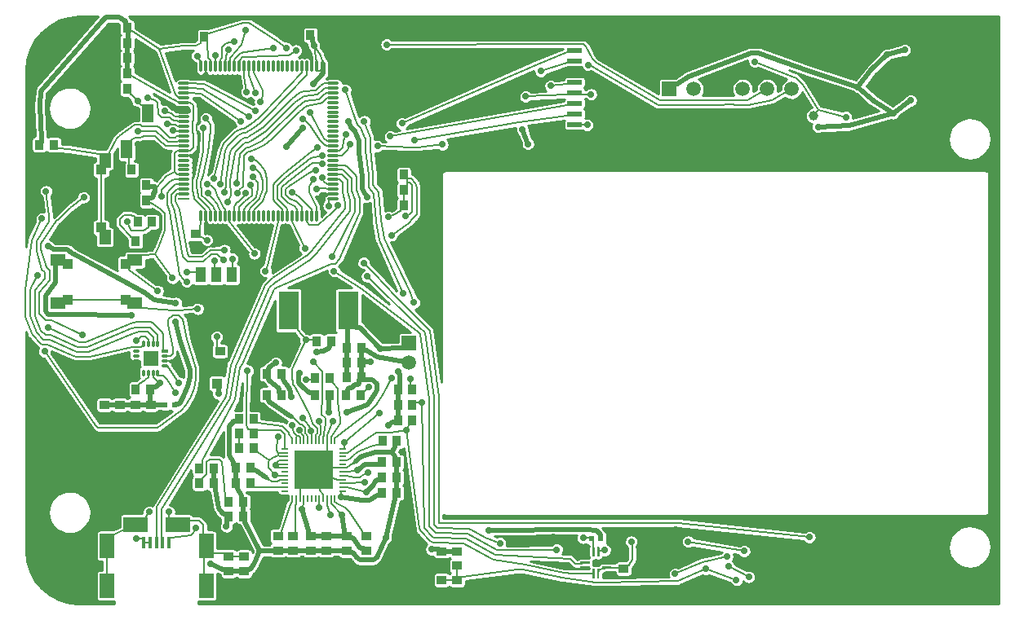
<source format=gbl>
G04 #@! TF.GenerationSoftware,KiCad,Pcbnew,(2017-02-02 revision 8dadc18)-makepkg*
G04 #@! TF.CreationDate,2017-03-26T00:07:33+03:00*
G04 #@! TF.ProjectId,Badge,42616467652E6B696361645F70636200,rev?*
G04 #@! TF.FileFunction,Copper,L2,Bot,Signal*
G04 #@! TF.FilePolarity,Positive*
%FSLAX46Y46*%
G04 Gerber Fmt 4.6, Leading zero omitted, Abs format (unit mm)*
G04 Created by KiCad (PCBNEW (2017-02-02 revision 8dadc18)-makepkg) date 03/26/17 00:07:33*
%MOMM*%
%LPD*%
G01*
G04 APERTURE LIST*
%ADD10C,0.100000*%
%ADD11R,0.800000X0.200000*%
%ADD12O,0.800000X0.200000*%
%ADD13O,0.200000X0.800000*%
%ADD14R,1.000000X1.000000*%
%ADD15R,0.250000X1.000000*%
%ADD16C,0.250000*%
%ADD17R,2.100000X4.000000*%
%ADD18R,1.016000X0.889000*%
%ADD19R,1.500000X1.500000*%
%ADD20C,1.500000*%
%ADD21R,0.600000X0.600000*%
%ADD22R,0.800000X0.300000*%
%ADD23O,0.800000X0.300000*%
%ADD24O,0.300000X0.800000*%
%ADD25R,1.000000X1.100000*%
%ADD26R,1.500000X1.200000*%
%ADD27R,1.100000X1.000000*%
%ADD28R,1.200000X1.500000*%
%ADD29R,0.889000X1.016000*%
%ADD30R,1.501140X0.500380*%
%ADD31R,1.501140X1.501140*%
%ADD32R,1.500000X2.500000*%
%ADD33R,2.500000X1.500000*%
%ADD34R,0.400000X1.250000*%
%ADD35R,1.100000X1.600000*%
%ADD36R,1.200000X0.280000*%
%ADD37O,1.200000X0.280000*%
%ADD38O,0.280000X1.200000*%
%ADD39C,1.000000*%
%ADD40R,0.800000X0.800000*%
%ADD41R,1.198880X1.899920*%
%ADD42R,0.900000X1.000000*%
%ADD43R,1.000000X0.900000*%
%ADD44R,1.080000X1.000000*%
%ADD45C,0.700000*%
%ADD46C,0.500000*%
%ADD47C,0.200000*%
%ADD48C,0.250000*%
G04 APERTURE END LIST*
D10*
D11*
X133302000Y-95385700D03*
D12*
X133302000Y-95785700D03*
X133302000Y-96185700D03*
X133302000Y-96585700D03*
X133302000Y-96985700D03*
X133302000Y-97385700D03*
X133302000Y-97785700D03*
X133302000Y-98185700D03*
X133302000Y-98585700D03*
X133302000Y-98985700D03*
X133302000Y-99385700D03*
X133302000Y-99785700D03*
D13*
X132502000Y-100585700D03*
X132102000Y-100585700D03*
X131702000Y-100585700D03*
X131302000Y-100585700D03*
X130902000Y-100585700D03*
X130502000Y-100585700D03*
X130102000Y-100585700D03*
X129702000Y-100585700D03*
X129302000Y-100585700D03*
X128902000Y-100585700D03*
X128502000Y-100585700D03*
X128102000Y-100585700D03*
D12*
X127302000Y-99785700D03*
X127302000Y-99385700D03*
X127302000Y-98985700D03*
X127302000Y-98585700D03*
X127302000Y-98185700D03*
X127302000Y-97785700D03*
X127302000Y-97385700D03*
X127302000Y-96985700D03*
X127302000Y-96585700D03*
X127302000Y-96185700D03*
X127302000Y-95785700D03*
X127302000Y-95385700D03*
D13*
X128102000Y-94585700D03*
X128502000Y-94585700D03*
X128902000Y-94585700D03*
X129302000Y-94585700D03*
X129702000Y-94585700D03*
X130102000Y-94585700D03*
X130502000Y-94585700D03*
X130902000Y-94585700D03*
X131302000Y-94585700D03*
X131702000Y-94585700D03*
X132102000Y-94585700D03*
X132502000Y-94585700D03*
D14*
X131802000Y-96085700D03*
X131802000Y-97085700D03*
X131802000Y-98085700D03*
X131802000Y-99085700D03*
X130802000Y-96085700D03*
X130802000Y-97085700D03*
X130802000Y-98085700D03*
X130802000Y-99085700D03*
X129802000Y-96085700D03*
X129802000Y-97085700D03*
X129802000Y-98085700D03*
X129802000Y-99085700D03*
X128802000Y-96085700D03*
X128802000Y-97085700D03*
X128802000Y-98085700D03*
X128802000Y-99085700D03*
D15*
X159850000Y-108350000D03*
D10*
G36*
X159418626Y-107850301D02*
X159424693Y-107851201D01*
X159430643Y-107852691D01*
X159436418Y-107854758D01*
X159441962Y-107857380D01*
X159447223Y-107860533D01*
X159452150Y-107864187D01*
X159456694Y-107868306D01*
X159460813Y-107872850D01*
X159464467Y-107877777D01*
X159467620Y-107883038D01*
X159470242Y-107888582D01*
X159472309Y-107894357D01*
X159473799Y-107900307D01*
X159474699Y-107906374D01*
X159475000Y-107912500D01*
X159475000Y-108787500D01*
X159474699Y-108793626D01*
X159473799Y-108799693D01*
X159472309Y-108805643D01*
X159470242Y-108811418D01*
X159467620Y-108816962D01*
X159464467Y-108822223D01*
X159460813Y-108827150D01*
X159456694Y-108831694D01*
X159452150Y-108835813D01*
X159447223Y-108839467D01*
X159441962Y-108842620D01*
X159436418Y-108845242D01*
X159430643Y-108847309D01*
X159424693Y-108848799D01*
X159418626Y-108849699D01*
X159412500Y-108850000D01*
X159287500Y-108850000D01*
X159281374Y-108849699D01*
X159275307Y-108848799D01*
X159269357Y-108847309D01*
X159263582Y-108845242D01*
X159258038Y-108842620D01*
X159252777Y-108839467D01*
X159247850Y-108835813D01*
X159243306Y-108831694D01*
X159239187Y-108827150D01*
X159235533Y-108822223D01*
X159232380Y-108816962D01*
X159229758Y-108811418D01*
X159227691Y-108805643D01*
X159226201Y-108799693D01*
X159225301Y-108793626D01*
X159225000Y-108787500D01*
X159225000Y-107912500D01*
X159225301Y-107906374D01*
X159226201Y-107900307D01*
X159227691Y-107894357D01*
X159229758Y-107888582D01*
X159232380Y-107883038D01*
X159235533Y-107877777D01*
X159239187Y-107872850D01*
X159243306Y-107868306D01*
X159247850Y-107864187D01*
X159252777Y-107860533D01*
X159258038Y-107857380D01*
X159263582Y-107854758D01*
X159269357Y-107852691D01*
X159275307Y-107851201D01*
X159281374Y-107850301D01*
X159287500Y-107850000D01*
X159412500Y-107850000D01*
X159418626Y-107850301D01*
X159418626Y-107850301D01*
G37*
D16*
X159350000Y-108350000D03*
D10*
G36*
X158918626Y-107600301D02*
X158924693Y-107601201D01*
X158930643Y-107602691D01*
X158936418Y-107604758D01*
X158941962Y-107607380D01*
X158947223Y-107610533D01*
X158952150Y-107614187D01*
X158956694Y-107618306D01*
X158960813Y-107622850D01*
X158964467Y-107627777D01*
X158967620Y-107633038D01*
X158970242Y-107638582D01*
X158972309Y-107644357D01*
X158973799Y-107650307D01*
X158974699Y-107656374D01*
X158975000Y-107662500D01*
X158975000Y-107787500D01*
X158974699Y-107793626D01*
X158973799Y-107799693D01*
X158972309Y-107805643D01*
X158970242Y-107811418D01*
X158967620Y-107816962D01*
X158964467Y-107822223D01*
X158960813Y-107827150D01*
X158956694Y-107831694D01*
X158952150Y-107835813D01*
X158947223Y-107839467D01*
X158941962Y-107842620D01*
X158936418Y-107845242D01*
X158930643Y-107847309D01*
X158924693Y-107848799D01*
X158918626Y-107849699D01*
X158912500Y-107850000D01*
X158037500Y-107850000D01*
X158031374Y-107849699D01*
X158025307Y-107848799D01*
X158019357Y-107847309D01*
X158013582Y-107845242D01*
X158008038Y-107842620D01*
X158002777Y-107839467D01*
X157997850Y-107835813D01*
X157993306Y-107831694D01*
X157989187Y-107827150D01*
X157985533Y-107822223D01*
X157982380Y-107816962D01*
X157979758Y-107811418D01*
X157977691Y-107805643D01*
X157976201Y-107799693D01*
X157975301Y-107793626D01*
X157975000Y-107787500D01*
X157975000Y-107662500D01*
X157975301Y-107656374D01*
X157976201Y-107650307D01*
X157977691Y-107644357D01*
X157979758Y-107638582D01*
X157982380Y-107633038D01*
X157985533Y-107627777D01*
X157989187Y-107622850D01*
X157993306Y-107618306D01*
X157997850Y-107614187D01*
X158002777Y-107610533D01*
X158008038Y-107607380D01*
X158013582Y-107604758D01*
X158019357Y-107602691D01*
X158025307Y-107601201D01*
X158031374Y-107600301D01*
X158037500Y-107600000D01*
X158912500Y-107600000D01*
X158918626Y-107600301D01*
X158918626Y-107600301D01*
G37*
D16*
X158475000Y-107725000D03*
D10*
G36*
X158918626Y-107100301D02*
X158924693Y-107101201D01*
X158930643Y-107102691D01*
X158936418Y-107104758D01*
X158941962Y-107107380D01*
X158947223Y-107110533D01*
X158952150Y-107114187D01*
X158956694Y-107118306D01*
X158960813Y-107122850D01*
X158964467Y-107127777D01*
X158967620Y-107133038D01*
X158970242Y-107138582D01*
X158972309Y-107144357D01*
X158973799Y-107150307D01*
X158974699Y-107156374D01*
X158975000Y-107162500D01*
X158975000Y-107287500D01*
X158974699Y-107293626D01*
X158973799Y-107299693D01*
X158972309Y-107305643D01*
X158970242Y-107311418D01*
X158967620Y-107316962D01*
X158964467Y-107322223D01*
X158960813Y-107327150D01*
X158956694Y-107331694D01*
X158952150Y-107335813D01*
X158947223Y-107339467D01*
X158941962Y-107342620D01*
X158936418Y-107345242D01*
X158930643Y-107347309D01*
X158924693Y-107348799D01*
X158918626Y-107349699D01*
X158912500Y-107350000D01*
X158037500Y-107350000D01*
X158031374Y-107349699D01*
X158025307Y-107348799D01*
X158019357Y-107347309D01*
X158013582Y-107345242D01*
X158008038Y-107342620D01*
X158002777Y-107339467D01*
X157997850Y-107335813D01*
X157993306Y-107331694D01*
X157989187Y-107327150D01*
X157985533Y-107322223D01*
X157982380Y-107316962D01*
X157979758Y-107311418D01*
X157977691Y-107305643D01*
X157976201Y-107299693D01*
X157975301Y-107293626D01*
X157975000Y-107287500D01*
X157975000Y-107162500D01*
X157975301Y-107156374D01*
X157976201Y-107150307D01*
X157977691Y-107144357D01*
X157979758Y-107138582D01*
X157982380Y-107133038D01*
X157985533Y-107127777D01*
X157989187Y-107122850D01*
X157993306Y-107118306D01*
X157997850Y-107114187D01*
X158002777Y-107110533D01*
X158008038Y-107107380D01*
X158013582Y-107104758D01*
X158019357Y-107102691D01*
X158025307Y-107101201D01*
X158031374Y-107100301D01*
X158037500Y-107100000D01*
X158912500Y-107100000D01*
X158918626Y-107100301D01*
X158918626Y-107100301D01*
G37*
D16*
X158475000Y-107225000D03*
D10*
G36*
X158918626Y-106600301D02*
X158924693Y-106601201D01*
X158930643Y-106602691D01*
X158936418Y-106604758D01*
X158941962Y-106607380D01*
X158947223Y-106610533D01*
X158952150Y-106614187D01*
X158956694Y-106618306D01*
X158960813Y-106622850D01*
X158964467Y-106627777D01*
X158967620Y-106633038D01*
X158970242Y-106638582D01*
X158972309Y-106644357D01*
X158973799Y-106650307D01*
X158974699Y-106656374D01*
X158975000Y-106662500D01*
X158975000Y-106787500D01*
X158974699Y-106793626D01*
X158973799Y-106799693D01*
X158972309Y-106805643D01*
X158970242Y-106811418D01*
X158967620Y-106816962D01*
X158964467Y-106822223D01*
X158960813Y-106827150D01*
X158956694Y-106831694D01*
X158952150Y-106835813D01*
X158947223Y-106839467D01*
X158941962Y-106842620D01*
X158936418Y-106845242D01*
X158930643Y-106847309D01*
X158924693Y-106848799D01*
X158918626Y-106849699D01*
X158912500Y-106850000D01*
X158037500Y-106850000D01*
X158031374Y-106849699D01*
X158025307Y-106848799D01*
X158019357Y-106847309D01*
X158013582Y-106845242D01*
X158008038Y-106842620D01*
X158002777Y-106839467D01*
X157997850Y-106835813D01*
X157993306Y-106831694D01*
X157989187Y-106827150D01*
X157985533Y-106822223D01*
X157982380Y-106816962D01*
X157979758Y-106811418D01*
X157977691Y-106805643D01*
X157976201Y-106799693D01*
X157975301Y-106793626D01*
X157975000Y-106787500D01*
X157975000Y-106662500D01*
X157975301Y-106656374D01*
X157976201Y-106650307D01*
X157977691Y-106644357D01*
X157979758Y-106638582D01*
X157982380Y-106633038D01*
X157985533Y-106627777D01*
X157989187Y-106622850D01*
X157993306Y-106618306D01*
X157997850Y-106614187D01*
X158002777Y-106610533D01*
X158008038Y-106607380D01*
X158013582Y-106604758D01*
X158019357Y-106602691D01*
X158025307Y-106601201D01*
X158031374Y-106600301D01*
X158037500Y-106600000D01*
X158912500Y-106600000D01*
X158918626Y-106600301D01*
X158918626Y-106600301D01*
G37*
D16*
X158475000Y-106725000D03*
D10*
G36*
X159418626Y-105600301D02*
X159424693Y-105601201D01*
X159430643Y-105602691D01*
X159436418Y-105604758D01*
X159441962Y-105607380D01*
X159447223Y-105610533D01*
X159452150Y-105614187D01*
X159456694Y-105618306D01*
X159460813Y-105622850D01*
X159464467Y-105627777D01*
X159467620Y-105633038D01*
X159470242Y-105638582D01*
X159472309Y-105644357D01*
X159473799Y-105650307D01*
X159474699Y-105656374D01*
X159475000Y-105662500D01*
X159475000Y-106537500D01*
X159474699Y-106543626D01*
X159473799Y-106549693D01*
X159472309Y-106555643D01*
X159470242Y-106561418D01*
X159467620Y-106566962D01*
X159464467Y-106572223D01*
X159460813Y-106577150D01*
X159456694Y-106581694D01*
X159452150Y-106585813D01*
X159447223Y-106589467D01*
X159441962Y-106592620D01*
X159436418Y-106595242D01*
X159430643Y-106597309D01*
X159424693Y-106598799D01*
X159418626Y-106599699D01*
X159412500Y-106600000D01*
X159287500Y-106600000D01*
X159281374Y-106599699D01*
X159275307Y-106598799D01*
X159269357Y-106597309D01*
X159263582Y-106595242D01*
X159258038Y-106592620D01*
X159252777Y-106589467D01*
X159247850Y-106585813D01*
X159243306Y-106581694D01*
X159239187Y-106577150D01*
X159235533Y-106572223D01*
X159232380Y-106566962D01*
X159229758Y-106561418D01*
X159227691Y-106555643D01*
X159226201Y-106549693D01*
X159225301Y-106543626D01*
X159225000Y-106537500D01*
X159225000Y-105662500D01*
X159225301Y-105656374D01*
X159226201Y-105650307D01*
X159227691Y-105644357D01*
X159229758Y-105638582D01*
X159232380Y-105633038D01*
X159235533Y-105627777D01*
X159239187Y-105622850D01*
X159243306Y-105618306D01*
X159247850Y-105614187D01*
X159252777Y-105610533D01*
X159258038Y-105607380D01*
X159263582Y-105604758D01*
X159269357Y-105602691D01*
X159275307Y-105601201D01*
X159281374Y-105600301D01*
X159287500Y-105600000D01*
X159412500Y-105600000D01*
X159418626Y-105600301D01*
X159418626Y-105600301D01*
G37*
D16*
X159350000Y-106100000D03*
D10*
G36*
X159918626Y-105600301D02*
X159924693Y-105601201D01*
X159930643Y-105602691D01*
X159936418Y-105604758D01*
X159941962Y-105607380D01*
X159947223Y-105610533D01*
X159952150Y-105614187D01*
X159956694Y-105618306D01*
X159960813Y-105622850D01*
X159964467Y-105627777D01*
X159967620Y-105633038D01*
X159970242Y-105638582D01*
X159972309Y-105644357D01*
X159973799Y-105650307D01*
X159974699Y-105656374D01*
X159975000Y-105662500D01*
X159975000Y-106537500D01*
X159974699Y-106543626D01*
X159973799Y-106549693D01*
X159972309Y-106555643D01*
X159970242Y-106561418D01*
X159967620Y-106566962D01*
X159964467Y-106572223D01*
X159960813Y-106577150D01*
X159956694Y-106581694D01*
X159952150Y-106585813D01*
X159947223Y-106589467D01*
X159941962Y-106592620D01*
X159936418Y-106595242D01*
X159930643Y-106597309D01*
X159924693Y-106598799D01*
X159918626Y-106599699D01*
X159912500Y-106600000D01*
X159787500Y-106600000D01*
X159781374Y-106599699D01*
X159775307Y-106598799D01*
X159769357Y-106597309D01*
X159763582Y-106595242D01*
X159758038Y-106592620D01*
X159752777Y-106589467D01*
X159747850Y-106585813D01*
X159743306Y-106581694D01*
X159739187Y-106577150D01*
X159735533Y-106572223D01*
X159732380Y-106566962D01*
X159729758Y-106561418D01*
X159727691Y-106555643D01*
X159726201Y-106549693D01*
X159725301Y-106543626D01*
X159725000Y-106537500D01*
X159725000Y-105662500D01*
X159725301Y-105656374D01*
X159726201Y-105650307D01*
X159727691Y-105644357D01*
X159729758Y-105638582D01*
X159732380Y-105633038D01*
X159735533Y-105627777D01*
X159739187Y-105622850D01*
X159743306Y-105618306D01*
X159747850Y-105614187D01*
X159752777Y-105610533D01*
X159758038Y-105607380D01*
X159763582Y-105604758D01*
X159769357Y-105602691D01*
X159775307Y-105601201D01*
X159781374Y-105600301D01*
X159787500Y-105600000D01*
X159912500Y-105600000D01*
X159918626Y-105600301D01*
X159918626Y-105600301D01*
G37*
D16*
X159850000Y-106100000D03*
D10*
G36*
X161168626Y-106600301D02*
X161174693Y-106601201D01*
X161180643Y-106602691D01*
X161186418Y-106604758D01*
X161191962Y-106607380D01*
X161197223Y-106610533D01*
X161202150Y-106614187D01*
X161206694Y-106618306D01*
X161210813Y-106622850D01*
X161214467Y-106627777D01*
X161217620Y-106633038D01*
X161220242Y-106638582D01*
X161222309Y-106644357D01*
X161223799Y-106650307D01*
X161224699Y-106656374D01*
X161225000Y-106662500D01*
X161225000Y-106787500D01*
X161224699Y-106793626D01*
X161223799Y-106799693D01*
X161222309Y-106805643D01*
X161220242Y-106811418D01*
X161217620Y-106816962D01*
X161214467Y-106822223D01*
X161210813Y-106827150D01*
X161206694Y-106831694D01*
X161202150Y-106835813D01*
X161197223Y-106839467D01*
X161191962Y-106842620D01*
X161186418Y-106845242D01*
X161180643Y-106847309D01*
X161174693Y-106848799D01*
X161168626Y-106849699D01*
X161162500Y-106850000D01*
X160287500Y-106850000D01*
X160281374Y-106849699D01*
X160275307Y-106848799D01*
X160269357Y-106847309D01*
X160263582Y-106845242D01*
X160258038Y-106842620D01*
X160252777Y-106839467D01*
X160247850Y-106835813D01*
X160243306Y-106831694D01*
X160239187Y-106827150D01*
X160235533Y-106822223D01*
X160232380Y-106816962D01*
X160229758Y-106811418D01*
X160227691Y-106805643D01*
X160226201Y-106799693D01*
X160225301Y-106793626D01*
X160225000Y-106787500D01*
X160225000Y-106662500D01*
X160225301Y-106656374D01*
X160226201Y-106650307D01*
X160227691Y-106644357D01*
X160229758Y-106638582D01*
X160232380Y-106633038D01*
X160235533Y-106627777D01*
X160239187Y-106622850D01*
X160243306Y-106618306D01*
X160247850Y-106614187D01*
X160252777Y-106610533D01*
X160258038Y-106607380D01*
X160263582Y-106604758D01*
X160269357Y-106602691D01*
X160275307Y-106601201D01*
X160281374Y-106600301D01*
X160287500Y-106600000D01*
X161162500Y-106600000D01*
X161168626Y-106600301D01*
X161168626Y-106600301D01*
G37*
D16*
X160725000Y-106725000D03*
D10*
G36*
X161168626Y-107100301D02*
X161174693Y-107101201D01*
X161180643Y-107102691D01*
X161186418Y-107104758D01*
X161191962Y-107107380D01*
X161197223Y-107110533D01*
X161202150Y-107114187D01*
X161206694Y-107118306D01*
X161210813Y-107122850D01*
X161214467Y-107127777D01*
X161217620Y-107133038D01*
X161220242Y-107138582D01*
X161222309Y-107144357D01*
X161223799Y-107150307D01*
X161224699Y-107156374D01*
X161225000Y-107162500D01*
X161225000Y-107287500D01*
X161224699Y-107293626D01*
X161223799Y-107299693D01*
X161222309Y-107305643D01*
X161220242Y-107311418D01*
X161217620Y-107316962D01*
X161214467Y-107322223D01*
X161210813Y-107327150D01*
X161206694Y-107331694D01*
X161202150Y-107335813D01*
X161197223Y-107339467D01*
X161191962Y-107342620D01*
X161186418Y-107345242D01*
X161180643Y-107347309D01*
X161174693Y-107348799D01*
X161168626Y-107349699D01*
X161162500Y-107350000D01*
X160287500Y-107350000D01*
X160281374Y-107349699D01*
X160275307Y-107348799D01*
X160269357Y-107347309D01*
X160263582Y-107345242D01*
X160258038Y-107342620D01*
X160252777Y-107339467D01*
X160247850Y-107335813D01*
X160243306Y-107331694D01*
X160239187Y-107327150D01*
X160235533Y-107322223D01*
X160232380Y-107316962D01*
X160229758Y-107311418D01*
X160227691Y-107305643D01*
X160226201Y-107299693D01*
X160225301Y-107293626D01*
X160225000Y-107287500D01*
X160225000Y-107162500D01*
X160225301Y-107156374D01*
X160226201Y-107150307D01*
X160227691Y-107144357D01*
X160229758Y-107138582D01*
X160232380Y-107133038D01*
X160235533Y-107127777D01*
X160239187Y-107122850D01*
X160243306Y-107118306D01*
X160247850Y-107114187D01*
X160252777Y-107110533D01*
X160258038Y-107107380D01*
X160263582Y-107104758D01*
X160269357Y-107102691D01*
X160275307Y-107101201D01*
X160281374Y-107100301D01*
X160287500Y-107100000D01*
X161162500Y-107100000D01*
X161168626Y-107100301D01*
X161168626Y-107100301D01*
G37*
D16*
X160725000Y-107225000D03*
D10*
G36*
X161168626Y-107600301D02*
X161174693Y-107601201D01*
X161180643Y-107602691D01*
X161186418Y-107604758D01*
X161191962Y-107607380D01*
X161197223Y-107610533D01*
X161202150Y-107614187D01*
X161206694Y-107618306D01*
X161210813Y-107622850D01*
X161214467Y-107627777D01*
X161217620Y-107633038D01*
X161220242Y-107638582D01*
X161222309Y-107644357D01*
X161223799Y-107650307D01*
X161224699Y-107656374D01*
X161225000Y-107662500D01*
X161225000Y-107787500D01*
X161224699Y-107793626D01*
X161223799Y-107799693D01*
X161222309Y-107805643D01*
X161220242Y-107811418D01*
X161217620Y-107816962D01*
X161214467Y-107822223D01*
X161210813Y-107827150D01*
X161206694Y-107831694D01*
X161202150Y-107835813D01*
X161197223Y-107839467D01*
X161191962Y-107842620D01*
X161186418Y-107845242D01*
X161180643Y-107847309D01*
X161174693Y-107848799D01*
X161168626Y-107849699D01*
X161162500Y-107850000D01*
X160287500Y-107850000D01*
X160281374Y-107849699D01*
X160275307Y-107848799D01*
X160269357Y-107847309D01*
X160263582Y-107845242D01*
X160258038Y-107842620D01*
X160252777Y-107839467D01*
X160247850Y-107835813D01*
X160243306Y-107831694D01*
X160239187Y-107827150D01*
X160235533Y-107822223D01*
X160232380Y-107816962D01*
X160229758Y-107811418D01*
X160227691Y-107805643D01*
X160226201Y-107799693D01*
X160225301Y-107793626D01*
X160225000Y-107787500D01*
X160225000Y-107662500D01*
X160225301Y-107656374D01*
X160226201Y-107650307D01*
X160227691Y-107644357D01*
X160229758Y-107638582D01*
X160232380Y-107633038D01*
X160235533Y-107627777D01*
X160239187Y-107622850D01*
X160243306Y-107618306D01*
X160247850Y-107614187D01*
X160252777Y-107610533D01*
X160258038Y-107607380D01*
X160263582Y-107604758D01*
X160269357Y-107602691D01*
X160275307Y-107601201D01*
X160281374Y-107600301D01*
X160287500Y-107600000D01*
X161162500Y-107600000D01*
X161168626Y-107600301D01*
X161168626Y-107600301D01*
G37*
D16*
X160725000Y-107725000D03*
D17*
X133900000Y-81000000D03*
X127700000Y-81000000D03*
D18*
X162470000Y-107846000D03*
X162470000Y-106322000D03*
D19*
X140200000Y-84400000D03*
D20*
X140200000Y-86400000D03*
D21*
X159119000Y-104720000D03*
X160119000Y-104720000D03*
D22*
X114900000Y-85250000D03*
D23*
X114900000Y-85750000D03*
X114900000Y-86250000D03*
X114900000Y-86750000D03*
D24*
X114150000Y-87500000D03*
X113650000Y-87500000D03*
X113150000Y-87500000D03*
X112650000Y-87500000D03*
D23*
X111900000Y-86750000D03*
X111900000Y-86250000D03*
X111900000Y-85750000D03*
X111900000Y-85250000D03*
D24*
X112650000Y-84500000D03*
X113150000Y-84500000D03*
X113650000Y-84500000D03*
X114150000Y-84500000D03*
D19*
X113400000Y-86000000D03*
D25*
X110770000Y-76183600D03*
X110770000Y-79883600D03*
X104770000Y-76183600D03*
X104770000Y-79883600D03*
D26*
X103770000Y-75783600D03*
X103770000Y-80283600D03*
X111770000Y-75783600D03*
X111770000Y-80283600D03*
D27*
X108250000Y-72400000D03*
X104550000Y-72400000D03*
X108250000Y-66400000D03*
X104550000Y-66400000D03*
D28*
X108650000Y-65400000D03*
X104150000Y-65400000D03*
X108650000Y-73400000D03*
X104150000Y-73400000D03*
D29*
X125438000Y-87600000D03*
X126962000Y-87600000D03*
X111438000Y-66400000D03*
X112962000Y-66400000D03*
X109438000Y-58000000D03*
X110962000Y-58000000D03*
X139669000Y-66907700D03*
X138145000Y-66907700D03*
D18*
X118112000Y-74600400D03*
X118112000Y-73076400D03*
D29*
X112962000Y-69600000D03*
X111438000Y-69600000D03*
X110962000Y-51600000D03*
X109438000Y-51600000D03*
X109438000Y-56400000D03*
X110962000Y-56400000D03*
X109438000Y-54800000D03*
X110962000Y-54800000D03*
X138145000Y-68507700D03*
X139669000Y-68507700D03*
X139669000Y-70107700D03*
X138145000Y-70107700D03*
X132162000Y-84200000D03*
X130638000Y-84200000D03*
X110962000Y-53200000D03*
X109438000Y-53200000D03*
D18*
X143600000Y-107562000D03*
X143600000Y-106038000D03*
D29*
X129962000Y-52400000D03*
X128438000Y-52400000D03*
X118962000Y-52600000D03*
X117438000Y-52600000D03*
D18*
X108600000Y-90838000D03*
X108600000Y-92362000D03*
D29*
X137415000Y-96775000D03*
X138939000Y-96775000D03*
X121490000Y-100884000D03*
X123014000Y-100884000D03*
D18*
X111800000Y-90838000D03*
X111800000Y-92362000D03*
X131600000Y-104438000D03*
X131600000Y-105962000D03*
D29*
X123014000Y-102408000D03*
X121490000Y-102408000D03*
X133731000Y-86435000D03*
X135255000Y-86435000D03*
D18*
X130000000Y-104438000D03*
X130000000Y-105962000D03*
X143600000Y-110562000D03*
X143600000Y-109038000D03*
D29*
X112962000Y-68000000D03*
X111438000Y-68000000D03*
D18*
X133731000Y-104469000D03*
X133731000Y-105993000D03*
D29*
X131962000Y-89800000D03*
X130438000Y-89800000D03*
X133731000Y-84911000D03*
X135255000Y-84911000D03*
X133638000Y-89800000D03*
X135162000Y-89800000D03*
D18*
X126600000Y-104438000D03*
X126600000Y-105962000D03*
X113400000Y-90838000D03*
X113400000Y-92362000D03*
D29*
X138939000Y-99975000D03*
X137415000Y-99975000D03*
X125438000Y-89800000D03*
X126962000Y-89800000D03*
X138939000Y-98375000D03*
X137415000Y-98375000D03*
D18*
X110200000Y-92362000D03*
X110200000Y-90838000D03*
D29*
X123739000Y-98975000D03*
X122215000Y-98975000D03*
D18*
X121500000Y-108112000D03*
X121500000Y-106588000D03*
D29*
X123739000Y-97375000D03*
X122215000Y-97375000D03*
D30*
X157400300Y-61699460D03*
X157400300Y-60599640D03*
X157400300Y-59499820D03*
X157400300Y-58400000D03*
X157400300Y-57300180D03*
X157400300Y-56200360D03*
X157400300Y-55100540D03*
X157400300Y-54000720D03*
D31*
X151598940Y-65100520D03*
X159800600Y-65100520D03*
X151598940Y-51699480D03*
X159800600Y-51699480D03*
D19*
X167200000Y-58000000D03*
D20*
X169740000Y-58000000D03*
X172280000Y-58000000D03*
X174820000Y-58000000D03*
X177360000Y-58000000D03*
X179900000Y-58000000D03*
D32*
X119150000Y-109650000D03*
X108850000Y-109650000D03*
X119150000Y-105450000D03*
X108850000Y-105450000D03*
D33*
X116200000Y-103250000D03*
X111800000Y-103250000D03*
D34*
X115300000Y-105125000D03*
X114650000Y-105125000D03*
X114000000Y-105125000D03*
X113350000Y-105125000D03*
X112700000Y-105125000D03*
D35*
X121800000Y-77300000D03*
X120200000Y-77300000D03*
X118600000Y-77300000D03*
X121800000Y-82300000D03*
X120200000Y-82300000D03*
X118600000Y-82300000D03*
D36*
X116850000Y-69400000D03*
D37*
X116850000Y-68900000D03*
X116850000Y-68400000D03*
X116850000Y-67900000D03*
X116850000Y-67400000D03*
X116850000Y-66900000D03*
X116850000Y-66400000D03*
X116850000Y-65900000D03*
X116850000Y-65400000D03*
X116850000Y-64900000D03*
X116850000Y-64400000D03*
X116850000Y-63900000D03*
X116850000Y-63400000D03*
X116850000Y-62900000D03*
X116850000Y-62400000D03*
X116850000Y-61900000D03*
X116850000Y-61400000D03*
X116850000Y-60900000D03*
X116850000Y-60400000D03*
X116850000Y-59900000D03*
X116850000Y-59400000D03*
X116850000Y-58900000D03*
X116850000Y-58400000D03*
X116850000Y-57900000D03*
X116850000Y-57400000D03*
D38*
X118600000Y-55650000D03*
X119100000Y-55650000D03*
X119600000Y-55650000D03*
X120100000Y-55650000D03*
X120600000Y-55650000D03*
X121100000Y-55650000D03*
X121600000Y-55650000D03*
X122100000Y-55650000D03*
X122600000Y-55650000D03*
X123100000Y-55650000D03*
X123600000Y-55650000D03*
X124100000Y-55650000D03*
X124600000Y-55650000D03*
X125100000Y-55650000D03*
X125600000Y-55650000D03*
X126100000Y-55650000D03*
X126600000Y-55650000D03*
X127100000Y-55650000D03*
X127600000Y-55650000D03*
X128100000Y-55650000D03*
X128600000Y-55650000D03*
X129100000Y-55650000D03*
X129600000Y-55650000D03*
X130100000Y-55650000D03*
X130600000Y-55650000D03*
D37*
X132350000Y-57400000D03*
X132350000Y-57900000D03*
X132350000Y-58400000D03*
X132350000Y-58900000D03*
X132350000Y-59400000D03*
X132350000Y-59900000D03*
X132350000Y-60400000D03*
X132350000Y-60900000D03*
X132350000Y-61400000D03*
X132350000Y-61900000D03*
X132350000Y-62400000D03*
X132350000Y-62900000D03*
X132350000Y-63400000D03*
X132350000Y-63900000D03*
X132350000Y-64400000D03*
X132350000Y-64900000D03*
X132350000Y-65400000D03*
X132350000Y-65900000D03*
X132350000Y-66400000D03*
X132350000Y-66900000D03*
X132350000Y-67400000D03*
X132350000Y-67900000D03*
X132350000Y-68400000D03*
X132350000Y-68900000D03*
X132350000Y-69400000D03*
D38*
X130600000Y-71150000D03*
X130100000Y-71150000D03*
X129600000Y-71150000D03*
X129100000Y-71150000D03*
X128600000Y-71150000D03*
X128100000Y-71150000D03*
X127600000Y-71150000D03*
X127100000Y-71150000D03*
X126600000Y-71150000D03*
X126100000Y-71150000D03*
X125600000Y-71150000D03*
X125100000Y-71150000D03*
X124600000Y-71150000D03*
X124100000Y-71150000D03*
X123600000Y-71150000D03*
X123100000Y-71150000D03*
X122600000Y-71150000D03*
X122100000Y-71150000D03*
X121600000Y-71150000D03*
X121100000Y-71150000D03*
X120600000Y-71150000D03*
X120100000Y-71150000D03*
X119600000Y-71150000D03*
X119100000Y-71150000D03*
X118600000Y-71150000D03*
D39*
X182200000Y-60800000D03*
D40*
X189900000Y-57500000D03*
X190700000Y-57500000D03*
X189900000Y-56700000D03*
X190700000Y-56700000D03*
X189100000Y-56700000D03*
X189100000Y-57500000D03*
X189100000Y-58300000D03*
X189900000Y-58300000D03*
X190700000Y-58300000D03*
D41*
X110900180Y-64249120D03*
X110900180Y-60550880D03*
X113099820Y-60550880D03*
X113099820Y-64249120D03*
D42*
X118450000Y-97400000D03*
X119950000Y-97400000D03*
X112050000Y-71800000D03*
X113550000Y-71800000D03*
D43*
X145200000Y-110550000D03*
X145200000Y-109050000D03*
D42*
X103350000Y-63800000D03*
X101850000Y-63800000D03*
D43*
X120600000Y-85250000D03*
X120600000Y-86750000D03*
X123100000Y-106600000D03*
X123100000Y-108100000D03*
X145200000Y-107550000D03*
X145200000Y-106050000D03*
D42*
X119950000Y-99000000D03*
X118450000Y-99000000D03*
X113350000Y-89200000D03*
X111850000Y-89200000D03*
X124067000Y-92277000D03*
X122567000Y-92277000D03*
X137450000Y-94600000D03*
X138950000Y-94600000D03*
X131950000Y-88000000D03*
X130450000Y-88000000D03*
D43*
X135800000Y-105950000D03*
X135800000Y-104450000D03*
D42*
X139061000Y-90847000D03*
X140561000Y-90847000D03*
X140550000Y-92400000D03*
X139050000Y-92400000D03*
X139050000Y-89200000D03*
X140550000Y-89200000D03*
D43*
X128200000Y-104450000D03*
X128200000Y-105950000D03*
D42*
X122567000Y-93801000D03*
X124067000Y-93801000D03*
D44*
X120260000Y-88600000D03*
X118940000Y-88600000D03*
D21*
X114900000Y-90800000D03*
X115900000Y-90800000D03*
D29*
X122555000Y-95325000D03*
X124079000Y-95325000D03*
X111838000Y-73800000D03*
X113362000Y-73800000D03*
X133731000Y-87959000D03*
X135255000Y-87959000D03*
D45*
X201150000Y-111150000D03*
X201150000Y-108450000D03*
X201150000Y-105750000D03*
X201150000Y-103050000D03*
X201150000Y-100350000D03*
X201150000Y-97650000D03*
X201150000Y-94950000D03*
X201150000Y-92250000D03*
X201150000Y-89550000D03*
X201150000Y-86850000D03*
X201150000Y-84150000D03*
X201150000Y-81450000D03*
X201150000Y-78750000D03*
X201150000Y-76050000D03*
X201150000Y-73350000D03*
X201150000Y-70650000D03*
X201150000Y-67950000D03*
X201150000Y-65250000D03*
X201150000Y-62550000D03*
X201150000Y-54450000D03*
X201150000Y-51750000D03*
X164350000Y-61850000D03*
X167050000Y-61850000D03*
X169750000Y-61850000D03*
X172450000Y-61850000D03*
X175150000Y-61850000D03*
X177850000Y-61850000D03*
X180550000Y-61850000D03*
X164350000Y-64550000D03*
X167050000Y-64550000D03*
X169750000Y-64550000D03*
X172450000Y-64550000D03*
X175150000Y-64550000D03*
X177850000Y-64550000D03*
X180550000Y-64550000D03*
X168350000Y-51350000D03*
X171050000Y-51350000D03*
X173750000Y-51350000D03*
X176450000Y-51350000D03*
X179150000Y-51350000D03*
X181850000Y-51350000D03*
X184550000Y-51350000D03*
X136850000Y-56850000D03*
X139550000Y-56850000D03*
X136850000Y-59550000D03*
X139550000Y-59550000D03*
X143350000Y-56850000D03*
X146050000Y-56850000D03*
X141850000Y-72850000D03*
X141850000Y-75550000D03*
X112850000Y-54350000D03*
X113850000Y-51350000D03*
X103350000Y-53350000D03*
X106350000Y-56850000D03*
X107850000Y-62850000D03*
X100850000Y-65850000D03*
X101350000Y-86350000D03*
X101350000Y-89050000D03*
X101350000Y-91750000D03*
X101350000Y-94450000D03*
X101350000Y-97150000D03*
X101350000Y-99850000D03*
X101350000Y-102550000D03*
X101350000Y-105250000D03*
X103350000Y-105850000D03*
X106050000Y-105850000D03*
X103350000Y-108550000D03*
X106050000Y-108550000D03*
X103350000Y-97350000D03*
X111350000Y-94850000D03*
X114266400Y-94826300D03*
X116750000Y-93850000D03*
X114350000Y-97850000D03*
X107350000Y-95350000D03*
X110350000Y-101350000D03*
X116850000Y-100850000D03*
X122350000Y-104350000D03*
X124850000Y-101350000D03*
X125850000Y-107850000D03*
X125350000Y-83350000D03*
X127652300Y-73141100D03*
X125162100Y-73825200D03*
X121112100Y-73195800D03*
X123410800Y-72621200D03*
X127023000Y-75987100D03*
X135314600Y-73962100D03*
X130826700Y-77738400D03*
X121248900Y-80912800D03*
X123366500Y-80674500D03*
X121850400Y-83630100D03*
X117814900Y-92554900D03*
X115865400Y-95002100D03*
X138221900Y-106823300D03*
X140921900Y-106823300D03*
X139798000Y-108026100D03*
X121299000Y-110473300D03*
X123999000Y-110473300D03*
X126699000Y-110473300D03*
X129399000Y-110473300D03*
X132099000Y-110473300D03*
X134799000Y-110473300D03*
X137499000Y-110473300D03*
X140199000Y-110473300D03*
X140461700Y-103836900D03*
X125737100Y-102717000D03*
X153777800Y-109104700D03*
X148218000Y-110597700D03*
X154066400Y-111261400D03*
X156766400Y-111261400D03*
X159466400Y-111261400D03*
X162166400Y-111261400D03*
X164866400Y-111261400D03*
X167566400Y-111261400D03*
X170266400Y-111261400D03*
X172966400Y-111261400D03*
X175666400Y-111261400D03*
X178366400Y-111261400D03*
X181066400Y-111261400D03*
X183766400Y-111261400D03*
X186466400Y-111261400D03*
X189166400Y-111261400D03*
X191866400Y-111261400D03*
X194566400Y-111261400D03*
X197266400Y-111261400D03*
X176581100Y-103023800D03*
X179281100Y-103023800D03*
X181981100Y-103023800D03*
X184681100Y-103023800D03*
X187381100Y-103023800D03*
X190081100Y-103023800D03*
X192781100Y-103023800D03*
X195481100Y-103023800D03*
X198181100Y-103023800D03*
X188019700Y-108113700D03*
X174173000Y-104829900D03*
X176873000Y-104829900D03*
X188348100Y-105596100D03*
X120595000Y-95009400D03*
X122594900Y-91123300D03*
X129744600Y-79301100D03*
X129744600Y-82001100D03*
X127469800Y-85584000D03*
X195000000Y-51500000D03*
X192000000Y-51000000D03*
X187500000Y-52000000D03*
X182500000Y-58000000D03*
X184887900Y-63701900D03*
X187802900Y-62314000D03*
X195226900Y-61534000D03*
X194345500Y-64940600D03*
X191177000Y-66131800D03*
X193011400Y-66108000D03*
X116445300Y-51361700D03*
X115182700Y-52505200D03*
X116350000Y-55387700D03*
X113658000Y-56483600D03*
X108107300Y-52767200D03*
X108012100Y-54411000D03*
X108059700Y-56269200D03*
X108059700Y-58127400D03*
X109770700Y-61064400D03*
X106630300Y-68132900D03*
X108131200Y-87429300D03*
X109679600Y-86285800D03*
X106701800Y-89644800D03*
X110706400Y-94248800D03*
X113205400Y-99983800D03*
X112895700Y-94885800D03*
X119089600Y-101317900D03*
X137576000Y-82212100D03*
X135717800Y-108155000D03*
X155204800Y-104557800D03*
X156355100Y-109523400D03*
X142364400Y-110823100D03*
X142316700Y-107083000D03*
X146581000Y-111299600D03*
X189509500Y-106201500D03*
X194250200Y-105010400D03*
X195774800Y-106773300D03*
X195751000Y-108345600D03*
X195846300Y-109846400D03*
X194440800Y-109846400D03*
X192534900Y-110132300D03*
X190819700Y-110227600D03*
X189080700Y-109965500D03*
X188713500Y-109062700D03*
X187079500Y-105248600D03*
X188866200Y-103890700D03*
X191462900Y-104009800D03*
X193630800Y-103914600D03*
X197500000Y-51500000D03*
X197000000Y-52500000D03*
X199000000Y-55000000D03*
X198000000Y-55500000D03*
X130895100Y-101502400D03*
X138047000Y-92939100D03*
X116012000Y-80237000D03*
X186791000Y-57785800D03*
X190439000Y-60521600D03*
X192259000Y-59190100D03*
X182650000Y-61950100D03*
X152557000Y-63708200D03*
X151969000Y-62223500D03*
X116002000Y-82238300D03*
X148452000Y-103851000D03*
X189774000Y-54447100D03*
X191652000Y-53945600D03*
X102791000Y-74340100D03*
X129170000Y-62086500D03*
X133880000Y-61371700D03*
X135832000Y-69218800D03*
X127472000Y-63959500D03*
X139124000Y-87330400D03*
X131199000Y-64898400D03*
X136932000Y-63940300D03*
X143676000Y-63769400D03*
X185539000Y-60904000D03*
X118224000Y-54578000D03*
X176080000Y-55157600D03*
X124004000Y-66172100D03*
X124284000Y-60263200D03*
X135508000Y-76071400D03*
X181756000Y-104578000D03*
X112049000Y-62402100D03*
X138382000Y-88021900D03*
X140320000Y-88149900D03*
X132238000Y-75397000D03*
X116331000Y-88543300D03*
X139938000Y-93456200D03*
X115694000Y-62341500D03*
X135565000Y-61356800D03*
X140731000Y-80186900D03*
X137176000Y-91670400D03*
X141561000Y-90575000D03*
X115116000Y-61634600D03*
X115932000Y-89535300D03*
X133486700Y-94755600D03*
X133600000Y-58087700D03*
X139558000Y-79257100D03*
X119292000Y-67891600D03*
X123791000Y-68005400D03*
X124046000Y-67090700D03*
X126645800Y-94133400D03*
X128844300Y-93459400D03*
X130844300Y-92498000D03*
X131853200Y-91555400D03*
X128012200Y-89967700D03*
X129126600Y-101645900D03*
X126290000Y-98080400D03*
X133241100Y-102249200D03*
X134818600Y-97600300D03*
X128101600Y-92935400D03*
X129192700Y-92204200D03*
X137237000Y-84967600D03*
X130062500Y-93517100D03*
X123837000Y-65254100D03*
X124759000Y-59367500D03*
X124293000Y-58439700D03*
X123362000Y-58318400D03*
X126392100Y-97077300D03*
X118100000Y-103580000D03*
X121258000Y-103466000D03*
X175469000Y-108704000D03*
X173368000Y-107613000D03*
X135774500Y-99865400D03*
X142542000Y-105851000D03*
X123452000Y-87280200D03*
X125310000Y-76940800D03*
X117150000Y-77009200D03*
X117140000Y-78020100D03*
X120926000Y-75732900D03*
X120012000Y-75849000D03*
X121869000Y-75642000D03*
X121048000Y-74725700D03*
X120253000Y-83750100D03*
X118283000Y-80849900D03*
X124180000Y-75102100D03*
X114354000Y-88557600D03*
X111934000Y-84118000D03*
X123552000Y-60835100D03*
X135854000Y-77473200D03*
X149638000Y-105195000D03*
X120104000Y-54497600D03*
X110960000Y-71820900D03*
X114496000Y-69187700D03*
X132028900Y-102236300D03*
X135970700Y-97887200D03*
X135582400Y-98889400D03*
X130245000Y-86323700D03*
X122087000Y-53088300D03*
X121512000Y-53920700D03*
X123293000Y-51884500D03*
X113098000Y-58897800D03*
X102389000Y-85283400D03*
X114845000Y-60300500D03*
X106450000Y-69256900D03*
X106335000Y-83552700D03*
X122774000Y-61371800D03*
X128090000Y-68708000D03*
X126158000Y-53733200D03*
X137897000Y-53383100D03*
X128467000Y-54006600D03*
X158787000Y-55491600D03*
X119993000Y-67261400D03*
X120604000Y-67923700D03*
X121066000Y-68770600D03*
X121427000Y-69773100D03*
X122304000Y-67844700D03*
X122366000Y-68844600D03*
X129956000Y-60472000D03*
X129160000Y-61074100D03*
X133708000Y-62752900D03*
X153892000Y-56155700D03*
X134131000Y-63738100D03*
X139472000Y-61566500D03*
X131200000Y-67188800D03*
X130297000Y-67343200D03*
X132823000Y-70129100D03*
X158701000Y-61743000D03*
X130533000Y-66443100D03*
X140789000Y-63300000D03*
X131182000Y-65807300D03*
X154915000Y-57681800D03*
X130728000Y-64090000D03*
X138251000Y-62930000D03*
X123268000Y-68779700D03*
X119362000Y-68799300D03*
X119132000Y-61066300D03*
X118873000Y-62008900D03*
X102790000Y-82782700D03*
X102106000Y-71477000D03*
X101651000Y-77364200D03*
X102551000Y-68637300D03*
X113248000Y-101946000D03*
X115310000Y-101950000D03*
X129499000Y-84078000D03*
X136058000Y-88993000D03*
X129498400Y-88207100D03*
X152306000Y-58785300D03*
X159076000Y-58562900D03*
X112074000Y-59247700D03*
X174986000Y-106026000D03*
X169157000Y-105050000D03*
X167831000Y-108393000D03*
X173214000Y-106602000D03*
X171000000Y-107882000D03*
X174171000Y-109028000D03*
X133183300Y-100438200D03*
X158264000Y-104651000D03*
X163277000Y-105040000D03*
X129399000Y-74538300D03*
X132424000Y-76931900D03*
X155538000Y-105878000D03*
X160535000Y-105931000D03*
X105241000Y-67450100D03*
X112058000Y-63735000D03*
X109850000Y-61944600D03*
X105752000Y-74383600D03*
X195124000Y-54565500D03*
X119543000Y-56898900D03*
X115709000Y-59848800D03*
X129375000Y-54459000D03*
X173303000Y-60378900D03*
X131223000Y-69075400D03*
X137214000Y-67707700D03*
X121743000Y-109207000D03*
X118327000Y-59206500D03*
X161258000Y-59392000D03*
X161258000Y-60292400D03*
X158988000Y-56469000D03*
X159965000Y-54568300D03*
X117884000Y-83655700D03*
X116645000Y-87548400D03*
X109330000Y-88776600D03*
X105341000Y-71127300D03*
X124752000Y-76069200D03*
X146696000Y-110101000D03*
X151758000Y-108718000D03*
X167844000Y-103783000D03*
X164338000Y-104996000D03*
X153550000Y-64750000D03*
X154750000Y-64750000D03*
X155950000Y-64750000D03*
X157150000Y-64750000D03*
X158350000Y-64750000D03*
X157793000Y-106612000D03*
X156599000Y-107550000D03*
X111950000Y-104699000D03*
X119648000Y-107350000D03*
X137782000Y-104633000D03*
X126400100Y-86441900D03*
X128820900Y-87492800D03*
X124719000Y-106028000D03*
X132352800Y-92489400D03*
X133730500Y-91568600D03*
X130597000Y-85320300D03*
X136199600Y-86318800D03*
X120430000Y-89650100D03*
X111368000Y-81539700D03*
X138368000Y-73210600D03*
X130250000Y-57467600D03*
X127448000Y-53736800D03*
X130350000Y-53474000D03*
X114120000Y-78986600D03*
X119256000Y-73725000D03*
X131878000Y-70134300D03*
X139877000Y-71165800D03*
X130591000Y-68424400D03*
X138041000Y-71300400D03*
X115663000Y-77644400D03*
D46*
X139050000Y-92400000D02*
X138850000Y-92650000D01*
X138496400Y-92650000D02*
X138047000Y-92939100D01*
X138600000Y-92650000D02*
X138496400Y-92650000D01*
X138850000Y-92650000D02*
X138600000Y-92650000D01*
X139050000Y-92400000D02*
X138850000Y-92650000D01*
D47*
X130902000Y-101051400D02*
X130895100Y-101502400D01*
X130902000Y-100885700D02*
X130902000Y-101051400D01*
X130902000Y-100585700D02*
X130902000Y-100885700D01*
D46*
X138850000Y-92650000D02*
X139050000Y-92400000D01*
X185912000Y-61804100D02*
X182650000Y-61950100D01*
X190439000Y-60521600D02*
X185912000Y-61804100D01*
X188472000Y-59250100D02*
X190439000Y-60521600D01*
X186791000Y-57785800D02*
X188472000Y-59250100D01*
X116484000Y-84205500D02*
X116002000Y-82238300D01*
X117480000Y-87202600D02*
X116484000Y-84205500D01*
X117480000Y-87894200D02*
X117480000Y-87202600D01*
X117460000Y-87929500D02*
X117480000Y-87894200D01*
X117231000Y-88916100D02*
X117460000Y-87929500D01*
X116832000Y-89908100D02*
X117231000Y-88916100D01*
X116450000Y-90603600D02*
X116832000Y-89908100D01*
X116304000Y-90750000D02*
X116450000Y-90603600D01*
X116200000Y-90750000D02*
X116304000Y-90750000D01*
X115950000Y-90750000D02*
X116200000Y-90750000D01*
X115900000Y-90800000D02*
X115950000Y-90750000D01*
X139250000Y-88950000D02*
X139050000Y-89200000D01*
X139250000Y-88700000D02*
X139250000Y-88950000D01*
X139250000Y-88596400D02*
X139250000Y-88700000D01*
X139282000Y-88394700D02*
X139250000Y-88596400D01*
X139282000Y-87649100D02*
X139282000Y-88394700D01*
X139124000Y-87330400D02*
X139282000Y-87649100D01*
X188150000Y-56072100D02*
X186791000Y-57785800D01*
X189774000Y-54447100D02*
X188150000Y-56072100D01*
X127472000Y-63959500D02*
X129170000Y-62086500D01*
X167700000Y-57500000D02*
X167200000Y-58000000D01*
X167950000Y-57500000D02*
X167700000Y-57500000D01*
X168054000Y-57500000D02*
X167950000Y-57500000D01*
X169195000Y-56706000D02*
X168054000Y-57500000D01*
X169210000Y-56699900D02*
X169195000Y-56706000D01*
X175707000Y-54257500D02*
X169210000Y-56699900D01*
X176452000Y-54257500D02*
X175707000Y-54257500D01*
X181677000Y-56109700D02*
X176452000Y-54257500D01*
X186791000Y-57785800D02*
X181677000Y-56109700D01*
X189774000Y-54447100D02*
X191652000Y-53945600D01*
X190439000Y-60521600D02*
X192259000Y-59190100D01*
X139056000Y-90597000D02*
X139061000Y-90847000D01*
X139056000Y-90347000D02*
X139056000Y-90597000D01*
X139056000Y-89700000D02*
X139056000Y-90347000D01*
X139056000Y-89450000D02*
X139056000Y-89700000D01*
X139050000Y-89200000D02*
X139056000Y-89450000D01*
X157891000Y-103751000D02*
X148452000Y-103851000D01*
X158636000Y-103751000D02*
X157891000Y-103751000D01*
X159647000Y-103870000D02*
X158636000Y-103751000D01*
X159969000Y-104192000D02*
X159647000Y-103870000D01*
X160069000Y-104316000D02*
X159969000Y-104192000D01*
X160069000Y-104420000D02*
X160069000Y-104316000D01*
X160069000Y-104670000D02*
X160069000Y-104420000D01*
X160119000Y-104720000D02*
X160069000Y-104670000D01*
X151969000Y-62223500D02*
X152557000Y-63708200D01*
X139056000Y-92150000D02*
X139050000Y-92400000D01*
X139056000Y-91900000D02*
X139056000Y-92150000D01*
X139056000Y-91347000D02*
X139056000Y-91900000D01*
X139056000Y-91097000D02*
X139056000Y-91347000D01*
X139061000Y-90847000D02*
X139056000Y-91097000D01*
X134186000Y-61958000D02*
X133880000Y-61371700D01*
X134608000Y-62380100D02*
X134186000Y-61958000D01*
X135031000Y-63365300D02*
X134608000Y-62380100D01*
X135032000Y-64589600D02*
X135031000Y-63365300D01*
X135384000Y-67116700D02*
X135032000Y-64589600D01*
X135384000Y-68343100D02*
X135384000Y-67116700D01*
X135471000Y-68552700D02*
X135384000Y-68343100D01*
X135832000Y-69218800D02*
X135471000Y-68552700D01*
X113747000Y-79886700D02*
X116012000Y-80237000D01*
X112748000Y-79133500D02*
X113747000Y-79886700D01*
X105467000Y-75183600D02*
X112748000Y-79133500D01*
X105420000Y-75183600D02*
X105467000Y-75183600D01*
X104734000Y-74666800D02*
X105420000Y-75183600D01*
X103336000Y-74666800D02*
X104734000Y-74666800D01*
X102791000Y-74340100D02*
X103336000Y-74666800D01*
D47*
X140478000Y-64050100D02*
X136932000Y-63940300D01*
X141100000Y-64050100D02*
X140478000Y-64050100D01*
X143676000Y-63769400D02*
X141100000Y-64050100D01*
X130015000Y-65192900D02*
X131199000Y-64898400D01*
X127404000Y-67203000D02*
X130015000Y-65192900D01*
X126585000Y-68022400D02*
X127404000Y-67203000D01*
X126541000Y-68128600D02*
X126585000Y-68022400D01*
X126541000Y-69287400D02*
X126541000Y-68128600D01*
X126585000Y-69393600D02*
X126541000Y-69287400D01*
X127506000Y-70314700D02*
X126585000Y-69393600D01*
X127593000Y-70485800D02*
X127506000Y-70314700D01*
X127600000Y-70690000D02*
X127593000Y-70485800D01*
X127600000Y-71150000D02*
X127600000Y-70690000D01*
X180376000Y-56849900D02*
X176080000Y-55157600D01*
X181050000Y-57523600D02*
X180376000Y-56849900D01*
X182674000Y-60143700D02*
X181050000Y-57523600D01*
X118600000Y-55190000D02*
X118224000Y-54578000D01*
X118600000Y-55650000D02*
X118600000Y-55190000D01*
X182200000Y-60800000D02*
X182674000Y-60143700D01*
X185539000Y-60904000D02*
X182674000Y-60143700D01*
X123600000Y-70690000D02*
X123600000Y-71150000D01*
X123648000Y-70502600D02*
X123600000Y-70690000D01*
X123759000Y-70341600D02*
X123648000Y-70502600D01*
X124690000Y-69410300D02*
X123759000Y-70341600D01*
X124719000Y-69339800D02*
X124690000Y-69410300D01*
X124990000Y-68502400D02*
X124719000Y-69339800D01*
X124990000Y-67508400D02*
X124990000Y-68502400D01*
X124796000Y-66780000D02*
X124990000Y-67508400D01*
X124357000Y-66340600D02*
X124796000Y-66780000D01*
X124004000Y-66172100D02*
X124357000Y-66340600D01*
X136165000Y-76723100D02*
X135508000Y-76071400D01*
X136604000Y-77162500D02*
X136165000Y-76723100D01*
X138808000Y-79567800D02*
X136604000Y-77162500D01*
X139248000Y-80007200D02*
X138808000Y-79567800D01*
X141551000Y-82271100D02*
X139248000Y-80007200D01*
X142329000Y-83048600D02*
X141551000Y-82271100D01*
X142350000Y-83100200D02*
X142329000Y-83048600D01*
X143300000Y-89957900D02*
X142350000Y-83100200D01*
X143300000Y-103042000D02*
X143300000Y-89957900D01*
X143358000Y-103100000D02*
X143300000Y-103042000D01*
X166920000Y-103100000D02*
X143358000Y-103100000D01*
X168127000Y-103100000D02*
X166920000Y-103100000D01*
X181756000Y-104578000D02*
X168127000Y-103100000D01*
X119233000Y-57646700D02*
X124284000Y-60263200D01*
X119123000Y-57536600D02*
X119233000Y-57646700D01*
X118945000Y-57463000D02*
X119123000Y-57536600D01*
X117517000Y-57400000D02*
X118945000Y-57463000D01*
X117310000Y-57400000D02*
X117517000Y-57400000D01*
X116850000Y-57400000D02*
X117310000Y-57400000D01*
X112128000Y-62400000D02*
X112049000Y-62402100D01*
X112873000Y-62400000D02*
X112128000Y-62400000D01*
X113972000Y-62400000D02*
X112873000Y-62400000D01*
X114059000Y-62430100D02*
X113972000Y-62400000D01*
X115231000Y-63460700D02*
X114059000Y-62430100D01*
X116158000Y-63460700D02*
X115231000Y-63460700D01*
X116193000Y-63425400D02*
X116158000Y-63460700D01*
X116390000Y-63400000D02*
X116193000Y-63425400D01*
X116850000Y-63400000D02*
X116390000Y-63400000D01*
X140320000Y-88800000D02*
X140550000Y-89200000D01*
X140320000Y-88700000D02*
X140320000Y-88800000D01*
X140320000Y-88149900D02*
X140320000Y-88700000D01*
X134498000Y-70928700D02*
X132238000Y-75397000D01*
X134573000Y-70748500D02*
X134498000Y-70928700D01*
X134573000Y-69509700D02*
X134573000Y-70748500D01*
X134280000Y-68562600D02*
X134573000Y-69509700D01*
X134280000Y-67336200D02*
X134280000Y-68562600D01*
X134248000Y-67258900D02*
X134280000Y-67336200D01*
X133451000Y-66461600D02*
X134248000Y-67258900D01*
X133374000Y-66429600D02*
X133451000Y-66461600D01*
X133224000Y-66400000D02*
X133374000Y-66429600D01*
X132810000Y-66400000D02*
X133224000Y-66400000D01*
X132350000Y-66400000D02*
X132810000Y-66400000D01*
X132502000Y-94285700D02*
X132502000Y-94585700D01*
X136103600Y-91508200D02*
X132502000Y-94285700D01*
X136806700Y-90805100D02*
X136103600Y-91508200D01*
X137581000Y-89667200D02*
X136806700Y-90805100D01*
X138382000Y-88021900D02*
X137581000Y-89667200D01*
X133602000Y-95785700D02*
X133302000Y-95785700D01*
X133867700Y-95785800D02*
X133602000Y-95785700D01*
X134547900Y-95278900D02*
X133867700Y-95785800D01*
X136834300Y-93699900D02*
X134547900Y-95278900D01*
X138358000Y-93689200D02*
X136834300Y-93699900D01*
X139938000Y-93456200D02*
X138358000Y-93689200D01*
X136181000Y-63059000D02*
X135565000Y-61356800D01*
X136182000Y-64251000D02*
X136181000Y-63059000D01*
X136488000Y-66897200D02*
X136182000Y-64251000D01*
X136488000Y-68008800D02*
X136488000Y-66897200D01*
X137082000Y-68701000D02*
X136488000Y-68008800D01*
X137290000Y-71611100D02*
X137082000Y-68701000D01*
X137618000Y-73521300D02*
X137290000Y-71611100D01*
X140308000Y-78946400D02*
X137618000Y-73521300D01*
X140731000Y-80186900D02*
X140308000Y-78946400D01*
X141299000Y-103689000D02*
X139938000Y-93456200D01*
X141427000Y-103998000D02*
X141299000Y-103689000D01*
X142402000Y-104973000D02*
X141427000Y-103998000D01*
X142711000Y-105101000D02*
X142402000Y-104973000D01*
X142853000Y-105101000D02*
X142711000Y-105101000D01*
X145866000Y-105200000D02*
X142853000Y-105101000D01*
X148839000Y-106871000D02*
X145866000Y-105200000D01*
X149019000Y-106945000D02*
X148839000Y-106871000D01*
X152276000Y-107468000D02*
X149019000Y-106945000D01*
X156288000Y-108300000D02*
X152276000Y-107468000D01*
X157174000Y-108363000D02*
X156288000Y-108300000D01*
X158413000Y-108363000D02*
X157174000Y-108363000D01*
X159350000Y-108350000D02*
X158413000Y-108363000D01*
X140200000Y-92941400D02*
X139938000Y-93456200D01*
X140200000Y-92900000D02*
X140200000Y-92941400D01*
X140200000Y-92800000D02*
X140200000Y-92900000D01*
X140550000Y-92400000D02*
X140200000Y-92800000D01*
X115150000Y-86750000D02*
X116331000Y-88543300D01*
X114900000Y-86750000D02*
X115150000Y-86750000D01*
X115732000Y-62363500D02*
X115694000Y-62341500D01*
X115820000Y-62400000D02*
X115732000Y-62363500D01*
X116390000Y-62400000D02*
X115820000Y-62400000D01*
X116850000Y-62400000D02*
X116390000Y-62400000D01*
X133486700Y-95385700D02*
X133302000Y-95385700D01*
X133486700Y-95285700D02*
X133486700Y-95385700D01*
X133486700Y-94755600D02*
X133486700Y-95285700D01*
X137176000Y-91670400D02*
X133486700Y-94755600D01*
X140911000Y-90575000D02*
X140561000Y-90847000D01*
X141011000Y-90575000D02*
X140911000Y-90575000D01*
X141561000Y-90575000D02*
X141011000Y-90575000D01*
X141799000Y-103590000D02*
X141561000Y-90575000D01*
X141851000Y-103715000D02*
X141799000Y-103590000D01*
X142685000Y-104549000D02*
X141851000Y-103715000D01*
X142810000Y-104601000D02*
X142685000Y-104549000D01*
X143060000Y-104601000D02*
X142810000Y-104601000D01*
X146073000Y-104700000D02*
X143060000Y-104601000D01*
X149120000Y-106445000D02*
X146073000Y-104700000D01*
X156910000Y-106800000D02*
X149120000Y-106445000D01*
X157484000Y-107359000D02*
X156910000Y-106800000D01*
X158103000Y-107359000D02*
X157484000Y-107359000D01*
X158268000Y-107225000D02*
X158103000Y-107359000D01*
X158475000Y-107225000D02*
X158268000Y-107225000D01*
X115864000Y-61678600D02*
X115116000Y-61634600D01*
X115966000Y-61684500D02*
X115864000Y-61678600D01*
X116036000Y-61754100D02*
X115966000Y-61684500D01*
X116194000Y-61873800D02*
X116036000Y-61754100D01*
X116390000Y-61900000D02*
X116194000Y-61873800D01*
X116850000Y-61900000D02*
X116390000Y-61900000D01*
X134630000Y-61061000D02*
X133600000Y-58087700D01*
X134815000Y-61667500D02*
X134630000Y-61061000D01*
X135214000Y-62066700D02*
X134815000Y-61667500D01*
X135637000Y-63051800D02*
X135214000Y-62066700D01*
X135681000Y-63158500D02*
X135637000Y-63051800D01*
X135682000Y-64458100D02*
X135681000Y-63158500D01*
X136011000Y-66992000D02*
X135682000Y-64458100D01*
X136011000Y-68206200D02*
X136011000Y-66992000D01*
X136322000Y-68601100D02*
X136011000Y-68206200D01*
X136582000Y-68908100D02*
X136322000Y-68601100D01*
X136790000Y-71818200D02*
X136582000Y-68908100D01*
X137118000Y-73728400D02*
X136790000Y-71818200D01*
X139558000Y-79257100D02*
X137118000Y-73728400D01*
X115104000Y-88246900D02*
X115932000Y-89535300D01*
X114664000Y-87807500D02*
X115104000Y-88246900D01*
X114150000Y-87750000D02*
X114664000Y-87807500D01*
X114150000Y-87500000D02*
X114150000Y-87750000D01*
X121100000Y-70690000D02*
X121100000Y-71150000D01*
X121100000Y-70482900D02*
X121100000Y-70690000D01*
X121004000Y-70315300D02*
X121100000Y-70482900D01*
X120875000Y-70158000D02*
X121004000Y-70315300D01*
X120770000Y-70045400D02*
X120875000Y-70158000D01*
X120770000Y-69987100D02*
X120770000Y-70045400D01*
X120631000Y-69652700D02*
X120770000Y-69987100D01*
X120324000Y-69077700D02*
X120631000Y-69652700D01*
X120110000Y-68489200D02*
X120324000Y-69077700D01*
X119672000Y-68050600D02*
X120110000Y-68489200D01*
X119292000Y-67891600D02*
X119672000Y-68050600D01*
X123918000Y-68510200D02*
X123791000Y-68005400D01*
X123918000Y-69049200D02*
X123918000Y-68510200D01*
X123537000Y-69430300D02*
X123918000Y-69049200D01*
X123193000Y-69706400D02*
X123537000Y-69430300D01*
X122616000Y-70282600D02*
X123193000Y-69706400D01*
X122600000Y-70482900D02*
X122616000Y-70282600D01*
X122600000Y-70690000D02*
X122600000Y-70482900D01*
X122600000Y-71150000D02*
X122600000Y-70690000D01*
X123100000Y-70690000D02*
X123100000Y-71150000D01*
X123100000Y-70482900D02*
X123100000Y-70690000D01*
X123358000Y-70175600D02*
X123100000Y-70482900D01*
X124319000Y-69215100D02*
X123358000Y-70175600D01*
X124516000Y-68305700D02*
X124319000Y-69215100D01*
X124516000Y-67705100D02*
X124516000Y-68305700D01*
X124046000Y-67090700D02*
X124516000Y-67705100D01*
X125642000Y-96766600D02*
X125696400Y-96547500D01*
X125642000Y-97388000D02*
X125642000Y-96766600D01*
X126290000Y-98080400D02*
X125642000Y-97388000D01*
X133933400Y-97785700D02*
X134818600Y-97600300D01*
X133602000Y-97785700D02*
X133933400Y-97785700D01*
X133302000Y-97785700D02*
X133602000Y-97785700D01*
D46*
X135550000Y-105750000D02*
X135800000Y-105950000D01*
X135300000Y-105750000D02*
X135550000Y-105750000D01*
X135196400Y-105750000D02*
X135300000Y-105750000D01*
X135050000Y-105603600D02*
X135196400Y-105750000D01*
X134489000Y-104809900D02*
X135050000Y-105603600D01*
X134342600Y-104663500D02*
X134489000Y-104809900D01*
X134239000Y-104663500D02*
X134342600Y-104663500D01*
X133989000Y-104663500D02*
X134239000Y-104663500D01*
X133731000Y-104469000D02*
X133989000Y-104663500D01*
X134983600Y-97514400D02*
X134818600Y-97600300D01*
X135033500Y-97493700D02*
X134983600Y-97514400D01*
X135042400Y-97493700D02*
X135033500Y-97493700D01*
X135597900Y-96987100D02*
X135042400Y-97493700D01*
X136970500Y-96987100D02*
X135597900Y-96987100D01*
X137220500Y-96987100D02*
X136970500Y-96987100D01*
X137415000Y-96775000D02*
X137220500Y-96987100D01*
X133473000Y-104274500D02*
X133731000Y-104469000D01*
X133473000Y-104024500D02*
X133473000Y-104274500D01*
X133473000Y-103920900D02*
X133473000Y-104024500D01*
X133241100Y-102249200D02*
X133473000Y-103920900D01*
D47*
X126081400Y-96327200D02*
X126652400Y-96097400D01*
X125696400Y-96547500D02*
X126081400Y-96327200D01*
D46*
X131858000Y-104453500D02*
X131600000Y-104438000D01*
X132108000Y-104453500D02*
X131858000Y-104453500D01*
X133223000Y-104453500D02*
X132108000Y-104453500D01*
X133473000Y-104453500D02*
X133223000Y-104453500D01*
X133731000Y-104469000D02*
X133473000Y-104453500D01*
D47*
X130938300Y-92771600D02*
X130844300Y-92498000D01*
X131028300Y-93117100D02*
X130938300Y-92771600D01*
X131028300Y-93917100D02*
X131028300Y-93117100D01*
X130975600Y-93984800D02*
X131028300Y-93917100D01*
X130912000Y-94124200D02*
X130975600Y-93984800D01*
X130902000Y-94285700D02*
X130912000Y-94124200D01*
X130902000Y-94585700D02*
X130902000Y-94285700D01*
D46*
X127830600Y-89116300D02*
X128012200Y-89967700D01*
X127761800Y-89047500D02*
X127830600Y-89116300D01*
X127156500Y-88211600D02*
X127761800Y-89047500D01*
X127156500Y-88108000D02*
X127156500Y-88211600D01*
X127156500Y-87858000D02*
X127156500Y-88108000D01*
X126962000Y-87600000D02*
X127156500Y-87858000D01*
D47*
X127002000Y-95785700D02*
X127302000Y-95785700D01*
X126919200Y-95785700D02*
X127002000Y-95785700D01*
X126652400Y-95797700D02*
X126919200Y-95785700D01*
X129302000Y-94285700D02*
X129302000Y-94585700D01*
X129273300Y-94131900D02*
X129302000Y-94285700D01*
X129253800Y-94057100D02*
X129273300Y-94131900D01*
X129108800Y-93912100D02*
X129253800Y-94057100D01*
X128844300Y-93459400D02*
X129108800Y-93912100D01*
X124423500Y-95733000D02*
X124079000Y-95325000D01*
X124523500Y-95733000D02*
X124423500Y-95733000D01*
X124564900Y-95733000D02*
X124523500Y-95733000D01*
X125696400Y-96547500D02*
X124564900Y-95733000D01*
X129302000Y-101051400D02*
X129126600Y-101645900D01*
X129302000Y-100885700D02*
X129302000Y-101051400D01*
X129302000Y-100585700D02*
X129302000Y-100885700D01*
X127002000Y-96185700D02*
X127302000Y-96185700D01*
X126836300Y-96185700D02*
X127002000Y-96185700D01*
X126652400Y-96097400D02*
X126836300Y-96185700D01*
X132102000Y-101051400D02*
X133241100Y-102249200D01*
X132102000Y-100885700D02*
X132102000Y-101051400D01*
X132102000Y-100585700D02*
X132102000Y-100885700D01*
X127002000Y-98185700D02*
X127302000Y-98185700D01*
X126836300Y-98185700D02*
X127002000Y-98185700D01*
X126290000Y-98080400D02*
X126836300Y-98185700D01*
X126652400Y-96097400D02*
X126652400Y-95797700D01*
D46*
X129742000Y-104243500D02*
X130000000Y-104438000D01*
X129742000Y-103993500D02*
X129742000Y-104243500D01*
X129742000Y-103889900D02*
X129742000Y-103993500D01*
X129126600Y-101645900D02*
X129742000Y-103889900D01*
X130258000Y-104438000D02*
X130000000Y-104438000D01*
X130508000Y-104438000D02*
X130258000Y-104438000D01*
X131092000Y-104438000D02*
X130508000Y-104438000D01*
X131342000Y-104438000D02*
X131092000Y-104438000D01*
X131600000Y-104438000D02*
X131342000Y-104438000D01*
D47*
X126501900Y-95592800D02*
X126652400Y-95797700D01*
X126501900Y-95178600D02*
X126501900Y-95592800D01*
X126645800Y-94133400D02*
X126501900Y-95178600D01*
D46*
X131853200Y-90308000D02*
X131853200Y-91555400D01*
X131853200Y-90058000D02*
X131853200Y-90308000D01*
X131962000Y-89800000D02*
X131853200Y-90058000D01*
D47*
X135400000Y-104100000D02*
X135800000Y-104450000D01*
X135400000Y-104000000D02*
X135400000Y-104100000D01*
X135400000Y-103958600D02*
X135400000Y-104000000D01*
X133991200Y-101938500D02*
X135400000Y-103958600D01*
X133551800Y-101499100D02*
X133991200Y-101938500D01*
X132872600Y-101188300D02*
X133551800Y-101499100D01*
X132502000Y-100885700D02*
X132872600Y-101188300D01*
X132502000Y-100585700D02*
X132502000Y-100885700D01*
X128589900Y-94073400D02*
X128566100Y-94073400D01*
X128784900Y-94085600D02*
X128589900Y-94073400D01*
X128902100Y-94202800D02*
X128784900Y-94085600D01*
X128902000Y-94285700D02*
X128902100Y-94202800D01*
X128902000Y-94585700D02*
X128902000Y-94285700D01*
X128502000Y-94285700D02*
X128502000Y-94585700D01*
X128502000Y-94202900D02*
X128502000Y-94285700D01*
X128566100Y-94073400D02*
X128502000Y-94202900D01*
X130102000Y-94285700D02*
X130102000Y-94585700D01*
X130102000Y-93788600D02*
X130102000Y-94285700D01*
X130062500Y-93517100D02*
X130102000Y-93788600D01*
D46*
X133731000Y-87701000D02*
X133731000Y-87959000D01*
X133731000Y-87451000D02*
X133731000Y-87701000D01*
X133731000Y-86943000D02*
X133731000Y-87451000D01*
X133731000Y-86693000D02*
X133731000Y-86943000D01*
X133731000Y-86435000D02*
X133731000Y-86693000D01*
D47*
X129891300Y-93025700D02*
X130062500Y-93517100D01*
X129797300Y-92931700D02*
X129891300Y-93025700D01*
X129192700Y-92204200D02*
X129797300Y-92931700D01*
X128213500Y-93720700D02*
X128101600Y-92935400D01*
X128566100Y-94073400D02*
X128213500Y-93720700D01*
D46*
X133731000Y-86177000D02*
X133731000Y-86435000D01*
X133731000Y-85927000D02*
X133731000Y-86177000D01*
X133731000Y-85419000D02*
X133731000Y-85927000D01*
X133731000Y-85169000D02*
X133731000Y-85419000D01*
X133731000Y-84911000D02*
X133731000Y-85169000D01*
X139346000Y-84900000D02*
X137237000Y-84967600D01*
X139450000Y-84900000D02*
X139346000Y-84900000D01*
X139700000Y-84900000D02*
X139450000Y-84900000D01*
X140200000Y-84400000D02*
X139700000Y-84900000D01*
X133816000Y-82750000D02*
X133900000Y-81000000D01*
X133816000Y-83000000D02*
X133816000Y-82750000D01*
X133816000Y-84403000D02*
X133816000Y-83000000D01*
X133816000Y-84653000D02*
X133816000Y-84403000D01*
X133731000Y-84911000D02*
X133816000Y-84653000D01*
X134700000Y-82750000D02*
X133900000Y-81000000D01*
X134950000Y-82750000D02*
X134700000Y-82750000D01*
X135054000Y-82750000D02*
X134950000Y-82750000D01*
X135200000Y-82896400D02*
X135054000Y-82750000D01*
X137237000Y-84967600D02*
X135200000Y-82896400D01*
D47*
X124315000Y-65422000D02*
X123837000Y-65254100D01*
X124754000Y-65861400D02*
X124315000Y-65422000D01*
X125296000Y-66572900D02*
X124754000Y-65861400D01*
X125465000Y-67401000D02*
X125296000Y-66572900D01*
X125465000Y-68609800D02*
X125465000Y-67401000D01*
X125402000Y-68762200D02*
X125465000Y-68609800D01*
X125030000Y-69637200D02*
X125402000Y-68762200D01*
X124159000Y-70507500D02*
X125030000Y-69637200D01*
X124100000Y-70690000D02*
X124159000Y-70507500D01*
X124100000Y-71150000D02*
X124100000Y-70690000D01*
X132102000Y-94285700D02*
X132102000Y-94585700D01*
X132113800Y-94124900D02*
X132102000Y-94285700D01*
X133102900Y-92800100D02*
X132113800Y-94124900D01*
X133102900Y-92178700D02*
X133102900Y-92800100D01*
X132980400Y-91879300D02*
X133102900Y-92178700D01*
X132800000Y-90471000D02*
X132980400Y-91879300D01*
X132800000Y-89129000D02*
X132800000Y-90471000D01*
X132300000Y-88541400D02*
X132800000Y-89129000D01*
X132300000Y-88500000D02*
X132300000Y-88541400D01*
X132300000Y-88400000D02*
X132300000Y-88500000D01*
X131950000Y-88000000D02*
X132300000Y-88400000D01*
X124100000Y-56110000D02*
X124100000Y-55650000D01*
X124100000Y-56317100D02*
X124100000Y-56110000D01*
X125043000Y-58129000D02*
X124100000Y-56317100D01*
X125043000Y-58750400D02*
X125043000Y-58129000D01*
X124759000Y-59367500D02*
X125043000Y-58750400D01*
X133602000Y-96585700D02*
X133302000Y-96585700D01*
X133767700Y-96585700D02*
X133602000Y-96585700D01*
X134074900Y-96385900D02*
X133767700Y-96585700D01*
X134443700Y-96048300D02*
X134074900Y-96385900D01*
X134831200Y-95702900D02*
X134443700Y-96048300D01*
X135231900Y-95536900D02*
X134831200Y-95702900D01*
X136473400Y-95066800D02*
X135231900Y-95536900D01*
X136958600Y-95000000D02*
X136473400Y-95066800D01*
X137000000Y-95000000D02*
X136958600Y-95000000D01*
X137100000Y-95000000D02*
X137000000Y-95000000D01*
X137450000Y-94600000D02*
X137100000Y-95000000D01*
X123600000Y-56110000D02*
X123600000Y-55650000D01*
X123600000Y-56524200D02*
X123600000Y-56110000D01*
X124293000Y-58439700D02*
X123600000Y-56524200D01*
X128102000Y-94285700D02*
X128102000Y-94585700D01*
X128087900Y-94271500D02*
X128102000Y-94285700D01*
X127753000Y-93911400D02*
X128087900Y-94271500D01*
X127753000Y-93674800D02*
X127753000Y-93911400D01*
X127104400Y-93026200D02*
X127753000Y-93674800D01*
X124558400Y-92677000D02*
X127104400Y-93026200D01*
X124517000Y-92677000D02*
X124558400Y-92677000D01*
X124417000Y-92677000D02*
X124517000Y-92677000D01*
X124067000Y-92277000D02*
X124417000Y-92677000D01*
X123100000Y-56110000D02*
X123100000Y-55650000D01*
X123100000Y-56679600D02*
X123100000Y-56110000D01*
X123362000Y-58318400D02*
X123100000Y-56679600D01*
X118800000Y-97000000D02*
X118450000Y-97400000D01*
X118800000Y-96900000D02*
X118800000Y-97000000D01*
X118800000Y-96610100D02*
X118800000Y-96900000D01*
X122105000Y-90449700D02*
X118800000Y-96610100D01*
X122180000Y-90269500D02*
X122105000Y-90449700D01*
X122702000Y-86969500D02*
X122180000Y-90269500D01*
X122903000Y-86584700D02*
X122702000Y-86969500D01*
X126250000Y-78834300D02*
X122903000Y-86584700D01*
X126484000Y-78599900D02*
X126250000Y-78834300D01*
X132114000Y-76181800D02*
X126484000Y-78599900D01*
X132549000Y-76147100D02*
X132114000Y-76181800D01*
X132988000Y-75707700D02*
X132549000Y-76147100D01*
X134922000Y-71212000D02*
X132988000Y-75707700D01*
X135073000Y-70848000D02*
X134922000Y-71212000D01*
X135073000Y-69410200D02*
X135073000Y-70848000D01*
X134757000Y-68467800D02*
X135073000Y-69410200D01*
X134757000Y-67741400D02*
X134757000Y-68467800D01*
X134757000Y-67241400D02*
X134757000Y-67741400D01*
X134653000Y-66988800D02*
X134757000Y-67241400D01*
X133721000Y-66057300D02*
X134653000Y-66988800D01*
X133468000Y-65936500D02*
X133721000Y-66057300D01*
X133380000Y-65900000D02*
X133468000Y-65936500D01*
X132810000Y-65900000D02*
X133380000Y-65900000D01*
X132350000Y-65900000D02*
X132810000Y-65900000D01*
X127002000Y-97385700D02*
X127302000Y-97385700D01*
X126753500Y-97385700D02*
X127002000Y-97385700D01*
X126679400Y-97364500D02*
X126753500Y-97385700D01*
X126392100Y-97077300D02*
X126679400Y-97364500D01*
X126402000Y-96937200D02*
X126392100Y-97077300D01*
X126753500Y-96585700D02*
X126402000Y-96937200D01*
X127002000Y-96585700D02*
X126753500Y-96585700D01*
X127302000Y-96585700D02*
X127002000Y-96585700D01*
X127002000Y-96985700D02*
X127302000Y-96985700D01*
X126670600Y-96985700D02*
X127002000Y-96985700D01*
X126392100Y-97077300D02*
X126670600Y-96985700D01*
X117850000Y-104166000D02*
X118100000Y-103580000D01*
X117616000Y-104400000D02*
X117850000Y-104166000D01*
X115541000Y-104600000D02*
X117616000Y-104400000D01*
X115500000Y-104600000D02*
X115541000Y-104600000D01*
X115400000Y-104600000D02*
X115500000Y-104600000D01*
X115300000Y-105125000D02*
X115400000Y-104600000D01*
D46*
X119950000Y-98750000D02*
X119950000Y-99000000D01*
X119950000Y-98500000D02*
X119950000Y-98750000D01*
X119950000Y-97900000D02*
X119950000Y-98500000D01*
X119950000Y-97650000D02*
X119950000Y-97900000D01*
X119950000Y-97400000D02*
X119950000Y-97650000D01*
X121296000Y-103020000D02*
X121258000Y-103466000D01*
X121296000Y-102916000D02*
X121296000Y-103020000D01*
X121296000Y-102666000D02*
X121296000Y-102916000D01*
X121490000Y-102408000D02*
X121296000Y-102666000D01*
X121296000Y-102150000D02*
X121490000Y-102408000D01*
X121046000Y-102150000D02*
X121296000Y-102150000D01*
X120942000Y-102150000D02*
X121046000Y-102150000D01*
X120796000Y-102004000D02*
X120942000Y-102150000D01*
X120495000Y-101620000D02*
X120796000Y-102004000D01*
X120150000Y-99603600D02*
X120495000Y-101620000D01*
X120150000Y-99500000D02*
X120150000Y-99603600D01*
X120150000Y-99250000D02*
X120150000Y-99500000D01*
X119950000Y-99000000D02*
X120150000Y-99250000D01*
D47*
X175469000Y-108704000D02*
X173368000Y-107613000D01*
D46*
X137220500Y-98633000D02*
X137415000Y-98375000D01*
X136970500Y-98633000D02*
X137220500Y-98633000D01*
X136866900Y-98633000D02*
X136970500Y-98633000D01*
X136720500Y-98779400D02*
X136866900Y-98633000D01*
X136452400Y-99249800D02*
X136720500Y-98779400D01*
X135942800Y-99759400D02*
X136452400Y-99249800D01*
X135774500Y-99865400D02*
X135942800Y-99759400D01*
D47*
X133767700Y-99385700D02*
X135774500Y-99865400D01*
X133602000Y-99385700D02*
X133767700Y-99385700D01*
X133302000Y-99385700D02*
X133602000Y-99385700D01*
D46*
X144950000Y-106044000D02*
X145200000Y-106050000D01*
X144700000Y-106044000D02*
X144950000Y-106044000D01*
X144108000Y-106044000D02*
X144700000Y-106044000D01*
X143858000Y-106044000D02*
X144108000Y-106044000D01*
X143600000Y-106038000D02*
X143858000Y-106044000D01*
X143342000Y-105851000D02*
X143600000Y-106038000D01*
X143092000Y-105851000D02*
X143342000Y-105851000D01*
X142542000Y-105851000D02*
X143092000Y-105851000D01*
D47*
X127316500Y-95385700D02*
X127302000Y-95385700D01*
X127316500Y-93855600D02*
X127316500Y-95385700D01*
X126923600Y-93462700D02*
X127316500Y-93855600D01*
X124517000Y-93462700D02*
X126923600Y-93462700D01*
X124417000Y-93462700D02*
X124517000Y-93462700D01*
X124067000Y-93801000D02*
X124417000Y-93462700D01*
X123717000Y-93401000D02*
X124067000Y-93801000D01*
X123617000Y-93401000D02*
X123717000Y-93401000D01*
X123575600Y-93401000D02*
X123617000Y-93401000D01*
X123517000Y-93342400D02*
X123575600Y-93401000D01*
X123414400Y-93136400D02*
X123517000Y-93342400D01*
X123316900Y-92942700D02*
X123414400Y-93136400D01*
X123305900Y-92905900D02*
X123316900Y-92942700D01*
X123305900Y-92648100D02*
X123305900Y-92905900D01*
X123305900Y-91648100D02*
X123305900Y-92648100D01*
X123452000Y-87280200D02*
X123305900Y-91648100D01*
X125502000Y-76379900D02*
X125310000Y-76940800D01*
X126600000Y-71817100D02*
X125502000Y-76379900D01*
X126600000Y-71610000D02*
X126600000Y-71817100D01*
X126600000Y-71150000D02*
X126600000Y-71610000D01*
X128376500Y-104100000D02*
X128200000Y-104450000D01*
X128376500Y-104000000D02*
X128376500Y-104100000D01*
X128376500Y-101335200D02*
X128376500Y-104000000D01*
X128502000Y-101051400D02*
X128376500Y-101335200D01*
X128502000Y-100885700D02*
X128502000Y-101051400D01*
X128502000Y-100585700D02*
X128502000Y-100885700D01*
X118150000Y-77009200D02*
X118600000Y-77300000D01*
X118050000Y-77009200D02*
X118150000Y-77009200D01*
X117150000Y-77009200D02*
X118050000Y-77009200D01*
X116390000Y-67900000D02*
X116850000Y-67900000D01*
X115976000Y-67900000D02*
X116390000Y-67900000D01*
X115390000Y-68485800D02*
X115976000Y-67900000D01*
X115147000Y-68792400D02*
X115390000Y-68485800D01*
X115147000Y-69083000D02*
X115147000Y-68792400D01*
X115147000Y-69997000D02*
X115147000Y-69083000D01*
X115147000Y-70007600D02*
X115147000Y-69997000D01*
X115400000Y-70750200D02*
X115147000Y-70007600D01*
X116400000Y-77319900D02*
X115400000Y-70750200D01*
X116839000Y-77759300D02*
X116400000Y-77319900D01*
X117140000Y-78020100D02*
X116839000Y-77759300D01*
X116390000Y-68400000D02*
X116850000Y-68400000D01*
X116183000Y-68400000D02*
X116390000Y-68400000D01*
X115974000Y-68532200D02*
X116183000Y-68400000D01*
X115548000Y-68958500D02*
X115974000Y-68532200D01*
X115548000Y-69249100D02*
X115548000Y-68958500D01*
X115548000Y-69830900D02*
X115548000Y-69249100D01*
X115548000Y-69841500D02*
X115548000Y-69830900D01*
X115803000Y-70415300D02*
X115548000Y-69841500D01*
X115900000Y-70650700D02*
X115803000Y-70415300D01*
X116704000Y-75417800D02*
X115900000Y-70650700D01*
X117231000Y-75945100D02*
X116704000Y-75417800D01*
X118147000Y-75945100D02*
X117231000Y-75945100D01*
X118893000Y-75945100D02*
X118147000Y-75945100D01*
X119740000Y-75193000D02*
X118893000Y-75945100D01*
X120284000Y-75193000D02*
X119740000Y-75193000D01*
X120926000Y-75732900D02*
X120284000Y-75193000D01*
X120012000Y-76500000D02*
X120012000Y-75849000D01*
X120012000Y-76600000D02*
X120012000Y-76500000D01*
X120200000Y-77300000D02*
X120012000Y-76600000D01*
X121869000Y-76500000D02*
X121869000Y-75642000D01*
X121869000Y-76600000D02*
X121869000Y-76500000D01*
X121800000Y-77300000D02*
X121869000Y-76600000D01*
X116390000Y-68900000D02*
X116850000Y-68900000D01*
X116140000Y-68933300D02*
X116390000Y-68900000D01*
X115949000Y-69124700D02*
X116140000Y-68933300D01*
X115949000Y-69415300D02*
X115949000Y-69124700D01*
X115949000Y-69664700D02*
X115949000Y-69415300D01*
X115949000Y-69675300D02*
X115949000Y-69664700D01*
X116227000Y-70132000D02*
X115949000Y-69675300D01*
X116400000Y-70551200D02*
X116227000Y-70132000D01*
X117204000Y-75210600D02*
X116400000Y-70551200D01*
X117438000Y-75445000D02*
X117204000Y-75210600D01*
X118354000Y-75445000D02*
X117438000Y-75445000D01*
X118686000Y-75445000D02*
X118354000Y-75445000D01*
X118772000Y-75412500D02*
X118686000Y-75445000D01*
X119572000Y-74787000D02*
X118772000Y-75412500D01*
X119696000Y-74787000D02*
X119572000Y-74787000D01*
X121048000Y-74725700D02*
X119696000Y-74787000D01*
X105270000Y-79883600D02*
X105170000Y-79883600D01*
X105170000Y-79883600D02*
X104875000Y-79883600D01*
X104875000Y-79883600D02*
X104770000Y-79883600D01*
X104875000Y-79883600D02*
X104770000Y-79883600D01*
X110270000Y-79883600D02*
X105270000Y-79883600D01*
X110370000Y-79883600D02*
X110270000Y-79883600D01*
X110770000Y-79883600D02*
X110370000Y-79883600D01*
X105270000Y-79883600D02*
X105170000Y-79883600D01*
X105170000Y-79883600D02*
X104770000Y-79883600D01*
X120253000Y-84800000D02*
X120253000Y-83750100D01*
X120253000Y-84900000D02*
X120253000Y-84800000D01*
X120600000Y-85250000D02*
X120253000Y-84900000D01*
X112420000Y-80783600D02*
X111770000Y-80283600D01*
X112520000Y-80783600D02*
X112420000Y-80783600D01*
X112561000Y-80783600D02*
X112520000Y-80783600D01*
X115701000Y-80987100D02*
X112561000Y-80783600D01*
X116323000Y-80987100D02*
X115701000Y-80987100D01*
X118283000Y-80849900D02*
X116323000Y-80987100D01*
X121600000Y-71817100D02*
X124180000Y-75102100D01*
X121600000Y-71610000D02*
X121600000Y-71817100D01*
X121600000Y-71150000D02*
X121600000Y-71610000D01*
X108250000Y-66800000D02*
X108250000Y-66400000D01*
X108250000Y-66900000D02*
X108250000Y-66800000D01*
X108250000Y-71900000D02*
X108250000Y-66900000D01*
X108250000Y-72000000D02*
X108250000Y-71900000D01*
X108250000Y-72400000D02*
X108250000Y-72000000D01*
X108150000Y-64750000D02*
X108650000Y-65400000D01*
X108050000Y-64750000D02*
X108150000Y-64750000D01*
X108009000Y-64750000D02*
X108050000Y-64750000D01*
X104916000Y-64249900D02*
X108009000Y-64750000D01*
X103841000Y-64200000D02*
X104916000Y-64249900D01*
X103800000Y-64200000D02*
X103841000Y-64200000D01*
X103700000Y-64200000D02*
X103800000Y-64200000D01*
X103350000Y-63800000D02*
X103700000Y-64200000D01*
X109150000Y-64750000D02*
X108650000Y-65400000D01*
X109150000Y-64650000D02*
X109150000Y-64750000D01*
X109150000Y-64608600D02*
X109150000Y-64650000D01*
X109901000Y-63133400D02*
X109150000Y-64608600D01*
X110135000Y-62899000D02*
X109901000Y-63133400D01*
X111778000Y-61748900D02*
X110135000Y-62899000D01*
X112320000Y-61748900D02*
X111778000Y-61748900D01*
X112375000Y-61804100D02*
X112320000Y-61748900D01*
X112460000Y-61839500D02*
X112375000Y-61804100D01*
X112783000Y-61900400D02*
X112460000Y-61839500D01*
X113434000Y-61900500D02*
X112783000Y-61900400D01*
X113534000Y-61900500D02*
X113434000Y-61900500D01*
X114149000Y-61900400D02*
X113534000Y-61900500D01*
X114200000Y-61921500D02*
X114149000Y-61900400D01*
X114274000Y-61959900D02*
X114200000Y-61921500D01*
X115411000Y-63026100D02*
X114274000Y-61959900D01*
X115978000Y-63026100D02*
X115411000Y-63026100D01*
X116013000Y-62990800D02*
X115978000Y-63026100D01*
X116183000Y-62900000D02*
X116013000Y-62990800D01*
X116390000Y-62900000D02*
X116183000Y-62900000D01*
X116850000Y-62900000D02*
X116390000Y-62900000D01*
X112200000Y-88800000D02*
X111850000Y-89200000D01*
X112200000Y-88700000D02*
X112200000Y-88800000D01*
X112200000Y-88658600D02*
X112200000Y-88700000D01*
X112259000Y-88600000D02*
X112200000Y-88658600D01*
X112734000Y-88300000D02*
X112259000Y-88600000D01*
X112857000Y-88250000D02*
X112734000Y-88300000D01*
X113150000Y-87957100D02*
X112857000Y-88250000D01*
X113150000Y-87750000D02*
X113150000Y-87957100D01*
X113150000Y-87500000D02*
X113150000Y-87750000D01*
D46*
X109942000Y-90838000D02*
X110200000Y-90838000D01*
X109692000Y-90838000D02*
X109942000Y-90838000D01*
X109108000Y-90838000D02*
X109692000Y-90838000D01*
X108858000Y-90838000D02*
X109108000Y-90838000D01*
X108600000Y-90838000D02*
X108858000Y-90838000D01*
X113142000Y-90838000D02*
X113400000Y-90838000D01*
X112892000Y-90838000D02*
X113142000Y-90838000D01*
X112308000Y-90838000D02*
X112892000Y-90838000D01*
X112058000Y-90838000D02*
X112308000Y-90838000D01*
X111800000Y-90838000D02*
X112058000Y-90838000D01*
D47*
X113943000Y-88250000D02*
X114354000Y-88557600D01*
X113650000Y-87957100D02*
X113943000Y-88250000D01*
X113650000Y-87750000D02*
X113650000Y-87957100D01*
X113650000Y-87500000D02*
X113650000Y-87750000D01*
D46*
X113375000Y-90643500D02*
X113400000Y-90838000D01*
X113375000Y-90393500D02*
X113375000Y-90643500D01*
X113375000Y-89700000D02*
X113375000Y-90393500D01*
X113375000Y-89450000D02*
X113375000Y-89700000D01*
X113350000Y-89200000D02*
X113375000Y-89450000D01*
X111542000Y-90838000D02*
X111800000Y-90838000D01*
X111292000Y-90838000D02*
X111542000Y-90838000D01*
X110708000Y-90838000D02*
X111292000Y-90838000D01*
X110458000Y-90838000D02*
X110708000Y-90838000D01*
X110200000Y-90838000D02*
X110458000Y-90838000D01*
X113904000Y-88950000D02*
X114354000Y-88557600D01*
X113800000Y-88950000D02*
X113904000Y-88950000D01*
X113550000Y-88950000D02*
X113800000Y-88950000D01*
X113350000Y-89200000D02*
X113550000Y-88950000D01*
D47*
X112443000Y-83750000D02*
X111934000Y-84118000D01*
X112857000Y-83750000D02*
X112443000Y-83750000D01*
X113150000Y-84042900D02*
X112857000Y-83750000D01*
X113150000Y-84250000D02*
X113150000Y-84042900D01*
X113150000Y-84500000D02*
X113150000Y-84250000D01*
D46*
X113658000Y-90819000D02*
X113400000Y-90838000D01*
X113908000Y-90819000D02*
X113658000Y-90819000D01*
X114600000Y-90819000D02*
X113908000Y-90819000D01*
X114850000Y-90819000D02*
X114600000Y-90819000D01*
X114900000Y-90800000D02*
X114850000Y-90819000D01*
D47*
X141323000Y-82749800D02*
X135854000Y-77473200D01*
X141850000Y-83277100D02*
X141323000Y-82749800D01*
X142799000Y-90034000D02*
X141850000Y-83277100D01*
X142803000Y-90060400D02*
X142799000Y-90034000D01*
X142803000Y-91089600D02*
X142803000Y-90060400D01*
X142799000Y-91357300D02*
X142803000Y-91089600D01*
X142799000Y-102751000D02*
X142799000Y-91357300D01*
X142799000Y-103249000D02*
X142799000Y-102751000D01*
X143151000Y-103601000D02*
X142799000Y-103249000D01*
X143261000Y-103601000D02*
X143151000Y-103601000D01*
X146349000Y-103700000D02*
X143261000Y-103601000D01*
X146585000Y-103797000D02*
X146349000Y-103700000D01*
X148141000Y-104601000D02*
X146585000Y-103797000D01*
X149638000Y-105195000D02*
X148141000Y-104601000D01*
X119027000Y-58144600D02*
X123552000Y-60835100D01*
X118843000Y-57960800D02*
X119027000Y-58144600D01*
X117517000Y-57900000D02*
X118843000Y-57960800D01*
X117310000Y-57900000D02*
X117517000Y-57900000D01*
X116850000Y-57900000D02*
X117310000Y-57900000D01*
X120100000Y-54620400D02*
X120104000Y-54497600D01*
X120100000Y-55190000D02*
X120100000Y-54620400D01*
X120100000Y-55650000D02*
X120100000Y-55190000D01*
X111200000Y-72465700D02*
X110960000Y-71820900D01*
X111434000Y-72700100D02*
X111200000Y-72465700D01*
X112334000Y-72700100D02*
X111434000Y-72700100D01*
X112666000Y-72700100D02*
X112334000Y-72700100D01*
X113141000Y-72400000D02*
X112666000Y-72700100D01*
X113200000Y-72341400D02*
X113141000Y-72400000D01*
X113200000Y-72300000D02*
X113200000Y-72341400D01*
X113200000Y-72200000D02*
X113200000Y-72300000D01*
X113550000Y-71800000D02*
X113200000Y-72200000D01*
X114496000Y-68634700D02*
X114496000Y-69187700D01*
X114575000Y-68443500D02*
X114496000Y-68634700D01*
X115459000Y-67559200D02*
X114575000Y-68443500D01*
X115732000Y-67436500D02*
X115459000Y-67559200D01*
X115820000Y-67400000D02*
X115732000Y-67436500D01*
X116390000Y-67400000D02*
X115820000Y-67400000D01*
X116850000Y-67400000D02*
X116390000Y-67400000D01*
X131702000Y-101217100D02*
X132028900Y-102236300D01*
X131702000Y-100885700D02*
X131702000Y-101217100D01*
X131702000Y-100585700D02*
X131702000Y-100885700D01*
X135281800Y-98163600D02*
X135970700Y-97887200D01*
X135119200Y-98326100D02*
X135281800Y-98163600D01*
X134518000Y-98326100D02*
X135119200Y-98326100D01*
X133767700Y-98185700D02*
X134518000Y-98326100D01*
X133602000Y-98185700D02*
X133767700Y-98185700D01*
X133302000Y-98185700D02*
X133602000Y-98185700D01*
X133767700Y-98985700D02*
X135582400Y-98889400D01*
X133602000Y-98985700D02*
X133767700Y-98985700D01*
X133302000Y-98985700D02*
X133602000Y-98985700D01*
X131302000Y-94285700D02*
X131302000Y-94585700D01*
X131338800Y-94135300D02*
X131302000Y-94285700D01*
X131376500Y-94075100D02*
X131338800Y-94135300D01*
X131386200Y-94051700D02*
X131376500Y-94075100D01*
X131386200Y-93989200D02*
X131386200Y-94051700D01*
X131393300Y-93826500D02*
X131386200Y-93989200D01*
X131534300Y-92783800D02*
X131393300Y-93826500D01*
X131534300Y-92212200D02*
X131534300Y-92783800D01*
X131163200Y-91841200D02*
X131534300Y-92212200D01*
X131163200Y-91269600D02*
X131163200Y-91841200D01*
X131200000Y-90439500D02*
X131163200Y-91269600D01*
X131200100Y-87334300D02*
X131200000Y-90439500D01*
X130245000Y-86323700D02*
X131200100Y-87334300D01*
X127002000Y-98585700D02*
X127302000Y-98585700D01*
X126836300Y-98585700D02*
X127002000Y-98585700D01*
X126578600Y-98777200D02*
X126836300Y-98585700D01*
X126001400Y-98777200D02*
X126578600Y-98777200D01*
X125388200Y-98399800D02*
X126001400Y-98777200D01*
D46*
X124287100Y-97633000D02*
X125388200Y-98399800D01*
X124183500Y-97633000D02*
X124287100Y-97633000D01*
X123933500Y-97633000D02*
X124183500Y-97633000D01*
X123739000Y-97375000D02*
X123933500Y-97633000D01*
D47*
X125694800Y-98588500D02*
X125369900Y-98548700D01*
X125694800Y-98588500D02*
X125512900Y-98316500D01*
D46*
X125632500Y-90058000D02*
X125438000Y-89800000D01*
X125632500Y-90308000D02*
X125632500Y-90058000D01*
X125632500Y-90411600D02*
X125632500Y-90308000D01*
X125778900Y-90558000D02*
X125632500Y-90411600D01*
X127934700Y-92006300D02*
X125778900Y-90558000D01*
D47*
X129702000Y-94285700D02*
X129702000Y-94585700D01*
X129702000Y-94120000D02*
X129702000Y-94285700D01*
X129644700Y-93978100D02*
X129702000Y-94120000D01*
X129605700Y-93911400D02*
X129644700Y-93978100D01*
X129460700Y-93766400D02*
X129605700Y-93911400D01*
X129453400Y-93207100D02*
X129460700Y-93766400D01*
X129096600Y-92850300D02*
X129453400Y-93207100D01*
X128932700Y-92831800D02*
X129096600Y-92850300D01*
X128368500Y-92291100D02*
X128932700Y-92831800D01*
X127934700Y-92006300D02*
X128368500Y-92291100D01*
X128235600Y-92203900D02*
X127912100Y-92154600D01*
X128235600Y-92203900D02*
X128061700Y-91926600D01*
X121220000Y-53216900D02*
X122087000Y-53088300D01*
X120808000Y-53629200D02*
X121220000Y-53216900D01*
X120773000Y-54774800D02*
X120808000Y-53629200D01*
X120722000Y-54826300D02*
X120773000Y-54774800D01*
X120608000Y-54986200D02*
X120722000Y-54826300D01*
X120600000Y-55190000D02*
X120608000Y-54986200D01*
X120600000Y-55650000D02*
X120600000Y-55190000D01*
X121227000Y-54592800D02*
X121512000Y-53920700D01*
X121207000Y-54641700D02*
X121227000Y-54592800D01*
X121192000Y-54948300D02*
X121207000Y-54641700D01*
X121141000Y-54999800D02*
X121192000Y-54948300D01*
X121100000Y-55190000D02*
X121141000Y-54999800D01*
X121100000Y-55650000D02*
X121100000Y-55190000D01*
X121600000Y-55190000D02*
X121600000Y-55650000D01*
X121634000Y-55073100D02*
X121600000Y-55190000D01*
X121634000Y-54996800D02*
X121634000Y-55073100D01*
X121642000Y-54793200D02*
X121634000Y-54996800D01*
X121774000Y-54623900D02*
X121642000Y-54793200D01*
X122194000Y-54203500D02*
X121774000Y-54623900D01*
X122815000Y-53389900D02*
X122194000Y-54203500D01*
X123293000Y-51884500D02*
X122815000Y-53389900D01*
X113865000Y-59200800D02*
X113098000Y-58897800D01*
X114099000Y-59435200D02*
X113865000Y-59200800D01*
X114178000Y-60576800D02*
X114099000Y-59435200D01*
X114569000Y-60967600D02*
X114178000Y-60576800D01*
X115392000Y-60967500D02*
X114569000Y-60967600D01*
X115554000Y-61129600D02*
X115392000Y-60967500D01*
X115808000Y-61249700D02*
X115554000Y-61129600D01*
X115847000Y-61265800D02*
X115808000Y-61249700D01*
X116135000Y-61277400D02*
X115847000Y-61265800D01*
X116205000Y-61347000D02*
X116135000Y-61277400D01*
X116390000Y-61400000D02*
X116205000Y-61347000D01*
X116850000Y-61400000D02*
X116390000Y-61400000D01*
X107692000Y-92972200D02*
X102389000Y-85283400D01*
X107926000Y-93206600D02*
X107692000Y-92972200D01*
X113742000Y-93206600D02*
X107926000Y-93206600D01*
X114074000Y-93206600D02*
X113742000Y-93206600D01*
X116573000Y-91400600D02*
X114074000Y-93206600D01*
X117101000Y-90873000D02*
X116573000Y-91400600D01*
X117438000Y-90221600D02*
X117101000Y-90873000D01*
X117482000Y-90114900D02*
X117438000Y-90221600D01*
X117881000Y-89122900D02*
X117482000Y-90114900D01*
X118065000Y-88102100D02*
X117881000Y-89122900D01*
X118065000Y-86994700D02*
X118065000Y-88102100D01*
X117134000Y-83966400D02*
X118065000Y-86994700D01*
X116752000Y-81927600D02*
X117134000Y-83966400D01*
X116312000Y-81488200D02*
X116752000Y-81927600D01*
X115691000Y-81488200D02*
X116312000Y-81488200D01*
X115252000Y-81927600D02*
X115691000Y-81488200D01*
X115252000Y-82549000D02*
X115252000Y-81927600D01*
X115700000Y-84934300D02*
X115252000Y-82549000D01*
X115700000Y-85134300D02*
X115700000Y-84934300D01*
X115700000Y-85465700D02*
X115700000Y-85134300D01*
X115650000Y-85545000D02*
X115700000Y-85465700D01*
X115445000Y-85750000D02*
X115650000Y-85545000D01*
X115150000Y-85750000D02*
X115445000Y-85750000D01*
X114900000Y-85750000D02*
X115150000Y-85750000D01*
X103094000Y-82049700D02*
X106335000Y-83552700D01*
X102537000Y-82049700D02*
X103094000Y-82049700D01*
X101854000Y-81366600D02*
X102537000Y-82049700D01*
X101852000Y-80167300D02*
X101854000Y-81366600D01*
X101852000Y-79199900D02*
X101852000Y-80167300D01*
X101852000Y-79189300D02*
X101852000Y-79199900D01*
X102901000Y-77882000D02*
X101852000Y-79189300D01*
X102901000Y-76846400D02*
X102901000Y-77882000D01*
X102620000Y-76549300D02*
X102901000Y-76846400D01*
X102041000Y-74650800D02*
X102620000Y-76549300D01*
X102041000Y-74029400D02*
X102041000Y-74650800D01*
X103600000Y-71734300D02*
X102041000Y-74029400D01*
X103834000Y-71499900D02*
X103600000Y-71734300D01*
X105030000Y-70377200D02*
X103834000Y-71499900D01*
X106450000Y-69256900D02*
X105030000Y-70377200D01*
X115428000Y-60527400D02*
X114845000Y-60300500D01*
X115574000Y-60527400D02*
X115428000Y-60527400D01*
X115804000Y-60756500D02*
X115574000Y-60527400D01*
X115995000Y-60852900D02*
X115804000Y-60756500D01*
X116262000Y-60852900D02*
X115995000Y-60852900D01*
X116390000Y-60900000D02*
X116262000Y-60852900D01*
X116850000Y-60900000D02*
X116390000Y-60900000D01*
X130100000Y-70690000D02*
X130100000Y-71150000D01*
X130100000Y-70482900D02*
X130100000Y-70690000D01*
X129807000Y-70190000D02*
X130100000Y-70482900D01*
X128781000Y-69192400D02*
X129807000Y-70190000D01*
X128090000Y-68708000D02*
X128781000Y-69192400D01*
X118747000Y-58568800D02*
X122774000Y-61371800D01*
X118637000Y-58458700D02*
X118747000Y-58568800D01*
X117517000Y-58400000D02*
X118637000Y-58458700D01*
X117310000Y-58400000D02*
X117517000Y-58400000D01*
X116850000Y-58400000D02*
X117310000Y-58400000D01*
X123169000Y-54149800D02*
X126158000Y-53733200D01*
X122725000Y-54284700D02*
X123169000Y-54149800D01*
X122195000Y-54815000D02*
X122725000Y-54284700D01*
X122101000Y-54983300D02*
X122195000Y-54815000D01*
X122100000Y-55190000D02*
X122101000Y-54983300D01*
X122100000Y-55650000D02*
X122100000Y-55190000D01*
X156484000Y-53350400D02*
X137897000Y-53383100D01*
X156815000Y-53350400D02*
X156484000Y-53350400D01*
X158317000Y-53350400D02*
X156815000Y-53350400D01*
X158551000Y-53584800D02*
X158317000Y-53350400D01*
X159222000Y-54876100D02*
X158551000Y-53584800D01*
X159657000Y-55311300D02*
X159222000Y-54876100D01*
X166284000Y-59150100D02*
X159657000Y-55311300D01*
X167784000Y-59150100D02*
X166284000Y-59150100D01*
X168116000Y-59150100D02*
X167784000Y-59150100D01*
X172756000Y-59150100D02*
X168116000Y-59150100D01*
X172786000Y-59128700D02*
X172756000Y-59150100D01*
X173821000Y-59128700D02*
X172786000Y-59128700D01*
X174344000Y-59150100D02*
X173821000Y-59128700D01*
X175296000Y-59150100D02*
X174344000Y-59150100D01*
X177360000Y-58000000D02*
X175296000Y-59150100D01*
X127758000Y-54486900D02*
X128467000Y-54006600D01*
X123376000Y-54649900D02*
X127758000Y-54486900D01*
X122904000Y-54717300D02*
X123376000Y-54649900D01*
X122627000Y-54994200D02*
X122904000Y-54717300D01*
X122600000Y-55190000D02*
X122627000Y-54994200D01*
X122600000Y-55650000D02*
X122600000Y-55190000D01*
X159299000Y-55718900D02*
X158787000Y-55491600D01*
X159447000Y-55818500D02*
X159299000Y-55718900D01*
X166077000Y-59650200D02*
X159447000Y-55818500D01*
X167577000Y-59650200D02*
X166077000Y-59650200D01*
X168323000Y-59650200D02*
X167577000Y-59650200D01*
X172880000Y-59650200D02*
X168323000Y-59650200D01*
X172993000Y-59628800D02*
X172880000Y-59650200D01*
X173614000Y-59628800D02*
X172993000Y-59628800D01*
X174220000Y-59650200D02*
X173614000Y-59628800D01*
X175420000Y-59650200D02*
X174220000Y-59650200D01*
X177836000Y-59150100D02*
X175420000Y-59650200D01*
X179900000Y-58000000D02*
X177836000Y-59150100D01*
X129100000Y-56110000D02*
X129100000Y-55650000D01*
X129100000Y-56317100D02*
X129100000Y-56110000D01*
X125035000Y-60573900D02*
X129100000Y-56317100D01*
X124595000Y-61013300D02*
X125035000Y-60573900D01*
X123862000Y-61585200D02*
X124595000Y-61013300D01*
X123078000Y-62105000D02*
X123862000Y-61585200D01*
X122940000Y-62105000D02*
X123078000Y-62105000D01*
X122245000Y-62392600D02*
X122940000Y-62105000D01*
X120976000Y-63662100D02*
X122245000Y-62392600D01*
X120688000Y-64356400D02*
X120976000Y-63662100D01*
X119993000Y-67261400D02*
X120688000Y-64356400D01*
X129600000Y-56110000D02*
X129600000Y-55650000D01*
X129600000Y-56524200D02*
X129600000Y-56110000D01*
X125535000Y-60781000D02*
X129600000Y-56524200D01*
X124802000Y-61513400D02*
X125535000Y-60781000D01*
X124069000Y-62085300D02*
X124802000Y-61513400D01*
X123278000Y-62588200D02*
X124069000Y-62085300D01*
X123036000Y-62588200D02*
X123278000Y-62588200D01*
X122519000Y-62802200D02*
X123036000Y-62588200D01*
X121385000Y-63935800D02*
X122519000Y-62802200D01*
X121171000Y-64452500D02*
X121385000Y-63935800D01*
X120696000Y-67253500D02*
X121171000Y-64452500D01*
X120696000Y-67552500D02*
X120696000Y-67253500D01*
X120604000Y-67923700D02*
X120696000Y-67552500D01*
X121119000Y-68327900D02*
X121066000Y-68770600D01*
X121254000Y-68193000D02*
X121119000Y-68327900D01*
X121254000Y-67409700D02*
X121254000Y-68193000D01*
X121654000Y-64548700D02*
X121254000Y-67409700D01*
X121795000Y-64209500D02*
X121654000Y-64548700D01*
X122793000Y-63211900D02*
X121795000Y-64209500D01*
X123132000Y-63071400D02*
X122793000Y-63211900D01*
X123384000Y-63071400D02*
X123132000Y-63071400D01*
X123545000Y-63004500D02*
X123384000Y-63071400D01*
X124351000Y-62510800D02*
X123545000Y-63004500D01*
X125084000Y-61938900D02*
X124351000Y-62510800D01*
X128077000Y-58974500D02*
X125084000Y-61938900D01*
X128873000Y-58372400D02*
X128077000Y-58974500D01*
X129237000Y-58221600D02*
X128873000Y-58372400D01*
X130539000Y-58164800D02*
X129237000Y-58221600D01*
X131046000Y-57658000D02*
X130539000Y-58164800D01*
X131260000Y-57477500D02*
X131046000Y-57658000D01*
X131330000Y-57448300D02*
X131260000Y-57477500D01*
X131476000Y-57400000D02*
X131330000Y-57448300D01*
X131890000Y-57400000D02*
X131476000Y-57400000D01*
X132350000Y-57400000D02*
X131890000Y-57400000D01*
X121716000Y-69040000D02*
X121427000Y-69773100D01*
X121716000Y-68501200D02*
X121716000Y-69040000D01*
X121654000Y-68114000D02*
X121716000Y-68501200D01*
X121654000Y-67575400D02*
X121654000Y-68114000D01*
X122138000Y-64644700D02*
X121654000Y-67575400D01*
X122204000Y-64483200D02*
X122138000Y-64644700D01*
X123066000Y-63621400D02*
X122204000Y-64483200D01*
X123228000Y-63554500D02*
X123066000Y-63621400D01*
X123480000Y-63554500D02*
X123228000Y-63554500D01*
X123819000Y-63414000D02*
X123480000Y-63554500D01*
X124634000Y-62934700D02*
X123819000Y-63414000D01*
X125367000Y-62362800D02*
X124634000Y-62934700D01*
X128360000Y-59398400D02*
X125367000Y-62362800D01*
X129156000Y-58796300D02*
X128360000Y-59398400D01*
X129337000Y-58721700D02*
X129156000Y-58796300D01*
X130724000Y-58611900D02*
X129337000Y-58721700D01*
X131299000Y-58037000D02*
X130724000Y-58611900D01*
X131484000Y-57918800D02*
X131299000Y-58037000D01*
X131683000Y-57900000D02*
X131484000Y-57918800D01*
X131890000Y-57900000D02*
X131683000Y-57900000D01*
X132350000Y-57900000D02*
X131890000Y-57900000D01*
X131890000Y-58400000D02*
X132350000Y-58400000D01*
X131683000Y-58400000D02*
X131890000Y-58400000D01*
X131503000Y-58465700D02*
X131683000Y-58400000D01*
X130960000Y-59008600D02*
X131503000Y-58465700D01*
X130838000Y-59059100D02*
X130960000Y-59008600D01*
X129438000Y-59221800D02*
X130838000Y-59059100D01*
X128642000Y-59823900D02*
X129438000Y-59221800D01*
X125651000Y-62786800D02*
X128642000Y-59823900D01*
X124918000Y-63358700D02*
X125651000Y-62786800D01*
X124092000Y-63823700D02*
X124918000Y-63358700D01*
X123576000Y-64037700D02*
X124092000Y-63823700D01*
X123333000Y-64037700D02*
X123576000Y-64037700D01*
X122621000Y-64750300D02*
X123333000Y-64037700D01*
X122304000Y-67844700D02*
X122621000Y-64750300D01*
X131890000Y-58900000D02*
X132350000Y-58900000D01*
X131688000Y-58912800D02*
X131890000Y-58900000D01*
X131213000Y-59387700D02*
X131688000Y-58912800D01*
X130927000Y-59506200D02*
X131213000Y-59387700D01*
X129645000Y-59721900D02*
X130927000Y-59506200D01*
X128849000Y-60324000D02*
X129645000Y-59721900D01*
X125934000Y-63210700D02*
X128849000Y-60324000D01*
X125201000Y-63782600D02*
X125934000Y-63210700D01*
X124366000Y-64233300D02*
X125201000Y-63782600D01*
X123672000Y-64520900D02*
X124366000Y-64233300D01*
X123534000Y-64520900D02*
X123672000Y-64520900D01*
X123104000Y-64950400D02*
X123534000Y-64520900D01*
X122975000Y-68122700D02*
X123104000Y-64950400D01*
X122596000Y-68501700D02*
X122975000Y-68122700D01*
X122366000Y-68844600D02*
X122596000Y-68501700D01*
X131392000Y-63106200D02*
X129956000Y-60472000D01*
X131684000Y-63397700D02*
X131392000Y-63106200D01*
X131890000Y-63400000D02*
X131684000Y-63397700D01*
X132350000Y-63400000D02*
X131890000Y-63400000D01*
X129481000Y-61336400D02*
X129160000Y-61074100D01*
X129920000Y-61775800D02*
X129481000Y-61336400D01*
X130934000Y-63295800D02*
X129920000Y-61775800D01*
X131494000Y-63855500D02*
X130934000Y-63295800D01*
X131683000Y-63900000D02*
X131494000Y-63855500D01*
X131890000Y-63900000D02*
X131683000Y-63900000D01*
X132350000Y-63900000D02*
X131890000Y-63900000D01*
X156750000Y-55250700D02*
X157400300Y-55100500D01*
X156650000Y-55250700D02*
X156750000Y-55250700D01*
X156608000Y-55250700D02*
X156650000Y-55250700D01*
X153892000Y-56155700D02*
X156608000Y-55250700D01*
X133381000Y-63427400D02*
X133708000Y-62752900D01*
X133310000Y-64107100D02*
X133381000Y-63427400D01*
X133017000Y-64400000D02*
X133310000Y-64107100D01*
X132810000Y-64400000D02*
X133017000Y-64400000D01*
X132350000Y-64400000D02*
X132810000Y-64400000D01*
X156750000Y-54150900D02*
X157400300Y-54000700D01*
X156650000Y-54150900D02*
X156750000Y-54150900D01*
X156608000Y-54150900D02*
X156650000Y-54150900D01*
X153581000Y-55405600D02*
X156608000Y-54150900D01*
X139472000Y-61566500D02*
X153581000Y-55405600D01*
X133810000Y-64314200D02*
X134131000Y-63738100D01*
X133224000Y-64900000D02*
X133810000Y-64314200D01*
X132810000Y-64900000D02*
X133224000Y-64900000D01*
X132350000Y-64900000D02*
X132810000Y-64900000D01*
X114550000Y-104600000D02*
X114650000Y-105125000D01*
X114550000Y-104500000D02*
X114550000Y-104600000D01*
X114550000Y-103834000D02*
X114550000Y-104500000D01*
X114550000Y-102334000D02*
X114550000Y-103834000D01*
X114560000Y-101639000D02*
X114550000Y-102334000D01*
X117600000Y-96734300D02*
X114560000Y-101639000D01*
X121680000Y-90167900D02*
X117600000Y-96734300D01*
X122202000Y-86762400D02*
X121680000Y-90167900D01*
X122479000Y-86301400D02*
X122202000Y-86762400D01*
X125750000Y-78627100D02*
X122479000Y-86301400D01*
X126277000Y-78099800D02*
X125750000Y-78627100D01*
X129917000Y-75788500D02*
X126277000Y-78099800D01*
X130649000Y-75056100D02*
X129917000Y-75788500D01*
X134073000Y-70646900D02*
X130649000Y-75056100D01*
X134073000Y-69611300D02*
X134073000Y-70646900D01*
X133804000Y-68657400D02*
X134073000Y-69611300D01*
X133804000Y-67488400D02*
X133804000Y-68657400D01*
X133222000Y-66906400D02*
X133804000Y-67488400D01*
X133017000Y-66900000D02*
X133222000Y-66906400D01*
X132810000Y-66900000D02*
X133017000Y-66900000D01*
X132350000Y-66900000D02*
X132810000Y-66900000D01*
X114050000Y-104600000D02*
X114000000Y-105125000D01*
X114050000Y-104500000D02*
X114050000Y-104600000D01*
X114050000Y-102127000D02*
X114050000Y-104500000D01*
X114060000Y-101432000D02*
X114050000Y-102127000D01*
X117100000Y-96527100D02*
X114060000Y-101432000D01*
X121180000Y-89960800D02*
X117100000Y-96527100D01*
X121702000Y-86660800D02*
X121180000Y-89960800D01*
X121777000Y-86480600D02*
X121702000Y-86660800D01*
X122000000Y-86072900D02*
X121777000Y-86480600D01*
X125271000Y-78398600D02*
X122000000Y-86072900D01*
X126049000Y-77621100D02*
X125271000Y-78398600D01*
X129710000Y-75288400D02*
X126049000Y-77621100D01*
X130149000Y-74849000D02*
X129710000Y-75288400D01*
X133573000Y-70439800D02*
X130149000Y-74849000D01*
X133573000Y-69818400D02*
X133573000Y-70439800D01*
X133331000Y-68762300D02*
X133573000Y-69818400D01*
X133327000Y-68741500D02*
X133331000Y-68762300D01*
X133327000Y-68185900D02*
X133327000Y-68741500D01*
X133310000Y-67692900D02*
X133327000Y-68185900D01*
X133017000Y-67400000D02*
X133310000Y-67692900D01*
X132810000Y-67400000D02*
X133017000Y-67400000D01*
X132350000Y-67400000D02*
X132810000Y-67400000D01*
X131390000Y-67607100D02*
X131200000Y-67188800D01*
X131683000Y-67900000D02*
X131390000Y-67607100D01*
X131890000Y-67900000D02*
X131683000Y-67900000D01*
X132350000Y-67900000D02*
X131890000Y-67900000D01*
X129841000Y-68113700D02*
X130297000Y-67343200D01*
X129841000Y-68735100D02*
X129841000Y-68113700D01*
X130600000Y-70275800D02*
X129841000Y-68735100D01*
X130600000Y-70690000D02*
X130600000Y-70275800D01*
X130600000Y-71150000D02*
X130600000Y-70690000D01*
X132628000Y-70445000D02*
X132823000Y-70129100D01*
X132188000Y-70884400D02*
X132628000Y-70445000D01*
X130824000Y-72150100D02*
X132188000Y-70884400D01*
X130376000Y-72150100D02*
X130824000Y-72150100D01*
X129893000Y-72110000D02*
X130376000Y-72150100D01*
X129600000Y-71817100D02*
X129893000Y-72110000D01*
X129600000Y-71610000D02*
X129600000Y-71817100D01*
X129600000Y-71150000D02*
X129600000Y-71610000D01*
X158051000Y-61743000D02*
X157400300Y-61699500D01*
X158151000Y-61743000D02*
X158051000Y-61743000D01*
X158701000Y-61743000D02*
X158151000Y-61743000D01*
X156750000Y-60749800D02*
X157400300Y-60599600D01*
X156650000Y-60749800D02*
X156750000Y-60749800D01*
X156608000Y-60749800D02*
X156650000Y-60749800D01*
X151658000Y-61473400D02*
X156608000Y-60749800D01*
X140789000Y-63300000D02*
X151658000Y-61473400D01*
X129986000Y-66593100D02*
X130533000Y-66443100D01*
X127807000Y-68025000D02*
X129986000Y-66593100D01*
X127407000Y-68425100D02*
X127807000Y-68025000D01*
X127407000Y-68990900D02*
X127407000Y-68425100D01*
X127807000Y-69391000D02*
X127407000Y-68990900D01*
X128514000Y-69690000D02*
X127807000Y-69391000D01*
X129100000Y-70275800D02*
X128514000Y-69690000D01*
X129100000Y-70690000D02*
X129100000Y-70275800D01*
X129100000Y-71150000D02*
X129100000Y-70690000D01*
X130843000Y-65693000D02*
X131182000Y-65807300D01*
X130222000Y-65693000D02*
X130843000Y-65693000D01*
X127628000Y-67592000D02*
X130222000Y-65693000D01*
X126974000Y-68245700D02*
X127628000Y-67592000D01*
X126974000Y-69170300D02*
X126974000Y-68245700D01*
X127628000Y-69824000D02*
X126974000Y-69170300D01*
X128307000Y-70190000D02*
X127628000Y-69824000D01*
X128600000Y-70482900D02*
X128307000Y-70190000D01*
X128600000Y-70690000D02*
X128600000Y-70482900D01*
X128600000Y-71150000D02*
X128600000Y-70690000D01*
X156750000Y-57450400D02*
X157400300Y-57300200D01*
X156650000Y-57450400D02*
X156750000Y-57450400D01*
X156608000Y-57450400D02*
X156650000Y-57450400D01*
X154915000Y-57681800D02*
X156608000Y-57450400D01*
X129733000Y-64767400D02*
X130728000Y-64090000D01*
X127159000Y-66835900D02*
X129733000Y-64767400D01*
X126218000Y-67777100D02*
X127159000Y-66835900D01*
X126108000Y-68042500D02*
X126218000Y-67777100D01*
X126108000Y-69373500D02*
X126108000Y-68042500D01*
X126218000Y-69638900D02*
X126108000Y-69373500D01*
X127073000Y-70494100D02*
X126218000Y-69638900D01*
X127100000Y-70690000D02*
X127073000Y-70494100D01*
X127100000Y-71150000D02*
X127100000Y-70690000D01*
X156750000Y-59650000D02*
X157400300Y-59499800D01*
X156650000Y-59650000D02*
X156750000Y-59650000D01*
X156608000Y-59650000D02*
X156650000Y-59650000D01*
X138251000Y-62930000D02*
X156608000Y-59650000D01*
X122100000Y-70690000D02*
X122100000Y-71150000D01*
X122100000Y-70275800D02*
X122100000Y-70690000D01*
X122145000Y-70129200D02*
X122100000Y-70275800D01*
X122174000Y-70057500D02*
X122145000Y-70129200D01*
X122355000Y-69843700D02*
X122174000Y-70057500D01*
X122542000Y-69634600D02*
X122355000Y-69843700D01*
X123049000Y-69127300D02*
X122542000Y-69634600D01*
X123268000Y-68779700D02*
X123049000Y-69127300D01*
X120600000Y-70690000D02*
X120600000Y-71150000D01*
X120572000Y-70494400D02*
X120600000Y-70690000D01*
X120465000Y-70331600D02*
X120572000Y-70494400D01*
X120362000Y-70214200D02*
X120465000Y-70331600D01*
X120362000Y-70068200D02*
X120362000Y-70214200D01*
X120286000Y-69883500D02*
X120362000Y-70068200D01*
X119362000Y-68799300D02*
X120286000Y-69883500D01*
X119623000Y-61698200D02*
X119132000Y-61066300D01*
X119623000Y-62319600D02*
X119623000Y-61698200D01*
X119350000Y-64577100D02*
X119623000Y-62319600D01*
X118850000Y-66977700D02*
X119350000Y-64577100D01*
X118710000Y-67449700D02*
X118850000Y-66977700D01*
X118688000Y-67500900D02*
X118710000Y-67449700D01*
X118619000Y-67612800D02*
X118688000Y-67500900D01*
X118619000Y-68170400D02*
X118619000Y-67612800D01*
X118671000Y-68357900D02*
X118619000Y-68170400D01*
X118712000Y-69068600D02*
X118671000Y-68357900D01*
X119092000Y-69449500D02*
X118712000Y-69068600D01*
X119114000Y-69449500D02*
X119092000Y-69449500D01*
X119840000Y-70176200D02*
X119114000Y-69449500D01*
X119955000Y-70335900D02*
X119840000Y-70176200D01*
X119955000Y-70337300D02*
X119955000Y-70335900D01*
X119987000Y-70415300D02*
X119955000Y-70337300D01*
X120053000Y-70502500D02*
X119987000Y-70415300D01*
X120100000Y-70690000D02*
X120053000Y-70502500D01*
X120100000Y-71150000D02*
X120100000Y-70690000D01*
X119600000Y-70690000D02*
X119600000Y-71150000D01*
X119548000Y-70504600D02*
X119600000Y-70690000D01*
X119440000Y-70341900D02*
X119548000Y-70504600D01*
X118948000Y-69849600D02*
X119440000Y-70341900D01*
X118927000Y-69849700D02*
X118948000Y-69849600D01*
X118311000Y-69234400D02*
X118927000Y-69849700D01*
X118231000Y-68518600D02*
X118311000Y-69234400D01*
X118196000Y-68345600D02*
X118231000Y-68518600D01*
X118196000Y-67437600D02*
X118196000Y-68345600D01*
X118256000Y-67292000D02*
X118196000Y-67437600D01*
X118850000Y-64477700D02*
X118256000Y-67292000D01*
X118873000Y-62008900D02*
X118850000Y-64477700D01*
X114700000Y-85200000D02*
X114900000Y-85250000D01*
X114700000Y-85100000D02*
X114700000Y-85200000D01*
X114700000Y-83570900D02*
X114700000Y-85100000D01*
X114580000Y-83280500D02*
X114700000Y-83570900D01*
X113620000Y-82320200D02*
X114580000Y-83280500D01*
X113329000Y-82199900D02*
X113620000Y-82320200D01*
X111971000Y-82199900D02*
X113329000Y-82199900D01*
X111679000Y-82289800D02*
X111971000Y-82199900D01*
X111315000Y-82367700D02*
X111679000Y-82289800D01*
X111134000Y-82442300D02*
X111315000Y-82367700D01*
X106646000Y-84302800D02*
X111134000Y-82442300D01*
X106024000Y-84302800D02*
X106646000Y-84302800D01*
X102790000Y-82782700D02*
X106024000Y-84302800D01*
X112650000Y-84750000D02*
X112650000Y-84500000D01*
X112210000Y-84784000D02*
X112650000Y-84750000D01*
X111457000Y-84784000D02*
X112210000Y-84784000D01*
X107054000Y-85803100D02*
X111457000Y-84784000D01*
X105616000Y-85803100D02*
X107054000Y-85803100D01*
X105252000Y-85652300D02*
X105616000Y-85803100D01*
X102700000Y-84533300D02*
X105252000Y-85652300D01*
X102171000Y-84533000D02*
X102700000Y-84533300D01*
X101991000Y-84458400D02*
X102171000Y-84533000D01*
X101115000Y-83582300D02*
X101991000Y-84458400D01*
X101040000Y-83402100D02*
X101115000Y-83582300D01*
X100400000Y-81681000D02*
X101040000Y-83402100D01*
X100400000Y-81676000D02*
X100400000Y-81681000D01*
X100400000Y-80091200D02*
X100400000Y-81676000D01*
X100400000Y-78886200D02*
X100400000Y-80091200D01*
X101041000Y-73720700D02*
X100400000Y-78886200D01*
X101115000Y-73540500D02*
X101041000Y-73720700D01*
X102106000Y-71477000D02*
X101115000Y-73540500D01*
X101022000Y-78651100D02*
X101651000Y-77364200D01*
X100884000Y-78982400D02*
X101022000Y-78651100D01*
X100884000Y-80187500D02*
X100884000Y-78982400D01*
X100884000Y-81579700D02*
X100884000Y-80187500D01*
X100884000Y-81584800D02*
X100884000Y-81579700D01*
X101540000Y-83300500D02*
X100884000Y-81584800D01*
X102272000Y-84032900D02*
X101540000Y-83300500D01*
X102907000Y-84033200D02*
X102272000Y-84032900D01*
X105536000Y-85228400D02*
X102907000Y-84033200D01*
X105716000Y-85303000D02*
X105536000Y-85228400D01*
X106954000Y-85303000D02*
X105716000Y-85303000D01*
X107135000Y-85228400D02*
X106954000Y-85303000D01*
X111623000Y-83367900D02*
X107135000Y-85228400D01*
X112236000Y-83250000D02*
X111623000Y-83367900D01*
X113064000Y-83250000D02*
X112236000Y-83250000D01*
X113650000Y-83835800D02*
X113064000Y-83250000D01*
X113650000Y-84250000D02*
X113650000Y-83835800D01*
X113650000Y-84500000D02*
X113650000Y-84250000D01*
X114150000Y-84250000D02*
X114150000Y-84500000D01*
X114150000Y-83680400D02*
X114150000Y-84250000D01*
X114114000Y-83592100D02*
X114150000Y-83680400D01*
X113308000Y-82786500D02*
X114114000Y-83592100D01*
X113220000Y-82750000D02*
X113308000Y-82786500D01*
X112080000Y-82750000D02*
X113220000Y-82750000D01*
X111886000Y-82789900D02*
X112080000Y-82750000D01*
X111416000Y-82867800D02*
X111886000Y-82789900D01*
X106853000Y-84802900D02*
X111416000Y-82867800D01*
X105817000Y-84802900D02*
X106853000Y-84802900D01*
X103189000Y-83607700D02*
X105817000Y-84802900D01*
X103008000Y-83533100D02*
X103189000Y-83607700D01*
X102480000Y-83532800D02*
X103008000Y-83533100D01*
X102040000Y-83093400D02*
X102480000Y-83532800D01*
X101432000Y-81641900D02*
X102040000Y-83093400D01*
X101368000Y-81488500D02*
X101432000Y-81641900D01*
X101368000Y-81483400D02*
X101368000Y-81488500D01*
X101368000Y-80283800D02*
X101368000Y-81483400D01*
X101368000Y-79078700D02*
X101368000Y-80283800D01*
X101432000Y-78925300D02*
X101368000Y-79078700D01*
X102401000Y-77674900D02*
X101432000Y-78925300D01*
X102401000Y-77053500D02*
X102401000Y-77674900D01*
X102120000Y-76756500D02*
X102401000Y-77053500D01*
X101541000Y-74857900D02*
X102120000Y-76756500D01*
X101541000Y-73822300D02*
X101541000Y-74857900D01*
X102856000Y-71787700D02*
X101541000Y-73822300D01*
X102856000Y-71166300D02*
X102856000Y-71787700D01*
X102551000Y-68637300D02*
X102856000Y-71166300D01*
X118898000Y-108500000D02*
X119150000Y-109650000D01*
X118898000Y-108400000D02*
X118898000Y-108500000D01*
X118898000Y-106700000D02*
X118898000Y-108400000D01*
X118898000Y-106600000D02*
X118898000Y-106700000D01*
X119150000Y-105450000D02*
X118898000Y-106600000D01*
X110650000Y-103900000D02*
X111800000Y-103250000D01*
X110550000Y-103900000D02*
X110650000Y-103900000D01*
X110509000Y-103900000D02*
X110550000Y-103900000D01*
X109641000Y-104300000D02*
X110509000Y-103900000D01*
X109600000Y-104300000D02*
X109641000Y-104300000D01*
X109500000Y-104300000D02*
X109600000Y-104300000D01*
X108850000Y-105450000D02*
X109500000Y-104300000D01*
X108850000Y-106600000D02*
X108850000Y-105450000D01*
X108850000Y-106700000D02*
X108850000Y-106600000D01*
X108850000Y-108400000D02*
X108850000Y-106700000D01*
X108850000Y-108500000D02*
X108850000Y-108400000D01*
X108850000Y-109650000D02*
X108850000Y-108500000D01*
X112950000Y-102600000D02*
X111800000Y-103250000D01*
X112950000Y-102500000D02*
X112950000Y-102600000D01*
X112950000Y-102459000D02*
X112950000Y-102500000D01*
X113248000Y-101946000D02*
X112950000Y-102459000D01*
X117350000Y-102830000D02*
X116200000Y-103250000D01*
X117450000Y-102830000D02*
X117350000Y-102830000D01*
X118411000Y-102830000D02*
X117450000Y-102830000D01*
X118850000Y-103270000D02*
X118411000Y-102830000D01*
X118850000Y-104200000D02*
X118850000Y-103270000D01*
X118850000Y-104300000D02*
X118850000Y-104200000D01*
X119150000Y-105450000D02*
X118850000Y-104300000D01*
X121092000Y-106244000D02*
X121500000Y-106588000D01*
X120992000Y-106244000D02*
X121092000Y-106244000D01*
X119900000Y-106244000D02*
X120992000Y-106244000D01*
X119800000Y-106244000D02*
X119900000Y-106244000D01*
X119150000Y-105450000D02*
X119800000Y-106244000D01*
X122700000Y-106594000D02*
X123100000Y-106600000D01*
X122600000Y-106594000D02*
X122700000Y-106594000D01*
X122008000Y-106594000D02*
X122600000Y-106594000D01*
X121908000Y-106594000D02*
X122008000Y-106594000D01*
X121500000Y-106588000D02*
X121908000Y-106594000D01*
X115310000Y-102600000D02*
X116200000Y-103250000D01*
X115310000Y-102500000D02*
X115310000Y-102600000D01*
X115310000Y-101950000D02*
X115310000Y-102500000D01*
X118800000Y-98600000D02*
X118450000Y-99000000D01*
X118800000Y-98500000D02*
X118800000Y-98600000D01*
X118800000Y-98458600D02*
X118800000Y-98500000D01*
X118859000Y-98400000D02*
X118800000Y-98458600D01*
X118966000Y-98300100D02*
X118859000Y-98400000D01*
X119200000Y-98065700D02*
X118966000Y-98300100D01*
X119200000Y-96775700D02*
X119200000Y-98065700D01*
X119376000Y-96600000D02*
X119200000Y-96775700D01*
X119584000Y-96499900D02*
X119376000Y-96600000D01*
X119916000Y-96499900D02*
X119584000Y-96499900D01*
X120566000Y-96499900D02*
X119916000Y-96499900D01*
X120800000Y-96734300D02*
X120566000Y-96499900D01*
X121146000Y-100335000D02*
X120800000Y-96734300D01*
X121146000Y-100376000D02*
X121146000Y-100335000D01*
X121146000Y-100476000D02*
X121146000Y-100376000D01*
X121490000Y-100884000D02*
X121146000Y-100476000D01*
X127008000Y-104093500D02*
X126600000Y-104438000D01*
X127008000Y-103993500D02*
X127008000Y-104093500D01*
X127008000Y-103952100D02*
X127008000Y-103993500D01*
X127876400Y-101128100D02*
X127008000Y-103952100D01*
X128102000Y-100885700D02*
X127876400Y-101128100D01*
X128102000Y-100585700D02*
X128102000Y-100885700D01*
X127002000Y-99385700D02*
X127302000Y-99385700D01*
X126836300Y-99385700D02*
X127002000Y-99385700D01*
X124224900Y-99383000D02*
X126836300Y-99385700D01*
X124183500Y-99383000D02*
X124224900Y-99383000D01*
X124083500Y-99383000D02*
X124183500Y-99383000D01*
X123739000Y-98975000D02*
X124083500Y-99383000D01*
X128122000Y-87100100D02*
X129499000Y-84078000D01*
X128070800Y-87182100D02*
X128122000Y-87100100D01*
X128070800Y-87803500D02*
X128070800Y-87182100D01*
X128200200Y-88686000D02*
X128070800Y-87803500D01*
X128200200Y-88736600D02*
X128200200Y-88686000D01*
X128206000Y-88750600D02*
X128200200Y-88736600D01*
X128354700Y-88899200D02*
X128206000Y-88750600D01*
X128760800Y-89657600D02*
X128354700Y-88899200D01*
X129942800Y-91893500D02*
X128760800Y-89657600D01*
X130207600Y-92761700D02*
X129942800Y-91893500D01*
X130670400Y-93265300D02*
X130207600Y-92761700D01*
X130670400Y-93768900D02*
X130670400Y-93265300D01*
X130612500Y-93834400D02*
X130670400Y-93768900D01*
X130522100Y-93962700D02*
X130612500Y-93834400D01*
X130502000Y-94120000D02*
X130522100Y-93962700D01*
X130502000Y-94285700D02*
X130502000Y-94120000D01*
X130502000Y-94585700D02*
X130502000Y-94285700D01*
X128650000Y-82900000D02*
X127700000Y-81000000D01*
X128650000Y-83000000D02*
X128650000Y-82900000D01*
X128650000Y-83041400D02*
X128650000Y-83000000D01*
X129499000Y-84078000D02*
X128650000Y-83041400D01*
X130194000Y-84078000D02*
X129499000Y-84078000D01*
X130294000Y-84078000D02*
X130194000Y-84078000D01*
X130638000Y-84200000D02*
X130294000Y-84078000D01*
X135506500Y-89392000D02*
X135162000Y-89800000D01*
X135606500Y-89392000D02*
X135506500Y-89392000D01*
X135647900Y-89392000D02*
X135606500Y-89392000D01*
X136058000Y-88993000D02*
X135647900Y-89392000D01*
X130100000Y-88207100D02*
X130450000Y-88000000D01*
X130000000Y-88207100D02*
X130100000Y-88207100D01*
X129498400Y-88207100D02*
X130000000Y-88207100D01*
X158051000Y-58550200D02*
X157400300Y-58400000D01*
X158151000Y-58550200D02*
X158051000Y-58550200D01*
X158192000Y-58550200D02*
X158151000Y-58550200D01*
X159076000Y-58562900D02*
X158192000Y-58550200D01*
X156750000Y-58550200D02*
X157400300Y-58400000D01*
X156650000Y-58550200D02*
X156750000Y-58550200D01*
X156608000Y-58550200D02*
X156650000Y-58550200D01*
X152306000Y-58785300D02*
X156608000Y-58550200D01*
X111400000Y-63399100D02*
X110900200Y-64249100D01*
X111400000Y-63299100D02*
X111400000Y-63399100D01*
X111400000Y-63257700D02*
X111400000Y-63299100D01*
X111458000Y-63199100D02*
X111400000Y-63257700D01*
X111782000Y-63068500D02*
X111458000Y-63199100D01*
X112319000Y-63053800D02*
X111782000Y-63068500D01*
X112375000Y-62997400D02*
X112319000Y-63053800D01*
X112461000Y-62962000D02*
X112375000Y-62997400D01*
X112783000Y-62899600D02*
X112461000Y-62962000D01*
X113765000Y-62899500D02*
X112783000Y-62899600D01*
X113858000Y-62914600D02*
X113765000Y-62899500D01*
X114316000Y-63310300D02*
X113858000Y-62914600D01*
X114993000Y-63869700D02*
X114316000Y-63310300D01*
X115110000Y-63917900D02*
X114993000Y-63869700D01*
X116279000Y-63917900D02*
X115110000Y-63917900D01*
X116390000Y-63900000D02*
X116279000Y-63917900D01*
X116850000Y-63900000D02*
X116390000Y-63900000D01*
X111169000Y-65992000D02*
X111438000Y-66400000D01*
X111169000Y-65892000D02*
X111169000Y-65992000D01*
X111169000Y-65199100D02*
X111169000Y-65892000D01*
X111169000Y-65099100D02*
X111169000Y-65199100D01*
X110900200Y-64249100D02*
X111169000Y-65099100D01*
X111365000Y-58608000D02*
X112074000Y-59247700D01*
X111306000Y-58549400D02*
X111365000Y-58608000D01*
X111306000Y-58508000D02*
X111306000Y-58549400D01*
X111306000Y-58408000D02*
X111306000Y-58508000D01*
X110962000Y-58000000D02*
X111306000Y-58408000D01*
X112600000Y-59700900D02*
X113099800Y-60550900D01*
X112500000Y-59700900D02*
X112600000Y-59700900D01*
X112459000Y-59700900D02*
X112500000Y-59700900D01*
X112400000Y-59642300D02*
X112459000Y-59700900D01*
X112074000Y-59247700D02*
X112400000Y-59642300D01*
X174986000Y-106026000D02*
X169157000Y-105050000D01*
X170690000Y-107132000D02*
X173214000Y-106602000D01*
X167831000Y-108393000D02*
X170690000Y-107132000D01*
X122561000Y-94201000D02*
X122567000Y-93801000D01*
X122561000Y-94301000D02*
X122561000Y-94201000D01*
X122561000Y-94817000D02*
X122561000Y-94301000D01*
X122561000Y-94917000D02*
X122561000Y-94817000D01*
X122555000Y-95325000D02*
X122561000Y-94917000D01*
X111700000Y-71400000D02*
X112050000Y-71800000D01*
X111700000Y-71300000D02*
X111700000Y-71400000D01*
X111700000Y-71258600D02*
X111700000Y-71300000D01*
X111641000Y-71200000D02*
X111700000Y-71258600D01*
X111270000Y-71070800D02*
X111641000Y-71200000D01*
X110649000Y-71070800D02*
X111270000Y-71070800D01*
X110210000Y-71510200D02*
X110649000Y-71070800D01*
X110210000Y-72131600D02*
X110210000Y-71510200D01*
X111294000Y-73333400D02*
X110210000Y-72131600D01*
X111352000Y-73392000D02*
X111294000Y-73333400D01*
X111394000Y-73392000D02*
X111352000Y-73392000D01*
X111494000Y-73392000D02*
X111394000Y-73392000D01*
X111838000Y-73800000D02*
X111494000Y-73392000D01*
X174171000Y-109028000D02*
X171000000Y-107882000D01*
X145200000Y-108700000D02*
X145200000Y-109050000D01*
X145200000Y-108600000D02*
X145200000Y-108700000D01*
X145200000Y-108000000D02*
X145200000Y-108600000D01*
X145200000Y-107900000D02*
X145200000Y-108000000D01*
X145200000Y-107550000D02*
X145200000Y-107900000D01*
X144800000Y-109044000D02*
X145200000Y-109050000D01*
X144700000Y-109044000D02*
X144800000Y-109044000D01*
X144108000Y-109044000D02*
X144700000Y-109044000D01*
X144008000Y-109044000D02*
X144108000Y-109044000D01*
X143600000Y-109038000D02*
X144008000Y-109044000D01*
X168141000Y-109143000D02*
X171000000Y-107882000D01*
X160141000Y-109250000D02*
X168141000Y-109143000D01*
X159809000Y-109250000D02*
X160141000Y-109250000D01*
X159559000Y-109250000D02*
X159809000Y-109250000D01*
X156081000Y-108800000D02*
X159559000Y-109250000D01*
X152069000Y-107968000D02*
X156081000Y-108800000D01*
X151447000Y-107968000D02*
X152069000Y-107968000D01*
X145741000Y-108700000D02*
X151447000Y-107968000D01*
X145700000Y-108700000D02*
X145741000Y-108700000D01*
X145600000Y-108700000D02*
X145700000Y-108700000D01*
X145200000Y-109050000D02*
X145600000Y-108700000D01*
D46*
X137220500Y-100233000D02*
X137415000Y-99975000D01*
X136970500Y-100233000D02*
X137220500Y-100233000D01*
X136866900Y-100233000D02*
X136970500Y-100233000D01*
X136147300Y-100765500D02*
X136866900Y-100233000D01*
X135401700Y-100765500D02*
X136147300Y-100765500D01*
X133183300Y-100438200D02*
X135401700Y-100765500D01*
D47*
X133183300Y-99785700D02*
X133183300Y-100438200D01*
X133302000Y-99785700D02*
X133183300Y-99785700D01*
X159319000Y-105061000D02*
X159350000Y-106100000D01*
X159319000Y-105020000D02*
X159319000Y-105061000D01*
X159319000Y-104920000D02*
X159319000Y-105020000D01*
X159119000Y-104720000D02*
X159319000Y-104920000D01*
X162062000Y-107725000D02*
X162470000Y-107846000D01*
X161962000Y-107725000D02*
X162062000Y-107725000D01*
X160725000Y-107725000D02*
X161962000Y-107725000D01*
X159875000Y-107950000D02*
X159850000Y-108350000D01*
X159975000Y-107950000D02*
X159875000Y-107950000D01*
X160016000Y-107950000D02*
X159975000Y-107950000D01*
X160725000Y-107725000D02*
X160016000Y-107950000D01*
X158819000Y-104651000D02*
X158264000Y-104651000D01*
X158919000Y-104651000D02*
X158819000Y-104651000D01*
X159119000Y-104720000D02*
X158919000Y-104651000D01*
X162878000Y-107502000D02*
X162470000Y-107846000D01*
X162978000Y-107502000D02*
X162878000Y-107502000D01*
X163019000Y-107502000D02*
X162978000Y-107502000D01*
X163078000Y-107443000D02*
X163019000Y-107502000D01*
X163378000Y-106932000D02*
X163078000Y-107443000D01*
X163378000Y-106601000D02*
X163378000Y-106932000D01*
X163378000Y-105712000D02*
X163378000Y-106601000D01*
X163277000Y-105040000D02*
X163378000Y-105712000D01*
X160535000Y-105931000D02*
X159850000Y-106100000D01*
X128100000Y-71817100D02*
X129399000Y-74538300D01*
X128100000Y-71610000D02*
X128100000Y-71817100D01*
X128100000Y-71150000D02*
X128100000Y-71610000D01*
X135116000Y-78599900D02*
X132424000Y-76931900D01*
X141116000Y-83249900D02*
X135116000Y-78599900D01*
X141350000Y-83484300D02*
X141116000Y-83249900D01*
X142299000Y-90241100D02*
X141350000Y-83484300D01*
X142307000Y-90265900D02*
X142299000Y-90241100D01*
X142307000Y-90884100D02*
X142307000Y-90265900D01*
X142299000Y-91150200D02*
X142307000Y-90884100D01*
X142299000Y-102544000D02*
X142299000Y-91150200D01*
X142299000Y-103456000D02*
X142299000Y-102544000D01*
X142944000Y-104101000D02*
X142299000Y-103456000D01*
X143161000Y-104101000D02*
X142944000Y-104101000D01*
X146250000Y-104200000D02*
X143161000Y-104101000D01*
X146301000Y-104221000D02*
X146250000Y-104200000D01*
X149328000Y-105945000D02*
X146301000Y-104221000D01*
X149949000Y-105945000D02*
X149328000Y-105945000D01*
X155538000Y-105878000D02*
X149949000Y-105945000D01*
X142692000Y-108428000D02*
X142361000Y-109069000D01*
X142992000Y-107965000D02*
X142692000Y-108428000D01*
X143051000Y-107906000D02*
X142992000Y-107965000D01*
X143092000Y-107906000D02*
X143051000Y-107906000D01*
X143192000Y-107906000D02*
X143092000Y-107906000D01*
X143600000Y-107562000D02*
X143192000Y-107906000D01*
X109438000Y-55992000D02*
X109438000Y-56400000D01*
X109438000Y-55892000D02*
X109438000Y-55992000D01*
X109438000Y-55308000D02*
X109438000Y-55892000D01*
X109438000Y-55208000D02*
X109438000Y-55308000D01*
X109438000Y-54800000D02*
X109438000Y-55208000D01*
X158311000Y-107863000D02*
X158475000Y-107725000D01*
X157276000Y-107863000D02*
X158311000Y-107863000D01*
X156599000Y-107550000D02*
X157276000Y-107863000D01*
X161258000Y-60292400D02*
X173303000Y-60378900D01*
X119100000Y-71610000D02*
X119100000Y-71150000D01*
X119100000Y-71817100D02*
X119100000Y-71610000D01*
X120006000Y-73414300D02*
X119100000Y-71817100D01*
X120082000Y-73808600D02*
X120006000Y-73414300D01*
X121250000Y-82925400D02*
X121000000Y-82925400D01*
X121350000Y-82925400D02*
X121250000Y-82925400D01*
X121800000Y-82300000D02*
X121350000Y-82925400D01*
X144800000Y-110556000D02*
X145200000Y-110550000D01*
X144700000Y-110556000D02*
X144800000Y-110556000D01*
X144108000Y-110556000D02*
X144700000Y-110556000D01*
X144008000Y-110556000D02*
X144108000Y-110556000D01*
X143600000Y-110562000D02*
X144008000Y-110556000D01*
X109438000Y-57592000D02*
X109438000Y-58000000D01*
X109438000Y-57492000D02*
X109438000Y-57592000D01*
X109438000Y-56908000D02*
X109438000Y-57492000D01*
X109438000Y-56808000D02*
X109438000Y-56908000D01*
X109438000Y-56400000D02*
X109438000Y-56808000D01*
X137659000Y-68099700D02*
X137214000Y-67707700D01*
X137700000Y-68099700D02*
X137659000Y-68099700D01*
X137800000Y-68099700D02*
X137700000Y-68099700D01*
X138145000Y-68507700D02*
X137800000Y-68099700D01*
X104650000Y-74050000D02*
X104150000Y-73400000D01*
X104750000Y-74050000D02*
X104650000Y-74050000D01*
X104990000Y-74050000D02*
X104750000Y-74050000D01*
X105752000Y-74383600D02*
X104990000Y-74050000D01*
X115891000Y-60106900D02*
X115709000Y-59848800D01*
X116183000Y-60399400D02*
X115891000Y-60106900D01*
X116390000Y-60400000D02*
X116183000Y-60399400D01*
X116850000Y-60400000D02*
X116390000Y-60400000D01*
X105000000Y-72000000D02*
X104550000Y-72400000D01*
X105000000Y-71900000D02*
X105000000Y-72000000D01*
X105000000Y-71858600D02*
X105000000Y-71900000D01*
X105341000Y-71127300D02*
X105000000Y-71858600D01*
X159965000Y-52350100D02*
X159800600Y-51699500D01*
X159965000Y-52450100D02*
X159965000Y-52350100D01*
X159965000Y-54568300D02*
X159965000Y-52450100D01*
X121359000Y-73975600D02*
X120082000Y-73808600D01*
X123869000Y-75852200D02*
X121359000Y-73975600D01*
X124752000Y-76069200D02*
X123869000Y-75852200D01*
X153550000Y-64750000D02*
X154750000Y-64750000D01*
X119100000Y-56317100D02*
X119543000Y-56898900D01*
X119100000Y-56110000D02*
X119100000Y-56317100D01*
X119100000Y-55650000D02*
X119100000Y-56110000D01*
X131683000Y-68900000D02*
X131223000Y-69075400D01*
X131890000Y-68900000D02*
X131683000Y-68900000D01*
X132350000Y-68900000D02*
X131890000Y-68900000D01*
X154750000Y-64750000D02*
X155950000Y-64750000D01*
X145600000Y-110200000D02*
X145200000Y-110550000D01*
X145700000Y-110200000D02*
X145600000Y-110200000D01*
X145741000Y-110200000D02*
X145700000Y-110200000D01*
X146696000Y-110101000D02*
X145741000Y-110200000D01*
X167844000Y-103783000D02*
X164338000Y-104996000D01*
X120750000Y-82925400D02*
X121000000Y-82925400D01*
X120650000Y-82925400D02*
X120750000Y-82925400D01*
X120200000Y-82300000D02*
X120650000Y-82925400D01*
X119912000Y-73996700D02*
X120082000Y-73808600D01*
X119528000Y-74381000D02*
X119912000Y-73996700D01*
X118620000Y-74381000D02*
X119528000Y-74381000D01*
X118520000Y-74381000D02*
X118620000Y-74381000D01*
X118112000Y-74600400D02*
X118520000Y-74381000D01*
X111900000Y-86250000D02*
X111900000Y-86750000D01*
X158475000Y-106725000D02*
X157793000Y-106612000D01*
X162062000Y-106666000D02*
X162470000Y-106322000D01*
X161962000Y-106666000D02*
X162062000Y-106666000D01*
X161921000Y-106666000D02*
X161962000Y-106666000D01*
X161076000Y-106975000D02*
X161921000Y-106666000D01*
X117517000Y-64900000D02*
X117747000Y-65023000D01*
X117310000Y-64900000D02*
X117517000Y-64900000D01*
X116850000Y-64900000D02*
X117310000Y-64900000D01*
X111650000Y-86750000D02*
X109330000Y-88776600D01*
X111900000Y-86750000D02*
X111650000Y-86750000D01*
X111438000Y-69192000D02*
X111438000Y-69600000D01*
X111438000Y-69092000D02*
X111438000Y-69192000D01*
X111438000Y-68508000D02*
X111438000Y-69092000D01*
X111438000Y-68408000D02*
X111438000Y-68508000D01*
X111438000Y-68000000D02*
X111438000Y-68408000D01*
X128782000Y-52808000D02*
X128438000Y-52400000D01*
X128782000Y-52908000D02*
X128782000Y-52808000D01*
X128782000Y-52949400D02*
X128782000Y-52908000D01*
X129217000Y-53695900D02*
X128782000Y-52949400D01*
X129375000Y-54459000D02*
X129217000Y-53695900D01*
X161258000Y-59392000D02*
X158988000Y-56469000D01*
X118350000Y-59469100D02*
X118327000Y-59206500D01*
X118350000Y-60469100D02*
X118350000Y-59469100D01*
X118350000Y-61330900D02*
X118350000Y-60469100D01*
X118199000Y-61729600D02*
X118350000Y-61330900D01*
X118199000Y-62288200D02*
X118199000Y-61729600D01*
X118314000Y-62484300D02*
X118199000Y-62288200D01*
X118350000Y-62969100D02*
X118314000Y-62484300D01*
X118350000Y-63469100D02*
X118350000Y-62969100D01*
X118350000Y-64330900D02*
X118350000Y-63469100D01*
X117747000Y-65023000D02*
X118350000Y-64330900D01*
X128094000Y-51992000D02*
X128438000Y-52400000D01*
X127994000Y-51992000D02*
X128094000Y-51992000D01*
X127952000Y-51992000D02*
X127994000Y-51992000D01*
X123810000Y-50634300D02*
X127952000Y-51992000D01*
X122775000Y-50634300D02*
X123810000Y-50634300D01*
X118352000Y-51691900D02*
X122775000Y-50634300D01*
X117841000Y-51992000D02*
X118352000Y-51691900D01*
X117782000Y-52050600D02*
X117841000Y-51992000D01*
X117782000Y-52092000D02*
X117782000Y-52050600D01*
X117782000Y-52192000D02*
X117782000Y-52092000D01*
X117438000Y-52600000D02*
X117782000Y-52192000D01*
X112600000Y-63735000D02*
X113099800Y-64249100D01*
X112500000Y-63735000D02*
X112600000Y-63735000D01*
X112058000Y-63735000D02*
X112500000Y-63735000D01*
X105000000Y-66800000D02*
X104550000Y-66400000D01*
X105000000Y-66900000D02*
X105000000Y-66800000D01*
X105000000Y-66941400D02*
X105000000Y-66900000D01*
X105241000Y-67450100D02*
X105000000Y-66941400D01*
X120200000Y-87100000D02*
X120600000Y-86750000D01*
X120100000Y-87100000D02*
X120200000Y-87100000D01*
X120059000Y-87100000D02*
X120100000Y-87100000D01*
X119800000Y-87115600D02*
X120059000Y-87100000D01*
X109792000Y-92362000D02*
X110200000Y-92362000D01*
X109692000Y-92362000D02*
X109792000Y-92362000D01*
X109108000Y-92362000D02*
X109692000Y-92362000D01*
X109008000Y-92362000D02*
X109108000Y-92362000D01*
X108600000Y-92362000D02*
X109008000Y-92362000D01*
X155950000Y-64750000D02*
X157150000Y-64750000D01*
X113018000Y-74208000D02*
X113362000Y-73800000D01*
X113018000Y-74308000D02*
X113018000Y-74208000D01*
X113018000Y-74349400D02*
X113018000Y-74308000D01*
X112959000Y-74408000D02*
X113018000Y-74349400D01*
X112448000Y-74708100D02*
X112959000Y-74408000D01*
X112117000Y-74708100D02*
X112448000Y-74708100D01*
X111228000Y-74708100D02*
X112117000Y-74708100D01*
X107884000Y-74550100D02*
X111228000Y-74708100D01*
X105141000Y-72800000D02*
X107884000Y-74550100D01*
X105100000Y-72800000D02*
X105141000Y-72800000D01*
X105000000Y-72800000D02*
X105100000Y-72800000D01*
X104550000Y-72400000D02*
X105000000Y-72800000D01*
X119380000Y-87959200D02*
X119800000Y-87115600D01*
X119380000Y-88100000D02*
X119380000Y-87959200D01*
X119380000Y-88200000D02*
X119380000Y-88100000D01*
X118940000Y-88600000D02*
X119380000Y-88200000D01*
X109438000Y-54392000D02*
X109438000Y-54800000D01*
X109438000Y-54292000D02*
X109438000Y-54392000D01*
X109438000Y-53708000D02*
X109438000Y-54292000D01*
X109438000Y-53608000D02*
X109438000Y-53708000D01*
X109438000Y-53200000D02*
X109438000Y-53608000D01*
X112992000Y-92362000D02*
X113400000Y-92362000D01*
X112892000Y-92362000D02*
X112992000Y-92362000D01*
X112308000Y-92362000D02*
X112892000Y-92362000D01*
X112208000Y-92362000D02*
X112308000Y-92362000D01*
X111800000Y-92362000D02*
X112208000Y-92362000D01*
X110401000Y-59700900D02*
X110900200Y-60550900D01*
X110301000Y-59700900D02*
X110401000Y-59700900D01*
X110259000Y-59700900D02*
X110301000Y-59700900D01*
X110201000Y-59642300D02*
X110259000Y-59700900D01*
X109782000Y-58549400D02*
X110201000Y-59642300D01*
X109782000Y-58508000D02*
X109782000Y-58549400D01*
X109782000Y-58408000D02*
X109782000Y-58508000D01*
X109438000Y-58000000D02*
X109782000Y-58408000D01*
X117884000Y-83655700D02*
X119800000Y-87115600D01*
X137800000Y-67315700D02*
X138145000Y-66907700D01*
X137700000Y-67315700D02*
X137800000Y-67315700D01*
X137659000Y-67315700D02*
X137700000Y-67315700D01*
X137214000Y-67707700D02*
X137659000Y-67315700D01*
X157150000Y-64750000D02*
X158350000Y-64750000D01*
X152350000Y-64750000D02*
X153550000Y-64750000D01*
X152250000Y-64750000D02*
X152350000Y-64750000D01*
X151598900Y-65100500D02*
X152250000Y-64750000D01*
X159150000Y-64750000D02*
X159800600Y-65100500D01*
X159050000Y-64750000D02*
X159150000Y-64750000D01*
X158350000Y-64750000D02*
X159050000Y-64750000D01*
X111392000Y-92362000D02*
X111800000Y-92362000D01*
X111292000Y-92362000D02*
X111392000Y-92362000D01*
X110708000Y-92362000D02*
X111292000Y-92362000D01*
X110608000Y-92362000D02*
X110708000Y-92362000D01*
X110200000Y-92362000D02*
X110608000Y-92362000D01*
X158051000Y-56350600D02*
X157400300Y-56200400D01*
X158151000Y-56350600D02*
X158051000Y-56350600D01*
X158192000Y-56350600D02*
X158151000Y-56350600D01*
X158988000Y-56469000D02*
X158192000Y-56350600D01*
X142692000Y-109648000D02*
X142361000Y-109069000D01*
X142992000Y-110159000D02*
X142692000Y-109648000D01*
X143051000Y-110218000D02*
X142992000Y-110159000D01*
X143092000Y-110218000D02*
X143051000Y-110218000D01*
X143192000Y-110218000D02*
X143092000Y-110218000D01*
X143600000Y-110562000D02*
X143192000Y-110218000D01*
X162527000Y-105978000D02*
X162470000Y-106322000D01*
X162527000Y-105878000D02*
X162527000Y-105978000D01*
X162527000Y-104729000D02*
X162527000Y-105878000D01*
X162967000Y-104289000D02*
X162527000Y-104729000D01*
X163588000Y-104289000D02*
X162967000Y-104289000D01*
X164338000Y-104996000D02*
X163588000Y-104289000D01*
X159150000Y-51699500D02*
X159800600Y-51699500D01*
X159050000Y-51699500D02*
X159150000Y-51699500D01*
X152350000Y-51699500D02*
X159050000Y-51699500D01*
X152250000Y-51699500D02*
X152350000Y-51699500D01*
X151598900Y-51699500D02*
X152250000Y-51699500D01*
X115650000Y-86542900D02*
X116645000Y-87548400D01*
X115357000Y-86250000D02*
X115650000Y-86542900D01*
X115150000Y-86250000D02*
X115357000Y-86250000D01*
X114900000Y-86250000D02*
X115150000Y-86250000D01*
X109438000Y-52792000D02*
X109438000Y-53200000D01*
X109438000Y-52692000D02*
X109438000Y-52792000D01*
X109438000Y-52108000D02*
X109438000Y-52692000D01*
X109438000Y-52008000D02*
X109438000Y-52108000D01*
X109438000Y-51600000D02*
X109438000Y-52008000D01*
X191000000Y-56400000D02*
X190700000Y-56700000D01*
X191100000Y-56400000D02*
X191000000Y-56400000D01*
X191141000Y-56400000D02*
X191100000Y-56400000D01*
X195124000Y-54565500D02*
X191141000Y-56400000D01*
X138145000Y-68915700D02*
X138145000Y-68507700D01*
X138145000Y-69015700D02*
X138145000Y-68915700D01*
X138145000Y-69599700D02*
X138145000Y-69015700D01*
X138145000Y-69699700D02*
X138145000Y-69599700D01*
X138145000Y-70107700D02*
X138145000Y-69699700D01*
X160451000Y-64308500D02*
X161258000Y-60292400D01*
X160451000Y-64349900D02*
X160451000Y-64308500D01*
X160451000Y-64449900D02*
X160451000Y-64349900D01*
X159800600Y-65100500D02*
X160451000Y-64449900D01*
X118150000Y-83141400D02*
X117884000Y-83655700D01*
X118150000Y-83100000D02*
X118150000Y-83141400D01*
X118150000Y-83000000D02*
X118150000Y-83100000D01*
X118600000Y-82300000D02*
X118150000Y-83000000D01*
X130100000Y-55190000D02*
X130100000Y-55650000D01*
X130100000Y-54982900D02*
X130100000Y-55190000D01*
X129807000Y-54690000D02*
X130100000Y-54982900D01*
X129375000Y-54459000D02*
X129807000Y-54690000D01*
X108192000Y-92017500D02*
X108600000Y-92362000D01*
X108092000Y-92017500D02*
X108192000Y-92017500D01*
X108051000Y-92017500D02*
X108092000Y-92017500D01*
X107992000Y-91958900D02*
X108051000Y-92017500D01*
X107692000Y-91448200D02*
X107992000Y-91958900D01*
X107692000Y-91116800D02*
X107692000Y-91448200D01*
X107692000Y-90227800D02*
X107692000Y-91116800D01*
X107926000Y-89993400D02*
X107692000Y-90227800D01*
X109330000Y-88776600D02*
X107926000Y-89993400D01*
X160901000Y-107150000D02*
X161076000Y-106975000D01*
X160725000Y-107225000D02*
X160901000Y-107150000D01*
X110401000Y-61400900D02*
X110900200Y-60550900D01*
X110401000Y-61500900D02*
X110401000Y-61400900D01*
X110401000Y-61542300D02*
X110401000Y-61500900D01*
X110342000Y-61600900D02*
X110401000Y-61542300D01*
X109850000Y-61944600D02*
X110342000Y-61600900D01*
X160901000Y-106800000D02*
X161076000Y-106975000D01*
X160725000Y-106725000D02*
X160901000Y-106800000D01*
X113031000Y-65099100D02*
X113099800Y-64249100D01*
X113031000Y-65199100D02*
X113031000Y-65099100D01*
X113031000Y-65892000D02*
X113031000Y-65199100D01*
X113031000Y-65992000D02*
X113031000Y-65892000D01*
X112962000Y-66400000D02*
X113031000Y-65992000D01*
X116390000Y-59900000D02*
X116850000Y-59900000D01*
X115976000Y-59900000D02*
X116390000Y-59900000D01*
X115709000Y-59848800D02*
X115976000Y-59900000D01*
X117850000Y-65176300D02*
X117747000Y-65023000D01*
X117850000Y-66176300D02*
X117850000Y-65176300D01*
X117850000Y-66623700D02*
X117850000Y-66176300D01*
X117803000Y-67104300D02*
X117850000Y-66623700D01*
X117773000Y-67318100D02*
X117803000Y-67104300D01*
X117773000Y-68465100D02*
X117773000Y-67318100D01*
X117911000Y-69359100D02*
X117773000Y-68465100D01*
X117940000Y-69429100D02*
X117911000Y-69359100D01*
X118732000Y-70220800D02*
X117940000Y-69429100D01*
X118782000Y-70249800D02*
X118732000Y-70220800D01*
X119040000Y-70507700D02*
X118782000Y-70249800D01*
X119100000Y-70690000D02*
X119040000Y-70507700D01*
X119100000Y-71150000D02*
X119100000Y-70690000D01*
X111782000Y-70008000D02*
X111438000Y-69600000D01*
X111882000Y-70008000D02*
X111782000Y-70008000D01*
X111924000Y-70008000D02*
X111882000Y-70008000D01*
X111982000Y-70066600D02*
X111924000Y-70008000D01*
X112117000Y-70273700D02*
X111982000Y-70066600D01*
X112352000Y-70508100D02*
X112117000Y-70273700D01*
X114166000Y-70899900D02*
X112352000Y-70508100D01*
X114400000Y-71134300D02*
X114166000Y-70899900D01*
X114400000Y-72134300D02*
X114400000Y-71134300D01*
X114400000Y-72465700D02*
X114400000Y-72134300D01*
X113706000Y-73250600D02*
X114400000Y-72465700D01*
X113706000Y-73292000D02*
X113706000Y-73250600D01*
X113706000Y-73392000D02*
X113706000Y-73292000D01*
X113362000Y-73800000D02*
X113706000Y-73392000D01*
X146696000Y-110101000D02*
X151758000Y-108718000D01*
X150948000Y-51491900D02*
X151598900Y-51699500D01*
X150848000Y-51491900D02*
X150948000Y-51491900D01*
X129352000Y-51491900D02*
X150848000Y-51491900D01*
X128841000Y-51792000D02*
X129352000Y-51491900D01*
X128782000Y-51850600D02*
X128841000Y-51792000D01*
X128782000Y-51892000D02*
X128782000Y-51850600D01*
X128782000Y-51992000D02*
X128782000Y-51892000D01*
X128438000Y-52400000D02*
X128782000Y-51992000D01*
X150948000Y-65751100D02*
X151598900Y-65100500D01*
X150848000Y-65751100D02*
X150948000Y-65751100D01*
X150807000Y-65751100D02*
X150848000Y-65751100D01*
X143358000Y-65899500D02*
X150807000Y-65751100D01*
X139059000Y-65999600D02*
X143358000Y-65899500D01*
X138548000Y-66299700D02*
X139059000Y-65999600D01*
X138490000Y-66358300D02*
X138548000Y-66299700D01*
X138490000Y-66399700D02*
X138490000Y-66358300D01*
X138490000Y-66499700D02*
X138490000Y-66399700D01*
X138145000Y-66907700D02*
X138490000Y-66499700D01*
X121000000Y-86400000D02*
X120600000Y-86750000D01*
X121100000Y-86400000D02*
X121000000Y-86400000D01*
X121141000Y-86400000D02*
X121100000Y-86400000D01*
X121200000Y-86341400D02*
X121141000Y-86400000D01*
X121500000Y-85865700D02*
X121200000Y-86341400D01*
X121500000Y-85534300D02*
X121500000Y-85865700D01*
X121500000Y-84634300D02*
X121500000Y-85534300D01*
X121000000Y-83245000D02*
X121500000Y-84634300D01*
X121000000Y-82925400D02*
X121000000Y-83245000D01*
X119050000Y-81600000D02*
X118600000Y-82300000D01*
X119050000Y-81500000D02*
X119050000Y-81600000D01*
X119050000Y-81458600D02*
X119050000Y-81500000D01*
X119109000Y-81400000D02*
X119050000Y-81458600D01*
X122516000Y-78500100D02*
X119109000Y-81400000D01*
X122750000Y-78265700D02*
X122516000Y-78500100D01*
X124752000Y-76069200D02*
X122750000Y-78265700D01*
X142361000Y-109069000D02*
X121743000Y-109207000D01*
X112618000Y-66808000D02*
X112962000Y-66400000D01*
X112518000Y-66808000D02*
X112618000Y-66808000D01*
X112476000Y-66808000D02*
X112518000Y-66808000D01*
X112418000Y-66866600D02*
X112476000Y-66808000D01*
X112283000Y-67073700D02*
X112418000Y-66866600D01*
X112117000Y-67326300D02*
X112283000Y-67073700D01*
X111982000Y-67533400D02*
X112117000Y-67326300D01*
X111924000Y-67592000D02*
X111982000Y-67533400D01*
X111882000Y-67592000D02*
X111924000Y-67592000D01*
X111782000Y-67592000D02*
X111882000Y-67592000D01*
X111438000Y-68000000D02*
X111782000Y-67592000D01*
D46*
X135449500Y-88217000D02*
X135255000Y-87959000D01*
X135699500Y-88217000D02*
X135449500Y-88217000D01*
X135725700Y-88190800D02*
X135699500Y-88217000D01*
X136390300Y-88190800D02*
X135725700Y-88190800D01*
X136860200Y-88660700D02*
X136390300Y-88190800D01*
X136860200Y-89325300D02*
X136860200Y-88660700D01*
X136656700Y-89727000D02*
X136860200Y-89325300D01*
X136156600Y-90535900D02*
X136656700Y-89727000D01*
X135834400Y-90858100D02*
X136156600Y-90535900D01*
X133730500Y-91568600D02*
X135834400Y-90858100D01*
X128724300Y-87886500D02*
X128820900Y-87492800D01*
X128724300Y-88527700D02*
X128724300Y-87886500D01*
X129177800Y-88981200D02*
X128724300Y-88527700D01*
X129889900Y-89542000D02*
X129177800Y-88981200D01*
X129993500Y-89542000D02*
X129889900Y-89542000D01*
X130243500Y-89542000D02*
X129993500Y-89542000D01*
X130438000Y-89800000D02*
X130243500Y-89542000D01*
X135060500Y-88217000D02*
X135255000Y-87959000D01*
X135060500Y-88467000D02*
X135060500Y-88217000D01*
X135060500Y-88570600D02*
X135060500Y-88467000D01*
X134914100Y-88717000D02*
X135060500Y-88570600D01*
X134589600Y-88741900D02*
X134914100Y-88717000D01*
X134517300Y-88808700D02*
X134589600Y-88741900D01*
X134375700Y-88950300D02*
X134517300Y-88808700D01*
X134153400Y-89017100D02*
X134375700Y-88950300D01*
X133978900Y-89042000D02*
X134153400Y-89017100D01*
X133832500Y-89188400D02*
X133978900Y-89042000D01*
X133832500Y-89292000D02*
X133832500Y-89188400D01*
X133832500Y-89542000D02*
X133832500Y-89292000D01*
X133638000Y-89800000D02*
X133832500Y-89542000D01*
D47*
X130963100Y-99485700D02*
X130802000Y-99085700D01*
X130963100Y-99585700D02*
X130963100Y-99485700D01*
X130963100Y-99726100D02*
X130963100Y-99585700D01*
X131302000Y-100120000D02*
X130963100Y-99726100D01*
X131302000Y-100285700D02*
X131302000Y-100120000D01*
X131302000Y-100585700D02*
X131302000Y-100285700D01*
D46*
X126767500Y-89542000D02*
X126962000Y-89800000D01*
X126767500Y-89292000D02*
X126767500Y-89542000D01*
X126767500Y-89188400D02*
X126767500Y-89292000D01*
X126621100Y-89042000D02*
X126767500Y-89188400D01*
X125778900Y-88358000D02*
X126621100Y-89042000D01*
X125632500Y-88211600D02*
X125778900Y-88358000D01*
X125632500Y-88108000D02*
X125632500Y-88211600D01*
X125632500Y-87858000D02*
X125632500Y-88108000D01*
X125438000Y-87600000D02*
X125632500Y-87858000D01*
X136850000Y-106628000D02*
X137782000Y-104633000D01*
X136527900Y-106950100D02*
X136850000Y-106628000D01*
X136072100Y-106950100D02*
X136527900Y-106950100D01*
X135072100Y-106950100D02*
X136072100Y-106950100D01*
X134749900Y-106627900D02*
X135072100Y-106950100D01*
X134489000Y-106333900D02*
X134749900Y-106627900D01*
X134342600Y-106187500D02*
X134489000Y-106333900D01*
X134239000Y-106187500D02*
X134342600Y-106187500D01*
X133989000Y-106187500D02*
X134239000Y-106187500D01*
X133731000Y-105993000D02*
X133989000Y-106187500D01*
X138744500Y-96517000D02*
X138939000Y-96775000D01*
X138744500Y-96267000D02*
X138744500Y-96517000D01*
X138744500Y-96163400D02*
X138744500Y-96267000D01*
X138410600Y-95702100D02*
X138744500Y-96163400D01*
X135199400Y-96254000D02*
X134711900Y-96695800D01*
X135361200Y-96187000D02*
X135199400Y-96254000D01*
X136742600Y-95716900D02*
X135361200Y-96187000D01*
X138410600Y-95702100D02*
X136742600Y-95716900D01*
X125778900Y-86842000D02*
X126400100Y-86441900D01*
X125632500Y-86988400D02*
X125778900Y-86842000D01*
X125632500Y-87092000D02*
X125632500Y-86988400D01*
X125632500Y-87342000D02*
X125632500Y-87092000D01*
X125438000Y-87600000D02*
X125632500Y-87342000D01*
D47*
X131702000Y-95685700D02*
X131802000Y-96085700D01*
X131702000Y-95585700D02*
X131702000Y-95685700D01*
X131702000Y-94885700D02*
X131702000Y-95585700D01*
X131702000Y-94585700D02*
X131702000Y-94885700D01*
D46*
X135255000Y-87701000D02*
X135255000Y-87959000D01*
X135255000Y-87451000D02*
X135255000Y-87701000D01*
X135255000Y-86943000D02*
X135255000Y-87451000D01*
X135255000Y-86693000D02*
X135255000Y-86943000D01*
X135255000Y-86435000D02*
X135255000Y-86693000D01*
X130258000Y-105962000D02*
X130000000Y-105962000D01*
X130508000Y-105962000D02*
X130258000Y-105962000D01*
X131092000Y-105962000D02*
X130508000Y-105962000D01*
X131342000Y-105962000D02*
X131092000Y-105962000D01*
X131600000Y-105962000D02*
X131342000Y-105962000D01*
D47*
X128902000Y-99485700D02*
X128802000Y-99085700D01*
X128902000Y-99585700D02*
X128902000Y-99485700D01*
X128902000Y-100285700D02*
X128902000Y-99585700D01*
X128902000Y-100585700D02*
X128902000Y-100285700D01*
D46*
X128450000Y-105956000D02*
X128200000Y-105950000D01*
X128700000Y-105956000D02*
X128450000Y-105956000D01*
X129492000Y-105956000D02*
X128700000Y-105956000D01*
X129742000Y-105956000D02*
X129492000Y-105956000D01*
X130000000Y-105962000D02*
X129742000Y-105956000D01*
D47*
X131702000Y-94285700D02*
X131702000Y-94585700D01*
X131744100Y-94122900D02*
X131702000Y-94285700D01*
X131753500Y-93975700D02*
X131744100Y-94122900D01*
X132352800Y-92489400D02*
X131753500Y-93975700D01*
X132202000Y-97385700D02*
X131802000Y-97085700D01*
X132302000Y-97385700D02*
X132202000Y-97385700D01*
X133002000Y-97385700D02*
X132302000Y-97385700D01*
X133302000Y-97385700D02*
X133002000Y-97385700D01*
D46*
X127950000Y-105956000D02*
X128200000Y-105950000D01*
X127700000Y-105956000D02*
X127950000Y-105956000D01*
X127108000Y-105956000D02*
X127700000Y-105956000D01*
X126858000Y-105956000D02*
X127108000Y-105956000D01*
X126600000Y-105962000D02*
X126858000Y-105956000D01*
X131858000Y-105977500D02*
X131600000Y-105962000D01*
X132108000Y-105977500D02*
X131858000Y-105977500D01*
X133223000Y-105977500D02*
X132108000Y-105977500D01*
X133473000Y-105977500D02*
X133223000Y-105977500D01*
X133731000Y-105993000D02*
X133473000Y-105977500D01*
X138950000Y-94600000D02*
X138750000Y-94850000D01*
X138750000Y-95203600D02*
X138410600Y-95702100D01*
X138750000Y-95100000D02*
X138750000Y-95203600D01*
X138750000Y-94850000D02*
X138750000Y-95100000D01*
X138950000Y-94600000D02*
X138750000Y-94850000D01*
X135449500Y-86318800D02*
X135255000Y-86435000D01*
X135699500Y-86318800D02*
X135449500Y-86318800D01*
X136199600Y-86318800D02*
X135699500Y-86318800D01*
D47*
X132202000Y-98485700D02*
X131802000Y-98085700D01*
X132302000Y-98485700D02*
X132202000Y-98485700D01*
X132354000Y-98485700D02*
X132302000Y-98485700D01*
X132836300Y-98585700D02*
X132354000Y-98485700D01*
X133002000Y-98585700D02*
X132836300Y-98585700D01*
X133302000Y-98585700D02*
X133002000Y-98585700D01*
D46*
X138939000Y-99975000D02*
X138744000Y-100233000D01*
X138744000Y-100587000D02*
X137782000Y-104633000D01*
X138744500Y-100483000D02*
X138744000Y-100587000D01*
X138744500Y-100233000D02*
X138744500Y-100483000D01*
X138939000Y-99975000D02*
X138744500Y-100233000D01*
D47*
X133767700Y-97385700D02*
X134711900Y-96695800D01*
X133602000Y-97385700D02*
X133767700Y-97385700D01*
X133302000Y-97385700D02*
X133602000Y-97385700D01*
D46*
X138939000Y-98117000D02*
X138939000Y-98375000D01*
X138939000Y-97867000D02*
X138939000Y-98117000D01*
X138939000Y-97283000D02*
X138939000Y-97867000D01*
X135255000Y-86177000D02*
X135255000Y-86435000D01*
X135255000Y-85927000D02*
X135255000Y-86177000D01*
X135255000Y-85419000D02*
X135255000Y-85927000D01*
X135255000Y-85169000D02*
X135255000Y-85419000D01*
X135255000Y-84911000D02*
X135255000Y-85169000D01*
X138750000Y-94850000D02*
X138950000Y-94600000D01*
X138939000Y-99717000D02*
X138939000Y-99975000D01*
X138939000Y-99467000D02*
X138939000Y-99717000D01*
X138939000Y-98883000D02*
X138939000Y-99467000D01*
X138939000Y-98633000D02*
X138939000Y-98883000D01*
X138939000Y-98375000D02*
X138939000Y-98633000D01*
X123208000Y-103020000D02*
X124719000Y-106028000D01*
X123208000Y-102916000D02*
X123208000Y-103020000D01*
X123208000Y-102666000D02*
X123208000Y-102916000D01*
X123014000Y-102408000D02*
X123208000Y-102666000D01*
X123014000Y-102150000D02*
X123014000Y-102408000D01*
X123014000Y-101900000D02*
X123014000Y-102150000D01*
X123014000Y-101392000D02*
X123014000Y-101900000D01*
X123014000Y-101142000D02*
X123014000Y-101392000D01*
X123014000Y-100884000D02*
X123014000Y-101142000D01*
X121758000Y-108106000D02*
X121500000Y-108112000D01*
X122008000Y-108106000D02*
X121758000Y-108106000D01*
X122600000Y-108106000D02*
X122008000Y-108106000D01*
X122850000Y-108106000D02*
X122600000Y-108106000D01*
X123100000Y-108100000D02*
X122850000Y-108106000D01*
X131310000Y-85258100D02*
X130597000Y-85320300D01*
X131821000Y-84958000D02*
X131310000Y-85258100D01*
X131968000Y-84811600D02*
X131821000Y-84958000D01*
X131968000Y-84708000D02*
X131968000Y-84811600D01*
X131968000Y-84458000D02*
X131968000Y-84708000D01*
X132162000Y-84200000D02*
X131968000Y-84458000D01*
X123350000Y-107900000D02*
X123100000Y-108100000D01*
X123600000Y-107900000D02*
X123350000Y-107900000D01*
X123704000Y-107900000D02*
X123600000Y-107900000D01*
X123850000Y-107754000D02*
X123704000Y-107900000D01*
X124150000Y-107278000D02*
X123850000Y-107754000D01*
X124719000Y-106028000D02*
X124150000Y-107278000D01*
X122410000Y-99233000D02*
X122215000Y-98975000D01*
X122410000Y-99483000D02*
X122410000Y-99233000D01*
X122410000Y-99586600D02*
X122410000Y-99483000D01*
X122820000Y-100272000D02*
X122410000Y-99586600D01*
X122820000Y-100376000D02*
X122820000Y-100272000D01*
X122820000Y-100626000D02*
X122820000Y-100376000D01*
X123014000Y-100884000D02*
X122820000Y-100626000D01*
X122215000Y-97633000D02*
X122215000Y-97375000D01*
X122215000Y-97883000D02*
X122215000Y-97633000D01*
X122215000Y-98467000D02*
X122215000Y-97883000D01*
X122215000Y-98717000D02*
X122215000Y-98467000D01*
X122215000Y-98975000D02*
X122215000Y-98717000D01*
X126092000Y-106028000D02*
X124719000Y-106028000D01*
X126342000Y-106028000D02*
X126092000Y-106028000D01*
X126600000Y-105962000D02*
X126342000Y-106028000D01*
X138939000Y-99975000D02*
X138744000Y-100233000D01*
D47*
X113250000Y-105125000D02*
X113350000Y-105125000D01*
X113150000Y-105125000D02*
X113250000Y-105125000D01*
X112900000Y-105125000D02*
X113150000Y-105125000D01*
X112800000Y-105125000D02*
X112900000Y-105125000D01*
X112700000Y-105125000D02*
X112800000Y-105125000D01*
D46*
X121242000Y-107918000D02*
X121500000Y-108112000D01*
X120992000Y-107918000D02*
X121242000Y-107918000D01*
X120888000Y-107918000D02*
X120992000Y-107918000D01*
X119648000Y-107350000D02*
X120888000Y-107918000D01*
X122020000Y-97117000D02*
X122215000Y-97375000D01*
X122020000Y-96867000D02*
X122020000Y-97117000D01*
X122020000Y-96763400D02*
X122020000Y-96867000D01*
X121560000Y-96060900D02*
X122020000Y-96763400D01*
X121560000Y-95605100D02*
X121560000Y-96060900D01*
X121560000Y-94589100D02*
X121560000Y-95605100D01*
X121567000Y-93073100D02*
X121560000Y-94589100D01*
X121867000Y-92673400D02*
X121567000Y-93073100D01*
X122013000Y-92527000D02*
X121867000Y-92673400D01*
X122117000Y-92527000D02*
X122013000Y-92527000D01*
X122367000Y-92527000D02*
X122117000Y-92527000D01*
X122567000Y-92277000D02*
X122367000Y-92527000D01*
X135450000Y-85169000D02*
X135255000Y-84911000D01*
X135700000Y-85169000D02*
X135450000Y-85169000D01*
X135803000Y-85169000D02*
X135700000Y-85169000D01*
X136635000Y-85645300D02*
X135803000Y-85169000D01*
X136864000Y-85867700D02*
X136635000Y-85645300D01*
X140200000Y-86400000D02*
X136864000Y-85867700D01*
X120430000Y-89100000D02*
X120430000Y-89650100D01*
X120430000Y-88850000D02*
X120430000Y-89100000D01*
X120260000Y-88600000D02*
X120430000Y-88850000D01*
D47*
X112500000Y-104699000D02*
X111950000Y-104699000D01*
X112600000Y-104699000D02*
X112500000Y-104699000D01*
X112700000Y-105125000D02*
X112600000Y-104699000D01*
X134421200Y-96908200D02*
X134580900Y-96622600D01*
X134421200Y-96908200D02*
X134741900Y-96842800D01*
X111062000Y-52108000D02*
X111062000Y-51858000D01*
X111062000Y-52008000D02*
X111062000Y-52108000D01*
X110962000Y-51600000D02*
X111062000Y-52008000D01*
X130549700Y-54725400D02*
X130350000Y-53474000D01*
X130600000Y-55190000D02*
X130549700Y-54725400D01*
X130600000Y-55650000D02*
X130600000Y-55190000D01*
D46*
X131290000Y-55824200D02*
X131290000Y-55379900D01*
X131290000Y-56086700D02*
X131290000Y-55824200D01*
D47*
X130600000Y-56086700D02*
X130600000Y-55650000D01*
X131290000Y-56086700D02*
X130600000Y-56086700D01*
X131049800Y-54518200D02*
X131290000Y-55379900D01*
X130350000Y-53474000D02*
X131049800Y-54518200D01*
X111306500Y-51858000D02*
X110962000Y-51600000D01*
X111406500Y-51858000D02*
X111306500Y-51858000D01*
X111306000Y-51858000D02*
X111406500Y-51858000D01*
X118618000Y-53008000D02*
X118962000Y-52600000D01*
X118618000Y-53108000D02*
X118618000Y-53008000D01*
X118618000Y-53149400D02*
X118618000Y-53108000D01*
X118559000Y-53208000D02*
X118618000Y-53149400D01*
X118048000Y-53508100D02*
X118559000Y-53208000D01*
X117717000Y-53508100D02*
X118048000Y-53508100D01*
X116828000Y-53508100D02*
X117717000Y-53508100D01*
X114307200Y-53824900D02*
X116828000Y-53508100D01*
X111447900Y-52008000D02*
X114307200Y-53824900D01*
X111406500Y-52008000D02*
X111447900Y-52008000D01*
X111306500Y-52008000D02*
X111406500Y-52008000D01*
X110962000Y-51600000D02*
X111306500Y-52008000D01*
D46*
X111062000Y-52942000D02*
X110962000Y-53200000D01*
X111062000Y-52692000D02*
X111062000Y-52942000D01*
X111062000Y-52400000D02*
X111062000Y-52692000D01*
X111062000Y-52108000D02*
X111062000Y-52400000D01*
X111062000Y-51858000D02*
X111062000Y-52108000D01*
D47*
X115082000Y-67033100D02*
X115850000Y-66588900D01*
X114038400Y-68205300D02*
X115082000Y-67033100D01*
X113922200Y-68321500D02*
X114038400Y-68205300D01*
X113857000Y-68321500D02*
X113922200Y-68321500D01*
D46*
X113156000Y-68123100D02*
X112962000Y-68000000D01*
X113406000Y-68123100D02*
X113156000Y-68123100D01*
X113840000Y-68123100D02*
X113406000Y-68123100D01*
X113857000Y-68321500D02*
X113840000Y-68123100D01*
D47*
X130600000Y-55650000D02*
X130600000Y-55190000D01*
D46*
X110768000Y-51342000D02*
X110962000Y-51600000D01*
X110768000Y-51092000D02*
X110768000Y-51342000D01*
X110768000Y-50988400D02*
X110768000Y-51092000D01*
X110621000Y-50842000D02*
X110768000Y-50988400D01*
X110107000Y-50550500D02*
X110621000Y-50842000D01*
X109218000Y-50550500D02*
X110107000Y-50550500D01*
X108769000Y-50550500D02*
X109218000Y-50550500D01*
X108452000Y-50867700D02*
X108769000Y-50550500D01*
X102006000Y-58260700D02*
X108452000Y-50867700D01*
X101889000Y-59648700D02*
X102006000Y-58260700D01*
X102050000Y-63196400D02*
X101889000Y-59648700D01*
X102050000Y-63300000D02*
X102050000Y-63196400D01*
X102050000Y-63550000D02*
X102050000Y-63300000D01*
X101850000Y-63800000D02*
X102050000Y-63550000D01*
X110962000Y-51600000D02*
X111062000Y-51858000D01*
D47*
X131890000Y-69400000D02*
X131878000Y-70134300D01*
X132350000Y-69400000D02*
X131890000Y-69400000D01*
X139981000Y-67415700D02*
X139981000Y-67707700D01*
X139981000Y-67315700D02*
X139981000Y-67415700D01*
X139669000Y-66907700D02*
X139981000Y-67315700D01*
D46*
X113857000Y-68694500D02*
X113857000Y-68321500D01*
X113696000Y-68854900D02*
X113857000Y-68694500D01*
X113656000Y-69195600D02*
X113696000Y-68854900D01*
X113510000Y-69341600D02*
X113656000Y-69195600D01*
X113406000Y-69342000D02*
X113510000Y-69341600D01*
X113156000Y-69342000D02*
X113406000Y-69342000D01*
X112962000Y-69600000D02*
X113156000Y-69342000D01*
D47*
X118520000Y-73420900D02*
X118112000Y-73076400D01*
X118620000Y-73420900D02*
X118520000Y-73420900D01*
X118661000Y-73420900D02*
X118620000Y-73420900D01*
X119256000Y-73725000D02*
X118661000Y-73420900D01*
X116390000Y-66900000D02*
X116850000Y-66900000D01*
X116183000Y-66900000D02*
X116390000Y-66900000D01*
X115850000Y-66588900D02*
X116183000Y-66900000D01*
D46*
X130156000Y-53011600D02*
X130350000Y-53474000D01*
X130156000Y-52908000D02*
X130156000Y-53011600D01*
X130156000Y-52658000D02*
X130156000Y-52908000D01*
X129962000Y-52400000D02*
X130156000Y-52658000D01*
D47*
X139981000Y-68099700D02*
X139669000Y-68507700D01*
X139981000Y-67999700D02*
X139981000Y-68099700D01*
X139981000Y-67707700D02*
X139981000Y-67999700D01*
D46*
X110962000Y-56142000D02*
X110962000Y-56400000D01*
X110962000Y-55892000D02*
X110962000Y-56142000D01*
X110962000Y-55308000D02*
X110962000Y-55892000D01*
X110962000Y-55058000D02*
X110962000Y-55308000D01*
X110962000Y-54800000D02*
X110962000Y-55058000D01*
D47*
X118600000Y-71610000D02*
X118600000Y-71150000D01*
X118520000Y-72590500D02*
X118600000Y-71610000D01*
X118520000Y-72631900D02*
X118520000Y-72590500D01*
X118520000Y-72731900D02*
X118520000Y-72631900D01*
X118112000Y-73076400D02*
X118520000Y-72731900D01*
X119306000Y-53008000D02*
X118962000Y-52600000D01*
X119306000Y-53108000D02*
X119306000Y-53008000D01*
X119306000Y-53149400D02*
X119306000Y-53108000D01*
X119399000Y-54789500D02*
X119306000Y-53149400D01*
X119595000Y-54985000D02*
X119399000Y-54789500D01*
X119600000Y-55190000D02*
X119595000Y-54985000D01*
X119600000Y-55650000D02*
X119600000Y-55190000D01*
X111229000Y-76833600D02*
X114120000Y-78986600D01*
X111170000Y-76775000D02*
X111229000Y-76833600D01*
X111170000Y-76733600D02*
X111170000Y-76775000D01*
X111170000Y-76633600D02*
X111170000Y-76733600D01*
X110770000Y-76183600D02*
X111170000Y-76633600D01*
X139669000Y-69699700D02*
X139669000Y-70107700D01*
X139669000Y-69599700D02*
X139669000Y-69699700D01*
X139669000Y-69015700D02*
X139669000Y-69599700D01*
X139669000Y-68915700D02*
X139669000Y-69015700D01*
X139669000Y-68507700D02*
X139669000Y-68915700D01*
D46*
X110962000Y-54542000D02*
X110962000Y-54800000D01*
X110962000Y-54292000D02*
X110962000Y-54542000D01*
X110962000Y-53708000D02*
X110962000Y-54292000D01*
X110962000Y-53458000D02*
X110962000Y-53708000D01*
X110962000Y-53200000D02*
X110962000Y-53458000D01*
D47*
X115663000Y-77644400D02*
X113866000Y-75149500D01*
X112561000Y-75283600D02*
X113866000Y-75149500D01*
X112520000Y-75283600D02*
X112561000Y-75283600D01*
X112420000Y-75283600D02*
X112520000Y-75283600D01*
X111770000Y-75783600D02*
X112420000Y-75283600D01*
X115850000Y-65676300D02*
X115850000Y-66588900D01*
X115850000Y-65176300D02*
X115850000Y-65676300D01*
X115890000Y-64692900D02*
X115850000Y-65176300D01*
X116183000Y-64400000D02*
X115890000Y-64692900D01*
X116390000Y-64400000D02*
X116183000Y-64400000D01*
X116850000Y-64400000D02*
X116390000Y-64400000D01*
X139324000Y-70515700D02*
X139669000Y-70107700D01*
X139324000Y-70615700D02*
X139324000Y-70515700D01*
X139324000Y-70657100D02*
X139324000Y-70615700D01*
X139266000Y-70715700D02*
X139324000Y-70657100D01*
X138755000Y-71015800D02*
X139266000Y-70715700D01*
X138041000Y-71300400D02*
X138755000Y-71015800D01*
D46*
X131290000Y-56395800D02*
X131290000Y-56086700D01*
X130250000Y-57467600D02*
X131290000Y-56395800D01*
D47*
X113306000Y-69858000D02*
X112962000Y-69600000D01*
X113406000Y-69858000D02*
X113306000Y-69858000D01*
X114373000Y-70399800D02*
X113406000Y-69858000D01*
X114900000Y-70927100D02*
X114373000Y-70399800D01*
X114900000Y-71927100D02*
X114900000Y-70927100D01*
X114900000Y-72672900D02*
X114900000Y-71927100D01*
X114207000Y-74473700D02*
X114900000Y-72672900D01*
X113866000Y-75149500D02*
X114207000Y-74473700D01*
X126468000Y-52983100D02*
X127448000Y-53736800D01*
X123603000Y-51134400D02*
X126468000Y-52983100D01*
X122982000Y-51134400D02*
X123603000Y-51134400D01*
X119448000Y-52192000D02*
X122982000Y-51134400D01*
X119406000Y-52192000D02*
X119448000Y-52192000D01*
X119306000Y-52192000D02*
X119406000Y-52192000D01*
X118962000Y-52600000D02*
X119306000Y-52192000D01*
X130913000Y-68325300D02*
X130591000Y-68424400D01*
X131534000Y-68325300D02*
X130913000Y-68325300D01*
X131683000Y-68400000D02*
X131534000Y-68325300D01*
X131890000Y-68400000D02*
X131683000Y-68400000D01*
X132350000Y-68400000D02*
X131890000Y-68400000D01*
X117310000Y-59400000D02*
X116850000Y-59400000D01*
X117517000Y-59400300D02*
X117310000Y-59400000D01*
X117810000Y-59693000D02*
X117517000Y-59400300D01*
X117850000Y-60176300D02*
X117810000Y-59693000D01*
X117850000Y-60676300D02*
X117850000Y-60176300D01*
X117850000Y-61123700D02*
X117850000Y-60676300D01*
X117774000Y-61553700D02*
X117850000Y-61123700D01*
X117774000Y-62464100D02*
X117774000Y-61553700D01*
X117832000Y-62683900D02*
X117774000Y-62464100D01*
X117850000Y-63176300D02*
X117832000Y-62683900D01*
X117850000Y-63623700D02*
X117850000Y-63176300D01*
X117810000Y-64107100D02*
X117850000Y-63623700D01*
X117517000Y-64400000D02*
X117810000Y-64107100D01*
X117310000Y-64400000D02*
X117517000Y-64400000D01*
X116850000Y-64400000D02*
X117310000Y-64400000D01*
X140276000Y-67707700D02*
X139981000Y-67707700D01*
X140506000Y-67937300D02*
X140276000Y-67707700D01*
X140514000Y-68467100D02*
X140506000Y-67937300D01*
X140514000Y-70450000D02*
X140514000Y-68467100D01*
X140514000Y-70781400D02*
X140514000Y-70450000D01*
X140279000Y-71015800D02*
X140514000Y-70781400D01*
X139877000Y-71165800D02*
X140279000Y-71015800D01*
D46*
X104266000Y-81433700D02*
X111368000Y-81539700D01*
X103333000Y-81416600D02*
X104266000Y-81433700D01*
X102799000Y-81416600D02*
X103333000Y-81416600D01*
X102487000Y-81104400D02*
X102799000Y-81416600D01*
X102486000Y-79904700D02*
X102487000Y-81104400D01*
X102486000Y-79462500D02*
X102486000Y-79904700D01*
X103454000Y-78248800D02*
X102486000Y-79462500D01*
X103551000Y-78013500D02*
X103454000Y-78248800D01*
X103551000Y-76383600D02*
X103551000Y-78013500D01*
X103551000Y-76133600D02*
X103551000Y-76383600D01*
X103770000Y-75783600D02*
X103551000Y-76133600D01*
D47*
X111306000Y-56658000D02*
X110962000Y-56400000D01*
X111406000Y-56658000D02*
X111306000Y-56658000D01*
X115740000Y-59083600D02*
X111406000Y-56658000D01*
X115980000Y-59193500D02*
X115740000Y-59083600D01*
X116038000Y-59250700D02*
X115980000Y-59193500D01*
X116195000Y-59371300D02*
X116038000Y-59250700D01*
X116290000Y-59390400D02*
X116195000Y-59371300D01*
X116390000Y-59400000D02*
X116290000Y-59390400D01*
X116850000Y-59400000D02*
X116390000Y-59400000D01*
X140014000Y-67315700D02*
X139669000Y-66907700D01*
X140114000Y-67315700D02*
X140014000Y-67315700D01*
X140438000Y-67315700D02*
X140114000Y-67315700D01*
X140898000Y-67775000D02*
X140438000Y-67315700D01*
X141014000Y-68259900D02*
X140898000Y-67775000D01*
X141014000Y-70242800D02*
X141014000Y-68259900D01*
X141014000Y-70988600D02*
X141014000Y-70242800D01*
X140627000Y-71476500D02*
X141014000Y-70988600D01*
X140187000Y-71915900D02*
X140627000Y-71476500D01*
X138368000Y-73210600D02*
X140187000Y-71915900D01*
X110962000Y-51600000D02*
X111306000Y-51858000D01*
X115947000Y-58583500D02*
X114307200Y-53824900D01*
X116206000Y-58843000D02*
X115947000Y-58583500D01*
X116390000Y-58900000D02*
X116206000Y-58843000D01*
X116850000Y-58900000D02*
X116390000Y-58900000D01*
X111062000Y-52108000D02*
X110942000Y-51948000D01*
X111062000Y-52108000D02*
X111182000Y-51948000D01*
X130930000Y-56086700D02*
X131227500Y-55950300D01*
X130930000Y-56086700D02*
X131227500Y-56223100D01*
X131193300Y-55033100D02*
X131404600Y-55283100D01*
X131193300Y-55033100D02*
X131141800Y-55356300D01*
D48*
G36*
X119123859Y-71810969D02*
X119171046Y-71899715D01*
X119234571Y-71977605D01*
X119312016Y-72041672D01*
X119400429Y-72089478D01*
X119496445Y-72119199D01*
X119596405Y-72129705D01*
X119696501Y-72120596D01*
X119792922Y-72092218D01*
X119850158Y-72062296D01*
X119900429Y-72089478D01*
X119996445Y-72119199D01*
X120096405Y-72129705D01*
X120196501Y-72120596D01*
X120292922Y-72092218D01*
X120350158Y-72062296D01*
X120400429Y-72089478D01*
X120496445Y-72119199D01*
X120596405Y-72129705D01*
X120696501Y-72120596D01*
X120792922Y-72092218D01*
X120850158Y-72062296D01*
X120900429Y-72089478D01*
X120996445Y-72119199D01*
X121096405Y-72129705D01*
X121196501Y-72120596D01*
X121227266Y-72111541D01*
X123468003Y-74964574D01*
X123456032Y-75020894D01*
X123454047Y-75163060D01*
X123479713Y-75302904D01*
X123532053Y-75435099D01*
X123609073Y-75554611D01*
X123707839Y-75656887D01*
X123824590Y-75738031D01*
X123954879Y-75794952D01*
X124093742Y-75825483D01*
X124235890Y-75828461D01*
X124375910Y-75803772D01*
X124508468Y-75752356D01*
X124628514Y-75676172D01*
X124731477Y-75578122D01*
X124813434Y-75461941D01*
X124871264Y-75332053D01*
X124902763Y-75193406D01*
X124905031Y-75031010D01*
X124877415Y-74891538D01*
X124823234Y-74760086D01*
X124744553Y-74641662D01*
X124644368Y-74540775D01*
X124526496Y-74461269D01*
X124395426Y-74406172D01*
X124256150Y-74377583D01*
X124214731Y-74377294D01*
X122423522Y-72096626D01*
X122496445Y-72119199D01*
X122596405Y-72129705D01*
X122696501Y-72120596D01*
X122792922Y-72092218D01*
X122850158Y-72062296D01*
X122900429Y-72089478D01*
X122996445Y-72119199D01*
X123096405Y-72129705D01*
X123196501Y-72120596D01*
X123292922Y-72092218D01*
X123350158Y-72062296D01*
X123400429Y-72089478D01*
X123496445Y-72119199D01*
X123596405Y-72129705D01*
X123696501Y-72120596D01*
X123792922Y-72092218D01*
X123850158Y-72062296D01*
X123900429Y-72089478D01*
X123996445Y-72119199D01*
X124096405Y-72129705D01*
X124196501Y-72120596D01*
X124292922Y-72092218D01*
X124350158Y-72062296D01*
X124400429Y-72089478D01*
X124496445Y-72119199D01*
X124596405Y-72129705D01*
X124696501Y-72120596D01*
X124792922Y-72092218D01*
X124850158Y-72062296D01*
X124900429Y-72089478D01*
X124996445Y-72119199D01*
X125096405Y-72129705D01*
X125196501Y-72120596D01*
X125292922Y-72092218D01*
X125350158Y-72062296D01*
X125400429Y-72089478D01*
X125496445Y-72119199D01*
X125596405Y-72129705D01*
X125696501Y-72120596D01*
X125792922Y-72092218D01*
X125850158Y-72062296D01*
X125900429Y-72089478D01*
X125996445Y-72119199D01*
X126037699Y-72123535D01*
X125045389Y-76247133D01*
X125037998Y-76268725D01*
X124972485Y-76295194D01*
X124853514Y-76373046D01*
X124751930Y-76472524D01*
X124671604Y-76589839D01*
X124615593Y-76720521D01*
X124586032Y-76859594D01*
X124584047Y-77001760D01*
X124609713Y-77141604D01*
X124662053Y-77273799D01*
X124739073Y-77393311D01*
X124837839Y-77495587D01*
X124954590Y-77576731D01*
X125084879Y-77633652D01*
X125223742Y-77664183D01*
X125331659Y-77666444D01*
X124935232Y-78062616D01*
X124909093Y-78094417D01*
X124882308Y-78125574D01*
X124879717Y-78130156D01*
X124876367Y-78134232D01*
X124856915Y-78170483D01*
X124836679Y-78206271D01*
X124834036Y-78212354D01*
X121572133Y-85865312D01*
X121360266Y-86252658D01*
X121351680Y-86272809D01*
X121341057Y-86291975D01*
X121338467Y-86298080D01*
X121263466Y-86478281D01*
X121261509Y-86484683D01*
X121258516Y-86490663D01*
X121247979Y-86528946D01*
X121236367Y-86566934D01*
X121235691Y-86573589D01*
X121233915Y-86580043D01*
X121232833Y-86586587D01*
X121039132Y-87811134D01*
X121009347Y-87786691D01*
X120944200Y-87751869D01*
X120873513Y-87730426D01*
X120800000Y-87723186D01*
X119720000Y-87723186D01*
X119646487Y-87730426D01*
X119575800Y-87751869D01*
X119510653Y-87786691D01*
X119453552Y-87833552D01*
X119406691Y-87890653D01*
X119371869Y-87955800D01*
X119350426Y-88026487D01*
X119343186Y-88100000D01*
X119343186Y-89100000D01*
X119350426Y-89173513D01*
X119371869Y-89244200D01*
X119406691Y-89309347D01*
X119453552Y-89366448D01*
X119510653Y-89413309D01*
X119575800Y-89448131D01*
X119646487Y-89469574D01*
X119720000Y-89476814D01*
X119725604Y-89476814D01*
X119706032Y-89568894D01*
X119704047Y-89711060D01*
X119729713Y-89850904D01*
X119782053Y-89983099D01*
X119859073Y-90102611D01*
X119957839Y-90204887D01*
X120074590Y-90286031D01*
X120204879Y-90342952D01*
X120343742Y-90373483D01*
X120364086Y-90373909D01*
X116696541Y-96276409D01*
X116696524Y-96276443D01*
X116696258Y-96276866D01*
X113656258Y-101181765D01*
X113642054Y-101210644D01*
X113626148Y-101238616D01*
X113621640Y-101252148D01*
X113615343Y-101264951D01*
X113607018Y-101296041D01*
X113602238Y-101310391D01*
X113594496Y-101305169D01*
X113463426Y-101250072D01*
X113324150Y-101221483D01*
X113181973Y-101220490D01*
X113042312Y-101247132D01*
X112910485Y-101300394D01*
X112791514Y-101378246D01*
X112689930Y-101477724D01*
X112609604Y-101595039D01*
X112553593Y-101725721D01*
X112524032Y-101864794D01*
X112522047Y-102006960D01*
X112543378Y-102123186D01*
X110550000Y-102123186D01*
X110476487Y-102130426D01*
X110405800Y-102151869D01*
X110340653Y-102186691D01*
X110283552Y-102233552D01*
X110236691Y-102290653D01*
X110201869Y-102355800D01*
X110180426Y-102426487D01*
X110173186Y-102500000D01*
X110173186Y-103531743D01*
X109540755Y-103823186D01*
X108100000Y-103823186D01*
X108026487Y-103830426D01*
X107955800Y-103851869D01*
X107890653Y-103886691D01*
X107833552Y-103933552D01*
X107786691Y-103990653D01*
X107751869Y-104055800D01*
X107730426Y-104126487D01*
X107723186Y-104200000D01*
X107723186Y-106700000D01*
X107730426Y-106773513D01*
X107751869Y-106844200D01*
X107786691Y-106909347D01*
X107833552Y-106966448D01*
X107890653Y-107013309D01*
X107955800Y-107048131D01*
X108026487Y-107069574D01*
X108100000Y-107076814D01*
X108375000Y-107076814D01*
X108375000Y-108023186D01*
X108100000Y-108023186D01*
X108026487Y-108030426D01*
X107955800Y-108051869D01*
X107890653Y-108086691D01*
X107833552Y-108133552D01*
X107786691Y-108190653D01*
X107751869Y-108255800D01*
X107730426Y-108326487D01*
X107723186Y-108400000D01*
X107723186Y-110900000D01*
X107730426Y-110973513D01*
X107751869Y-111044200D01*
X107786691Y-111109347D01*
X107833552Y-111166448D01*
X107890653Y-111213309D01*
X107955800Y-111248131D01*
X108026487Y-111269574D01*
X108100000Y-111276814D01*
X109600000Y-111276814D01*
X109625000Y-111274352D01*
X109625000Y-111525000D01*
X106023231Y-111525000D01*
X104927299Y-111417543D01*
X103895453Y-111106010D01*
X102943774Y-110599993D01*
X102108500Y-109918760D01*
X101421457Y-109088268D01*
X100908805Y-108140139D01*
X100590079Y-107110500D01*
X100475059Y-106016167D01*
X100475000Y-105999205D01*
X100475000Y-102031066D01*
X102775217Y-102031066D01*
X102823622Y-102462604D01*
X102954924Y-102876521D01*
X103164122Y-103257052D01*
X103443249Y-103589702D01*
X103781672Y-103861801D01*
X104166500Y-104062984D01*
X104583077Y-104185589D01*
X105015533Y-104224946D01*
X105447398Y-104179555D01*
X105862222Y-104051146D01*
X106244204Y-103844609D01*
X106578795Y-103567811D01*
X106853250Y-103231296D01*
X107057115Y-102847882D01*
X107182625Y-102432171D01*
X107225000Y-102000000D01*
X107224133Y-101937874D01*
X107169707Y-101507055D01*
X107032639Y-101095011D01*
X106818147Y-100717438D01*
X106534403Y-100388718D01*
X106192215Y-100121370D01*
X105804615Y-99925580D01*
X105386367Y-99808803D01*
X104953403Y-99775488D01*
X104522214Y-99826904D01*
X104109223Y-99961093D01*
X103730162Y-100172943D01*
X103399469Y-100454385D01*
X103129739Y-100794699D01*
X102931247Y-101180923D01*
X102811553Y-101598345D01*
X102775217Y-102031066D01*
X100475000Y-102031066D01*
X100475000Y-83245527D01*
X100594785Y-83567655D01*
X100597337Y-83572888D01*
X100598961Y-83578479D01*
X100601466Y-83584619D01*
X100676467Y-83764820D01*
X100696815Y-83802774D01*
X100716617Y-83840981D01*
X100718695Y-83843585D01*
X100720270Y-83846522D01*
X100747578Y-83879771D01*
X100774448Y-83913434D01*
X100779105Y-83918157D01*
X101655105Y-84794257D01*
X101688703Y-84821858D01*
X101721880Y-84849807D01*
X101724458Y-84851231D01*
X101726737Y-84853103D01*
X101765011Y-84873628D01*
X101783776Y-84883991D01*
X101750604Y-84932439D01*
X101694593Y-85063121D01*
X101665032Y-85202194D01*
X101663047Y-85344360D01*
X101688713Y-85484204D01*
X101741053Y-85616399D01*
X101818073Y-85735911D01*
X101916839Y-85838187D01*
X102033590Y-85919331D01*
X102163879Y-85976252D01*
X102302742Y-86006783D01*
X102311019Y-86006956D01*
X107300983Y-93241886D01*
X107326510Y-93272099D01*
X107351185Y-93303063D01*
X107355838Y-93307789D01*
X107589838Y-93542189D01*
X107623887Y-93570206D01*
X107657641Y-93598529D01*
X107659648Y-93599633D01*
X107661422Y-93601092D01*
X107700273Y-93621966D01*
X107738878Y-93643189D01*
X107741065Y-93643883D01*
X107743085Y-93644968D01*
X107785243Y-93657897D01*
X107827242Y-93671220D01*
X107829518Y-93671475D01*
X107831715Y-93672149D01*
X107875560Y-93676640D01*
X107919368Y-93681554D01*
X107923838Y-93681585D01*
X107923936Y-93681595D01*
X107924029Y-93681586D01*
X107926000Y-93681600D01*
X114074000Y-93681600D01*
X114080024Y-93681009D01*
X114086063Y-93681447D01*
X114126098Y-93676492D01*
X114166261Y-93672554D01*
X114172059Y-93670803D01*
X114178065Y-93670060D01*
X114216386Y-93657420D01*
X114255008Y-93645759D01*
X114260350Y-93642918D01*
X114266103Y-93641021D01*
X114301249Y-93621173D01*
X114336861Y-93602238D01*
X114341551Y-93598413D01*
X114346824Y-93595435D01*
X114352226Y-93591587D01*
X116851226Y-91785588D01*
X116877073Y-91762757D01*
X116904025Y-91741258D01*
X116908748Y-91736603D01*
X117436748Y-91209003D01*
X117451677Y-91190842D01*
X117468287Y-91174206D01*
X117481042Y-91155120D01*
X117495617Y-91137390D01*
X117506731Y-91116681D01*
X117519797Y-91097130D01*
X117522885Y-91091261D01*
X117859885Y-90439862D01*
X117866265Y-90423874D01*
X117874557Y-90408797D01*
X117877128Y-90402684D01*
X117921128Y-90295984D01*
X117921159Y-90295881D01*
X117922689Y-90292153D01*
X118321689Y-89300153D01*
X118334375Y-89256800D01*
X118347245Y-89213680D01*
X118347693Y-89211288D01*
X118347725Y-89211180D01*
X118347735Y-89211064D01*
X118348467Y-89207161D01*
X118532467Y-88186361D01*
X118535609Y-88147463D01*
X118539954Y-88108732D01*
X118540000Y-88102100D01*
X118540000Y-86994700D01*
X118537939Y-86973678D01*
X118538127Y-86952565D01*
X118533428Y-86927667D01*
X118530954Y-86902439D01*
X118524850Y-86882221D01*
X118520933Y-86861470D01*
X118519028Y-86855117D01*
X117595927Y-83852510D01*
X117588161Y-83811060D01*
X119527047Y-83811060D01*
X119552713Y-83950904D01*
X119605053Y-84083099D01*
X119682073Y-84202611D01*
X119778000Y-84301947D01*
X119778000Y-84606913D01*
X119751869Y-84655800D01*
X119730426Y-84726487D01*
X119723186Y-84800000D01*
X119723186Y-85700000D01*
X119730426Y-85773513D01*
X119751869Y-85844200D01*
X119786691Y-85909347D01*
X119833552Y-85966448D01*
X119890653Y-86013309D01*
X119955800Y-86048131D01*
X120026487Y-86069574D01*
X120100000Y-86076814D01*
X121100000Y-86076814D01*
X121173513Y-86069574D01*
X121244200Y-86048131D01*
X121309347Y-86013309D01*
X121366448Y-85966448D01*
X121413309Y-85909347D01*
X121448131Y-85844200D01*
X121469574Y-85773513D01*
X121476814Y-85700000D01*
X121476814Y-84800000D01*
X121469574Y-84726487D01*
X121448131Y-84655800D01*
X121413309Y-84590653D01*
X121366448Y-84533552D01*
X121309347Y-84486691D01*
X121244200Y-84451869D01*
X121173513Y-84430426D01*
X121100000Y-84423186D01*
X120728000Y-84423186D01*
X120728000Y-84298950D01*
X120804477Y-84226122D01*
X120886434Y-84109941D01*
X120944264Y-83980053D01*
X120975763Y-83841406D01*
X120978031Y-83679010D01*
X120950415Y-83539538D01*
X120896234Y-83408086D01*
X120817553Y-83289662D01*
X120717368Y-83188775D01*
X120599496Y-83109269D01*
X120468426Y-83054172D01*
X120329150Y-83025583D01*
X120186973Y-83024590D01*
X120047312Y-83051232D01*
X119915485Y-83104494D01*
X119796514Y-83182346D01*
X119694930Y-83281824D01*
X119614604Y-83399139D01*
X119558593Y-83529821D01*
X119529032Y-83668894D01*
X119527047Y-83811060D01*
X117588161Y-83811060D01*
X117218876Y-81840124D01*
X117218845Y-81840017D01*
X117218835Y-81839904D01*
X117206028Y-81795935D01*
X117192994Y-81751107D01*
X117192941Y-81751004D01*
X117192910Y-81750899D01*
X117171613Y-81709882D01*
X117150313Y-81668812D01*
X117150245Y-81668726D01*
X117150192Y-81668625D01*
X117120120Y-81631006D01*
X117092462Y-81596374D01*
X117092379Y-81596304D01*
X117092307Y-81596214D01*
X117087647Y-81591495D01*
X116917563Y-81421643D01*
X117769617Y-81362000D01*
X117810839Y-81404687D01*
X117927590Y-81485831D01*
X118057879Y-81542752D01*
X118196742Y-81573283D01*
X118338890Y-81576261D01*
X118478910Y-81551572D01*
X118611468Y-81500156D01*
X118731514Y-81423972D01*
X118834477Y-81325922D01*
X118916434Y-81209741D01*
X118974264Y-81079853D01*
X119005763Y-80941206D01*
X119008031Y-80778810D01*
X118980415Y-80639338D01*
X118926234Y-80507886D01*
X118847553Y-80389462D01*
X118747368Y-80288575D01*
X118629496Y-80209069D01*
X118498426Y-80153972D01*
X118359150Y-80125383D01*
X118216973Y-80124390D01*
X118077312Y-80151032D01*
X117945485Y-80204294D01*
X117826514Y-80282146D01*
X117724930Y-80381624D01*
X117702508Y-80414372D01*
X116695284Y-80484877D01*
X116703264Y-80466953D01*
X116734763Y-80328306D01*
X116737031Y-80165910D01*
X116709415Y-80026438D01*
X116655234Y-79894986D01*
X116576553Y-79776562D01*
X116476368Y-79675675D01*
X116358496Y-79596169D01*
X116227426Y-79541072D01*
X116088150Y-79512483D01*
X115945973Y-79511490D01*
X115806312Y-79538132D01*
X115744334Y-79563173D01*
X114713058Y-79403678D01*
X114753434Y-79346441D01*
X114811264Y-79216553D01*
X114842763Y-79077906D01*
X114845031Y-78915510D01*
X114817415Y-78776038D01*
X114763234Y-78644586D01*
X114684553Y-78526162D01*
X114584368Y-78425275D01*
X114466496Y-78345769D01*
X114335426Y-78290672D01*
X114196150Y-78262083D01*
X114053973Y-78261090D01*
X113964086Y-78278237D01*
X111925987Y-76760414D01*
X112520000Y-76760414D01*
X112593513Y-76753174D01*
X112664200Y-76731731D01*
X112729347Y-76696909D01*
X112786448Y-76650048D01*
X112833309Y-76592947D01*
X112868131Y-76527800D01*
X112889574Y-76457113D01*
X112896814Y-76383600D01*
X112896814Y-75726594D01*
X113641183Y-75650103D01*
X114957282Y-77477334D01*
X114939032Y-77563194D01*
X114937047Y-77705360D01*
X114962713Y-77845204D01*
X115015053Y-77977399D01*
X115092073Y-78096911D01*
X115190839Y-78199187D01*
X115307590Y-78280331D01*
X115437879Y-78337252D01*
X115576742Y-78367783D01*
X115718890Y-78370761D01*
X115858910Y-78346072D01*
X115991468Y-78294656D01*
X116111514Y-78218472D01*
X116214477Y-78120422D01*
X116296434Y-78004241D01*
X116332143Y-77924038D01*
X116415080Y-78007051D01*
X116414047Y-78081060D01*
X116439713Y-78220904D01*
X116492053Y-78353099D01*
X116569073Y-78472611D01*
X116667839Y-78574887D01*
X116784590Y-78656031D01*
X116914879Y-78712952D01*
X117053742Y-78743483D01*
X117195890Y-78746461D01*
X117335910Y-78721772D01*
X117468468Y-78670356D01*
X117588514Y-78594172D01*
X117691477Y-78496122D01*
X117773434Y-78379941D01*
X117780887Y-78363201D01*
X117783552Y-78366448D01*
X117840653Y-78413309D01*
X117905800Y-78448131D01*
X117976487Y-78469574D01*
X118050000Y-78476814D01*
X119150000Y-78476814D01*
X119223513Y-78469574D01*
X119294200Y-78448131D01*
X119359347Y-78413309D01*
X119400000Y-78379946D01*
X119440653Y-78413309D01*
X119505800Y-78448131D01*
X119576487Y-78469574D01*
X119650000Y-78476814D01*
X120750000Y-78476814D01*
X120823513Y-78469574D01*
X120894200Y-78448131D01*
X120959347Y-78413309D01*
X121000000Y-78379946D01*
X121040653Y-78413309D01*
X121105800Y-78448131D01*
X121176487Y-78469574D01*
X121250000Y-78476814D01*
X122350000Y-78476814D01*
X122423513Y-78469574D01*
X122494200Y-78448131D01*
X122559347Y-78413309D01*
X122616448Y-78366448D01*
X122663309Y-78309347D01*
X122698131Y-78244200D01*
X122719574Y-78173513D01*
X122726814Y-78100000D01*
X122726814Y-76500000D01*
X122719574Y-76426487D01*
X122698131Y-76355800D01*
X122663309Y-76290653D01*
X122616448Y-76233552D01*
X122559347Y-76186691D01*
X122494200Y-76151869D01*
X122423513Y-76130426D01*
X122408957Y-76128992D01*
X122420477Y-76118022D01*
X122502434Y-76001841D01*
X122560264Y-75871953D01*
X122591763Y-75733306D01*
X122594031Y-75570910D01*
X122566415Y-75431438D01*
X122512234Y-75299986D01*
X122433553Y-75181562D01*
X122333368Y-75080675D01*
X122215496Y-75001169D01*
X122084426Y-74946072D01*
X121945150Y-74917483D01*
X121802973Y-74916490D01*
X121745678Y-74927420D01*
X121770763Y-74817006D01*
X121773031Y-74654610D01*
X121745415Y-74515138D01*
X121691234Y-74383686D01*
X121612553Y-74265262D01*
X121512368Y-74164375D01*
X121394496Y-74084869D01*
X121263426Y-74029772D01*
X121124150Y-74001183D01*
X120981973Y-74000190D01*
X120842312Y-74026832D01*
X120710485Y-74080094D01*
X120591514Y-74157946D01*
X120489930Y-74257424D01*
X120477146Y-74276094D01*
X119685226Y-74312000D01*
X119684143Y-74312000D01*
X119704514Y-74299072D01*
X119807477Y-74201022D01*
X119889434Y-74084841D01*
X119947264Y-73954953D01*
X119978763Y-73816306D01*
X119981031Y-73653910D01*
X119953415Y-73514438D01*
X119899234Y-73382986D01*
X119820553Y-73264562D01*
X119720368Y-73163675D01*
X119602496Y-73084169D01*
X119471426Y-73029072D01*
X119332150Y-73000483D01*
X119189973Y-72999490D01*
X119050312Y-73026132D01*
X118996814Y-73047747D01*
X118996814Y-72631900D01*
X118995000Y-72613481D01*
X118995000Y-72609848D01*
X119057250Y-71846892D01*
X119073355Y-71817598D01*
X119100256Y-71732794D01*
X119123859Y-71810969D01*
X119123859Y-71810969D01*
G37*
X119123859Y-71810969D02*
X119171046Y-71899715D01*
X119234571Y-71977605D01*
X119312016Y-72041672D01*
X119400429Y-72089478D01*
X119496445Y-72119199D01*
X119596405Y-72129705D01*
X119696501Y-72120596D01*
X119792922Y-72092218D01*
X119850158Y-72062296D01*
X119900429Y-72089478D01*
X119996445Y-72119199D01*
X120096405Y-72129705D01*
X120196501Y-72120596D01*
X120292922Y-72092218D01*
X120350158Y-72062296D01*
X120400429Y-72089478D01*
X120496445Y-72119199D01*
X120596405Y-72129705D01*
X120696501Y-72120596D01*
X120792922Y-72092218D01*
X120850158Y-72062296D01*
X120900429Y-72089478D01*
X120996445Y-72119199D01*
X121096405Y-72129705D01*
X121196501Y-72120596D01*
X121227266Y-72111541D01*
X123468003Y-74964574D01*
X123456032Y-75020894D01*
X123454047Y-75163060D01*
X123479713Y-75302904D01*
X123532053Y-75435099D01*
X123609073Y-75554611D01*
X123707839Y-75656887D01*
X123824590Y-75738031D01*
X123954879Y-75794952D01*
X124093742Y-75825483D01*
X124235890Y-75828461D01*
X124375910Y-75803772D01*
X124508468Y-75752356D01*
X124628514Y-75676172D01*
X124731477Y-75578122D01*
X124813434Y-75461941D01*
X124871264Y-75332053D01*
X124902763Y-75193406D01*
X124905031Y-75031010D01*
X124877415Y-74891538D01*
X124823234Y-74760086D01*
X124744553Y-74641662D01*
X124644368Y-74540775D01*
X124526496Y-74461269D01*
X124395426Y-74406172D01*
X124256150Y-74377583D01*
X124214731Y-74377294D01*
X122423522Y-72096626D01*
X122496445Y-72119199D01*
X122596405Y-72129705D01*
X122696501Y-72120596D01*
X122792922Y-72092218D01*
X122850158Y-72062296D01*
X122900429Y-72089478D01*
X122996445Y-72119199D01*
X123096405Y-72129705D01*
X123196501Y-72120596D01*
X123292922Y-72092218D01*
X123350158Y-72062296D01*
X123400429Y-72089478D01*
X123496445Y-72119199D01*
X123596405Y-72129705D01*
X123696501Y-72120596D01*
X123792922Y-72092218D01*
X123850158Y-72062296D01*
X123900429Y-72089478D01*
X123996445Y-72119199D01*
X124096405Y-72129705D01*
X124196501Y-72120596D01*
X124292922Y-72092218D01*
X124350158Y-72062296D01*
X124400429Y-72089478D01*
X124496445Y-72119199D01*
X124596405Y-72129705D01*
X124696501Y-72120596D01*
X124792922Y-72092218D01*
X124850158Y-72062296D01*
X124900429Y-72089478D01*
X124996445Y-72119199D01*
X125096405Y-72129705D01*
X125196501Y-72120596D01*
X125292922Y-72092218D01*
X125350158Y-72062296D01*
X125400429Y-72089478D01*
X125496445Y-72119199D01*
X125596405Y-72129705D01*
X125696501Y-72120596D01*
X125792922Y-72092218D01*
X125850158Y-72062296D01*
X125900429Y-72089478D01*
X125996445Y-72119199D01*
X126037699Y-72123535D01*
X125045389Y-76247133D01*
X125037998Y-76268725D01*
X124972485Y-76295194D01*
X124853514Y-76373046D01*
X124751930Y-76472524D01*
X124671604Y-76589839D01*
X124615593Y-76720521D01*
X124586032Y-76859594D01*
X124584047Y-77001760D01*
X124609713Y-77141604D01*
X124662053Y-77273799D01*
X124739073Y-77393311D01*
X124837839Y-77495587D01*
X124954590Y-77576731D01*
X125084879Y-77633652D01*
X125223742Y-77664183D01*
X125331659Y-77666444D01*
X124935232Y-78062616D01*
X124909093Y-78094417D01*
X124882308Y-78125574D01*
X124879717Y-78130156D01*
X124876367Y-78134232D01*
X124856915Y-78170483D01*
X124836679Y-78206271D01*
X124834036Y-78212354D01*
X121572133Y-85865312D01*
X121360266Y-86252658D01*
X121351680Y-86272809D01*
X121341057Y-86291975D01*
X121338467Y-86298080D01*
X121263466Y-86478281D01*
X121261509Y-86484683D01*
X121258516Y-86490663D01*
X121247979Y-86528946D01*
X121236367Y-86566934D01*
X121235691Y-86573589D01*
X121233915Y-86580043D01*
X121232833Y-86586587D01*
X121039132Y-87811134D01*
X121009347Y-87786691D01*
X120944200Y-87751869D01*
X120873513Y-87730426D01*
X120800000Y-87723186D01*
X119720000Y-87723186D01*
X119646487Y-87730426D01*
X119575800Y-87751869D01*
X119510653Y-87786691D01*
X119453552Y-87833552D01*
X119406691Y-87890653D01*
X119371869Y-87955800D01*
X119350426Y-88026487D01*
X119343186Y-88100000D01*
X119343186Y-89100000D01*
X119350426Y-89173513D01*
X119371869Y-89244200D01*
X119406691Y-89309347D01*
X119453552Y-89366448D01*
X119510653Y-89413309D01*
X119575800Y-89448131D01*
X119646487Y-89469574D01*
X119720000Y-89476814D01*
X119725604Y-89476814D01*
X119706032Y-89568894D01*
X119704047Y-89711060D01*
X119729713Y-89850904D01*
X119782053Y-89983099D01*
X119859073Y-90102611D01*
X119957839Y-90204887D01*
X120074590Y-90286031D01*
X120204879Y-90342952D01*
X120343742Y-90373483D01*
X120364086Y-90373909D01*
X116696541Y-96276409D01*
X116696524Y-96276443D01*
X116696258Y-96276866D01*
X113656258Y-101181765D01*
X113642054Y-101210644D01*
X113626148Y-101238616D01*
X113621640Y-101252148D01*
X113615343Y-101264951D01*
X113607018Y-101296041D01*
X113602238Y-101310391D01*
X113594496Y-101305169D01*
X113463426Y-101250072D01*
X113324150Y-101221483D01*
X113181973Y-101220490D01*
X113042312Y-101247132D01*
X112910485Y-101300394D01*
X112791514Y-101378246D01*
X112689930Y-101477724D01*
X112609604Y-101595039D01*
X112553593Y-101725721D01*
X112524032Y-101864794D01*
X112522047Y-102006960D01*
X112543378Y-102123186D01*
X110550000Y-102123186D01*
X110476487Y-102130426D01*
X110405800Y-102151869D01*
X110340653Y-102186691D01*
X110283552Y-102233552D01*
X110236691Y-102290653D01*
X110201869Y-102355800D01*
X110180426Y-102426487D01*
X110173186Y-102500000D01*
X110173186Y-103531743D01*
X109540755Y-103823186D01*
X108100000Y-103823186D01*
X108026487Y-103830426D01*
X107955800Y-103851869D01*
X107890653Y-103886691D01*
X107833552Y-103933552D01*
X107786691Y-103990653D01*
X107751869Y-104055800D01*
X107730426Y-104126487D01*
X107723186Y-104200000D01*
X107723186Y-106700000D01*
X107730426Y-106773513D01*
X107751869Y-106844200D01*
X107786691Y-106909347D01*
X107833552Y-106966448D01*
X107890653Y-107013309D01*
X107955800Y-107048131D01*
X108026487Y-107069574D01*
X108100000Y-107076814D01*
X108375000Y-107076814D01*
X108375000Y-108023186D01*
X108100000Y-108023186D01*
X108026487Y-108030426D01*
X107955800Y-108051869D01*
X107890653Y-108086691D01*
X107833552Y-108133552D01*
X107786691Y-108190653D01*
X107751869Y-108255800D01*
X107730426Y-108326487D01*
X107723186Y-108400000D01*
X107723186Y-110900000D01*
X107730426Y-110973513D01*
X107751869Y-111044200D01*
X107786691Y-111109347D01*
X107833552Y-111166448D01*
X107890653Y-111213309D01*
X107955800Y-111248131D01*
X108026487Y-111269574D01*
X108100000Y-111276814D01*
X109600000Y-111276814D01*
X109625000Y-111274352D01*
X109625000Y-111525000D01*
X106023231Y-111525000D01*
X104927299Y-111417543D01*
X103895453Y-111106010D01*
X102943774Y-110599993D01*
X102108500Y-109918760D01*
X101421457Y-109088268D01*
X100908805Y-108140139D01*
X100590079Y-107110500D01*
X100475059Y-106016167D01*
X100475000Y-105999205D01*
X100475000Y-102031066D01*
X102775217Y-102031066D01*
X102823622Y-102462604D01*
X102954924Y-102876521D01*
X103164122Y-103257052D01*
X103443249Y-103589702D01*
X103781672Y-103861801D01*
X104166500Y-104062984D01*
X104583077Y-104185589D01*
X105015533Y-104224946D01*
X105447398Y-104179555D01*
X105862222Y-104051146D01*
X106244204Y-103844609D01*
X106578795Y-103567811D01*
X106853250Y-103231296D01*
X107057115Y-102847882D01*
X107182625Y-102432171D01*
X107225000Y-102000000D01*
X107224133Y-101937874D01*
X107169707Y-101507055D01*
X107032639Y-101095011D01*
X106818147Y-100717438D01*
X106534403Y-100388718D01*
X106192215Y-100121370D01*
X105804615Y-99925580D01*
X105386367Y-99808803D01*
X104953403Y-99775488D01*
X104522214Y-99826904D01*
X104109223Y-99961093D01*
X103730162Y-100172943D01*
X103399469Y-100454385D01*
X103129739Y-100794699D01*
X102931247Y-101180923D01*
X102811553Y-101598345D01*
X102775217Y-102031066D01*
X100475000Y-102031066D01*
X100475000Y-83245527D01*
X100594785Y-83567655D01*
X100597337Y-83572888D01*
X100598961Y-83578479D01*
X100601466Y-83584619D01*
X100676467Y-83764820D01*
X100696815Y-83802774D01*
X100716617Y-83840981D01*
X100718695Y-83843585D01*
X100720270Y-83846522D01*
X100747578Y-83879771D01*
X100774448Y-83913434D01*
X100779105Y-83918157D01*
X101655105Y-84794257D01*
X101688703Y-84821858D01*
X101721880Y-84849807D01*
X101724458Y-84851231D01*
X101726737Y-84853103D01*
X101765011Y-84873628D01*
X101783776Y-84883991D01*
X101750604Y-84932439D01*
X101694593Y-85063121D01*
X101665032Y-85202194D01*
X101663047Y-85344360D01*
X101688713Y-85484204D01*
X101741053Y-85616399D01*
X101818073Y-85735911D01*
X101916839Y-85838187D01*
X102033590Y-85919331D01*
X102163879Y-85976252D01*
X102302742Y-86006783D01*
X102311019Y-86006956D01*
X107300983Y-93241886D01*
X107326510Y-93272099D01*
X107351185Y-93303063D01*
X107355838Y-93307789D01*
X107589838Y-93542189D01*
X107623887Y-93570206D01*
X107657641Y-93598529D01*
X107659648Y-93599633D01*
X107661422Y-93601092D01*
X107700273Y-93621966D01*
X107738878Y-93643189D01*
X107741065Y-93643883D01*
X107743085Y-93644968D01*
X107785243Y-93657897D01*
X107827242Y-93671220D01*
X107829518Y-93671475D01*
X107831715Y-93672149D01*
X107875560Y-93676640D01*
X107919368Y-93681554D01*
X107923838Y-93681585D01*
X107923936Y-93681595D01*
X107924029Y-93681586D01*
X107926000Y-93681600D01*
X114074000Y-93681600D01*
X114080024Y-93681009D01*
X114086063Y-93681447D01*
X114126098Y-93676492D01*
X114166261Y-93672554D01*
X114172059Y-93670803D01*
X114178065Y-93670060D01*
X114216386Y-93657420D01*
X114255008Y-93645759D01*
X114260350Y-93642918D01*
X114266103Y-93641021D01*
X114301249Y-93621173D01*
X114336861Y-93602238D01*
X114341551Y-93598413D01*
X114346824Y-93595435D01*
X114352226Y-93591587D01*
X116851226Y-91785588D01*
X116877073Y-91762757D01*
X116904025Y-91741258D01*
X116908748Y-91736603D01*
X117436748Y-91209003D01*
X117451677Y-91190842D01*
X117468287Y-91174206D01*
X117481042Y-91155120D01*
X117495617Y-91137390D01*
X117506731Y-91116681D01*
X117519797Y-91097130D01*
X117522885Y-91091261D01*
X117859885Y-90439862D01*
X117866265Y-90423874D01*
X117874557Y-90408797D01*
X117877128Y-90402684D01*
X117921128Y-90295984D01*
X117921159Y-90295881D01*
X117922689Y-90292153D01*
X118321689Y-89300153D01*
X118334375Y-89256800D01*
X118347245Y-89213680D01*
X118347693Y-89211288D01*
X118347725Y-89211180D01*
X118347735Y-89211064D01*
X118348467Y-89207161D01*
X118532467Y-88186361D01*
X118535609Y-88147463D01*
X118539954Y-88108732D01*
X118540000Y-88102100D01*
X118540000Y-86994700D01*
X118537939Y-86973678D01*
X118538127Y-86952565D01*
X118533428Y-86927667D01*
X118530954Y-86902439D01*
X118524850Y-86882221D01*
X118520933Y-86861470D01*
X118519028Y-86855117D01*
X117595927Y-83852510D01*
X117588161Y-83811060D01*
X119527047Y-83811060D01*
X119552713Y-83950904D01*
X119605053Y-84083099D01*
X119682073Y-84202611D01*
X119778000Y-84301947D01*
X119778000Y-84606913D01*
X119751869Y-84655800D01*
X119730426Y-84726487D01*
X119723186Y-84800000D01*
X119723186Y-85700000D01*
X119730426Y-85773513D01*
X119751869Y-85844200D01*
X119786691Y-85909347D01*
X119833552Y-85966448D01*
X119890653Y-86013309D01*
X119955800Y-86048131D01*
X120026487Y-86069574D01*
X120100000Y-86076814D01*
X121100000Y-86076814D01*
X121173513Y-86069574D01*
X121244200Y-86048131D01*
X121309347Y-86013309D01*
X121366448Y-85966448D01*
X121413309Y-85909347D01*
X121448131Y-85844200D01*
X121469574Y-85773513D01*
X121476814Y-85700000D01*
X121476814Y-84800000D01*
X121469574Y-84726487D01*
X121448131Y-84655800D01*
X121413309Y-84590653D01*
X121366448Y-84533552D01*
X121309347Y-84486691D01*
X121244200Y-84451869D01*
X121173513Y-84430426D01*
X121100000Y-84423186D01*
X120728000Y-84423186D01*
X120728000Y-84298950D01*
X120804477Y-84226122D01*
X120886434Y-84109941D01*
X120944264Y-83980053D01*
X120975763Y-83841406D01*
X120978031Y-83679010D01*
X120950415Y-83539538D01*
X120896234Y-83408086D01*
X120817553Y-83289662D01*
X120717368Y-83188775D01*
X120599496Y-83109269D01*
X120468426Y-83054172D01*
X120329150Y-83025583D01*
X120186973Y-83024590D01*
X120047312Y-83051232D01*
X119915485Y-83104494D01*
X119796514Y-83182346D01*
X119694930Y-83281824D01*
X119614604Y-83399139D01*
X119558593Y-83529821D01*
X119529032Y-83668894D01*
X119527047Y-83811060D01*
X117588161Y-83811060D01*
X117218876Y-81840124D01*
X117218845Y-81840017D01*
X117218835Y-81839904D01*
X117206028Y-81795935D01*
X117192994Y-81751107D01*
X117192941Y-81751004D01*
X117192910Y-81750899D01*
X117171613Y-81709882D01*
X117150313Y-81668812D01*
X117150245Y-81668726D01*
X117150192Y-81668625D01*
X117120120Y-81631006D01*
X117092462Y-81596374D01*
X117092379Y-81596304D01*
X117092307Y-81596214D01*
X117087647Y-81591495D01*
X116917563Y-81421643D01*
X117769617Y-81362000D01*
X117810839Y-81404687D01*
X117927590Y-81485831D01*
X118057879Y-81542752D01*
X118196742Y-81573283D01*
X118338890Y-81576261D01*
X118478910Y-81551572D01*
X118611468Y-81500156D01*
X118731514Y-81423972D01*
X118834477Y-81325922D01*
X118916434Y-81209741D01*
X118974264Y-81079853D01*
X119005763Y-80941206D01*
X119008031Y-80778810D01*
X118980415Y-80639338D01*
X118926234Y-80507886D01*
X118847553Y-80389462D01*
X118747368Y-80288575D01*
X118629496Y-80209069D01*
X118498426Y-80153972D01*
X118359150Y-80125383D01*
X118216973Y-80124390D01*
X118077312Y-80151032D01*
X117945485Y-80204294D01*
X117826514Y-80282146D01*
X117724930Y-80381624D01*
X117702508Y-80414372D01*
X116695284Y-80484877D01*
X116703264Y-80466953D01*
X116734763Y-80328306D01*
X116737031Y-80165910D01*
X116709415Y-80026438D01*
X116655234Y-79894986D01*
X116576553Y-79776562D01*
X116476368Y-79675675D01*
X116358496Y-79596169D01*
X116227426Y-79541072D01*
X116088150Y-79512483D01*
X115945973Y-79511490D01*
X115806312Y-79538132D01*
X115744334Y-79563173D01*
X114713058Y-79403678D01*
X114753434Y-79346441D01*
X114811264Y-79216553D01*
X114842763Y-79077906D01*
X114845031Y-78915510D01*
X114817415Y-78776038D01*
X114763234Y-78644586D01*
X114684553Y-78526162D01*
X114584368Y-78425275D01*
X114466496Y-78345769D01*
X114335426Y-78290672D01*
X114196150Y-78262083D01*
X114053973Y-78261090D01*
X113964086Y-78278237D01*
X111925987Y-76760414D01*
X112520000Y-76760414D01*
X112593513Y-76753174D01*
X112664200Y-76731731D01*
X112729347Y-76696909D01*
X112786448Y-76650048D01*
X112833309Y-76592947D01*
X112868131Y-76527800D01*
X112889574Y-76457113D01*
X112896814Y-76383600D01*
X112896814Y-75726594D01*
X113641183Y-75650103D01*
X114957282Y-77477334D01*
X114939032Y-77563194D01*
X114937047Y-77705360D01*
X114962713Y-77845204D01*
X115015053Y-77977399D01*
X115092073Y-78096911D01*
X115190839Y-78199187D01*
X115307590Y-78280331D01*
X115437879Y-78337252D01*
X115576742Y-78367783D01*
X115718890Y-78370761D01*
X115858910Y-78346072D01*
X115991468Y-78294656D01*
X116111514Y-78218472D01*
X116214477Y-78120422D01*
X116296434Y-78004241D01*
X116332143Y-77924038D01*
X116415080Y-78007051D01*
X116414047Y-78081060D01*
X116439713Y-78220904D01*
X116492053Y-78353099D01*
X116569073Y-78472611D01*
X116667839Y-78574887D01*
X116784590Y-78656031D01*
X116914879Y-78712952D01*
X117053742Y-78743483D01*
X117195890Y-78746461D01*
X117335910Y-78721772D01*
X117468468Y-78670356D01*
X117588514Y-78594172D01*
X117691477Y-78496122D01*
X117773434Y-78379941D01*
X117780887Y-78363201D01*
X117783552Y-78366448D01*
X117840653Y-78413309D01*
X117905800Y-78448131D01*
X117976487Y-78469574D01*
X118050000Y-78476814D01*
X119150000Y-78476814D01*
X119223513Y-78469574D01*
X119294200Y-78448131D01*
X119359347Y-78413309D01*
X119400000Y-78379946D01*
X119440653Y-78413309D01*
X119505800Y-78448131D01*
X119576487Y-78469574D01*
X119650000Y-78476814D01*
X120750000Y-78476814D01*
X120823513Y-78469574D01*
X120894200Y-78448131D01*
X120959347Y-78413309D01*
X121000000Y-78379946D01*
X121040653Y-78413309D01*
X121105800Y-78448131D01*
X121176487Y-78469574D01*
X121250000Y-78476814D01*
X122350000Y-78476814D01*
X122423513Y-78469574D01*
X122494200Y-78448131D01*
X122559347Y-78413309D01*
X122616448Y-78366448D01*
X122663309Y-78309347D01*
X122698131Y-78244200D01*
X122719574Y-78173513D01*
X122726814Y-78100000D01*
X122726814Y-76500000D01*
X122719574Y-76426487D01*
X122698131Y-76355800D01*
X122663309Y-76290653D01*
X122616448Y-76233552D01*
X122559347Y-76186691D01*
X122494200Y-76151869D01*
X122423513Y-76130426D01*
X122408957Y-76128992D01*
X122420477Y-76118022D01*
X122502434Y-76001841D01*
X122560264Y-75871953D01*
X122591763Y-75733306D01*
X122594031Y-75570910D01*
X122566415Y-75431438D01*
X122512234Y-75299986D01*
X122433553Y-75181562D01*
X122333368Y-75080675D01*
X122215496Y-75001169D01*
X122084426Y-74946072D01*
X121945150Y-74917483D01*
X121802973Y-74916490D01*
X121745678Y-74927420D01*
X121770763Y-74817006D01*
X121773031Y-74654610D01*
X121745415Y-74515138D01*
X121691234Y-74383686D01*
X121612553Y-74265262D01*
X121512368Y-74164375D01*
X121394496Y-74084869D01*
X121263426Y-74029772D01*
X121124150Y-74001183D01*
X120981973Y-74000190D01*
X120842312Y-74026832D01*
X120710485Y-74080094D01*
X120591514Y-74157946D01*
X120489930Y-74257424D01*
X120477146Y-74276094D01*
X119685226Y-74312000D01*
X119684143Y-74312000D01*
X119704514Y-74299072D01*
X119807477Y-74201022D01*
X119889434Y-74084841D01*
X119947264Y-73954953D01*
X119978763Y-73816306D01*
X119981031Y-73653910D01*
X119953415Y-73514438D01*
X119899234Y-73382986D01*
X119820553Y-73264562D01*
X119720368Y-73163675D01*
X119602496Y-73084169D01*
X119471426Y-73029072D01*
X119332150Y-73000483D01*
X119189973Y-72999490D01*
X119050312Y-73026132D01*
X118996814Y-73047747D01*
X118996814Y-72631900D01*
X118995000Y-72613481D01*
X118995000Y-72609848D01*
X119057250Y-71846892D01*
X119073355Y-71817598D01*
X119100256Y-71732794D01*
X119123859Y-71810969D01*
G36*
X201375000Y-111525000D02*
X118375000Y-111525000D01*
X118375000Y-111274352D01*
X118400000Y-111276814D01*
X119900000Y-111276814D01*
X119973513Y-111269574D01*
X120044200Y-111248131D01*
X120109347Y-111213309D01*
X120166448Y-111166448D01*
X120213309Y-111109347D01*
X120248131Y-111044200D01*
X120269574Y-110973513D01*
X120276814Y-110900000D01*
X120276814Y-108400000D01*
X120269574Y-108326487D01*
X120268053Y-108321474D01*
X120615186Y-108480483D01*
X120615186Y-108556500D01*
X120622426Y-108630013D01*
X120643869Y-108700700D01*
X120678691Y-108765847D01*
X120725552Y-108822948D01*
X120782653Y-108869809D01*
X120847800Y-108904631D01*
X120918487Y-108926074D01*
X120992000Y-108933314D01*
X122008000Y-108933314D01*
X122081513Y-108926074D01*
X122152200Y-108904631D01*
X122217347Y-108869809D01*
X122274448Y-108822948D01*
X122306667Y-108783688D01*
X122333552Y-108816448D01*
X122390653Y-108863309D01*
X122455800Y-108898131D01*
X122526487Y-108919574D01*
X122600000Y-108926814D01*
X123600000Y-108926814D01*
X123673513Y-108919574D01*
X123744200Y-108898131D01*
X123809347Y-108863309D01*
X123866448Y-108816448D01*
X123913309Y-108759347D01*
X123948131Y-108694200D01*
X123969574Y-108623513D01*
X123976814Y-108550000D01*
X123976814Y-108459420D01*
X123993144Y-108450737D01*
X124044399Y-108424169D01*
X124046965Y-108422121D01*
X124049870Y-108420576D01*
X124094642Y-108384060D01*
X124139728Y-108348069D01*
X124144304Y-108343557D01*
X124144396Y-108343482D01*
X124144466Y-108343397D01*
X124145942Y-108341942D01*
X124291942Y-108195942D01*
X124294650Y-108192646D01*
X124297907Y-108189895D01*
X124333337Y-108145546D01*
X124369365Y-108101685D01*
X124371380Y-108097928D01*
X124374043Y-108094594D01*
X124378747Y-108087244D01*
X124678747Y-107611244D01*
X124695725Y-107577370D01*
X124715168Y-107544852D01*
X124718839Y-107536935D01*
X125121207Y-106653000D01*
X125809181Y-106653000D01*
X125825552Y-106672948D01*
X125882653Y-106719809D01*
X125947800Y-106754631D01*
X126018487Y-106776074D01*
X126092000Y-106783314D01*
X127108000Y-106783314D01*
X127181513Y-106776074D01*
X127252200Y-106754631D01*
X127317347Y-106719809D01*
X127374448Y-106672948D01*
X127406667Y-106633688D01*
X127433552Y-106666448D01*
X127490653Y-106713309D01*
X127555800Y-106748131D01*
X127626487Y-106769574D01*
X127700000Y-106776814D01*
X128700000Y-106776814D01*
X128773513Y-106769574D01*
X128844200Y-106748131D01*
X128909347Y-106713309D01*
X128966448Y-106666448D01*
X129013309Y-106609347D01*
X129028461Y-106581000D01*
X129160065Y-106581000D01*
X129178691Y-106615847D01*
X129225552Y-106672948D01*
X129282653Y-106719809D01*
X129347800Y-106754631D01*
X129418487Y-106776074D01*
X129492000Y-106783314D01*
X130508000Y-106783314D01*
X130581513Y-106776074D01*
X130652200Y-106754631D01*
X130717347Y-106719809D01*
X130774448Y-106672948D01*
X130800000Y-106641812D01*
X130825552Y-106672948D01*
X130882653Y-106719809D01*
X130947800Y-106754631D01*
X131018487Y-106776074D01*
X131092000Y-106783314D01*
X132108000Y-106783314D01*
X132181513Y-106776074D01*
X132252200Y-106754631D01*
X132317347Y-106719809D01*
X132374448Y-106672948D01*
X132421309Y-106615847D01*
X132428443Y-106602500D01*
X132885987Y-106602500D01*
X132909691Y-106646847D01*
X132956552Y-106703948D01*
X133013653Y-106750809D01*
X133078800Y-106785631D01*
X133149487Y-106807074D01*
X133223000Y-106814314D01*
X134079717Y-106814314D01*
X134282427Y-107042742D01*
X134292914Y-107052458D01*
X134301831Y-107063628D01*
X134307958Y-107069842D01*
X134630159Y-107392042D01*
X134674763Y-107428680D01*
X134718996Y-107465796D01*
X134721876Y-107467379D01*
X134724415Y-107469465D01*
X134775247Y-107496721D01*
X134825886Y-107524560D01*
X134829024Y-107525556D01*
X134831916Y-107527106D01*
X134887110Y-107543981D01*
X134942155Y-107561442D01*
X134945417Y-107561808D01*
X134948564Y-107562770D01*
X135006037Y-107568608D01*
X135063374Y-107575039D01*
X135069799Y-107575084D01*
X135069918Y-107575096D01*
X135070029Y-107575086D01*
X135072100Y-107575100D01*
X136527900Y-107575100D01*
X136585368Y-107569465D01*
X136642870Y-107564434D01*
X136646023Y-107563518D01*
X136649296Y-107563197D01*
X136704550Y-107546515D01*
X136760005Y-107530404D01*
X136762926Y-107528890D01*
X136766069Y-107527941D01*
X136817044Y-107500837D01*
X136868299Y-107474269D01*
X136870865Y-107472221D01*
X136873770Y-107470676D01*
X136918542Y-107434160D01*
X136963628Y-107398169D01*
X136968204Y-107393657D01*
X136968296Y-107393582D01*
X136968366Y-107393497D01*
X136969842Y-107392042D01*
X137291942Y-107069942D01*
X137319488Y-107036407D01*
X137348881Y-107004487D01*
X137358120Y-106989375D01*
X137369365Y-106975685D01*
X137389873Y-106937437D01*
X137412507Y-106900416D01*
X137416256Y-106892536D01*
X138192330Y-105231304D01*
X138230514Y-105207072D01*
X138333477Y-105109022D01*
X138415434Y-104992841D01*
X138473264Y-104862953D01*
X138504763Y-104724306D01*
X138507031Y-104561910D01*
X138479415Y-104422438D01*
X138476290Y-104414857D01*
X139321558Y-100859814D01*
X139383500Y-100859814D01*
X139457013Y-100852574D01*
X139527700Y-100831131D01*
X139592847Y-100796309D01*
X139649948Y-100749448D01*
X139696809Y-100692347D01*
X139731631Y-100627200D01*
X139753074Y-100556513D01*
X139760314Y-100483000D01*
X139760314Y-99467000D01*
X139753074Y-99393487D01*
X139731631Y-99322800D01*
X139696809Y-99257653D01*
X139649948Y-99200552D01*
X139618812Y-99175000D01*
X139649948Y-99149448D01*
X139696809Y-99092347D01*
X139731631Y-99027200D01*
X139753074Y-98956513D01*
X139760314Y-98883000D01*
X139760314Y-97867000D01*
X139753074Y-97793487D01*
X139731631Y-97722800D01*
X139696809Y-97657653D01*
X139649948Y-97600552D01*
X139618812Y-97575000D01*
X139649948Y-97549448D01*
X139696809Y-97492347D01*
X139731631Y-97427200D01*
X139753074Y-97356513D01*
X139760314Y-97283000D01*
X139760314Y-96267000D01*
X139753074Y-96193487D01*
X139731631Y-96122800D01*
X139696809Y-96057653D01*
X139649948Y-96000552D01*
X139592847Y-95953691D01*
X139527700Y-95918869D01*
X139457013Y-95897426D01*
X139383500Y-95890186D01*
X139304591Y-95890186D01*
X139289899Y-95864215D01*
X139265076Y-95817530D01*
X139259891Y-95811173D01*
X139255856Y-95804040D01*
X139250789Y-95796936D01*
X139174190Y-95691110D01*
X139266627Y-95555341D01*
X139295481Y-95502525D01*
X139309616Y-95476814D01*
X139400000Y-95476814D01*
X139473513Y-95469574D01*
X139544200Y-95448131D01*
X139609347Y-95413309D01*
X139666448Y-95366448D01*
X139706410Y-95317753D01*
X140828146Y-103751625D01*
X140830918Y-103763465D01*
X140831956Y-103775572D01*
X140841460Y-103808497D01*
X140849277Y-103841888D01*
X140854295Y-103852963D01*
X140857666Y-103864640D01*
X140860161Y-103870784D01*
X140988161Y-104179784D01*
X141008651Y-104218156D01*
X141028632Y-104256704D01*
X141030452Y-104258984D01*
X141031827Y-104261559D01*
X141059329Y-104295159D01*
X141086467Y-104329154D01*
X141090517Y-104333260D01*
X141090546Y-104333296D01*
X141090578Y-104333322D01*
X141091124Y-104333876D01*
X142062768Y-105305520D01*
X141983930Y-105382724D01*
X141903604Y-105500039D01*
X141847593Y-105630721D01*
X141818032Y-105769794D01*
X141816047Y-105911960D01*
X141841713Y-106051804D01*
X141894053Y-106183999D01*
X141971073Y-106303511D01*
X142069839Y-106405787D01*
X142186590Y-106486931D01*
X142316879Y-106543852D01*
X142455742Y-106574383D01*
X142597890Y-106577361D01*
X142722367Y-106555413D01*
X142722426Y-106556013D01*
X142743869Y-106626700D01*
X142778691Y-106691847D01*
X142825552Y-106748948D01*
X142882653Y-106795809D01*
X142947800Y-106830631D01*
X143018487Y-106852074D01*
X143092000Y-106859314D01*
X144108000Y-106859314D01*
X144181513Y-106852074D01*
X144252200Y-106830631D01*
X144317347Y-106795809D01*
X144374448Y-106748948D01*
X144396819Y-106721688D01*
X144433552Y-106766448D01*
X144474436Y-106800000D01*
X144433552Y-106833552D01*
X144386691Y-106890653D01*
X144351869Y-106955800D01*
X144330426Y-107026487D01*
X144323186Y-107100000D01*
X144323186Y-108000000D01*
X144330426Y-108073513D01*
X144351869Y-108144200D01*
X144386691Y-108209347D01*
X144433552Y-108266448D01*
X144474436Y-108300000D01*
X144433552Y-108333552D01*
X144406667Y-108366312D01*
X144374448Y-108327052D01*
X144317347Y-108280191D01*
X144252200Y-108245369D01*
X144181513Y-108223926D01*
X144108000Y-108216686D01*
X143092000Y-108216686D01*
X143018487Y-108223926D01*
X142947800Y-108245369D01*
X142882653Y-108280191D01*
X142825552Y-108327052D01*
X142778691Y-108384153D01*
X142743869Y-108449300D01*
X142722426Y-108519987D01*
X142715186Y-108593500D01*
X142715186Y-109482500D01*
X142722426Y-109556013D01*
X142743869Y-109626700D01*
X142778691Y-109691847D01*
X142825552Y-109748948D01*
X142882653Y-109795809D01*
X142947800Y-109830631D01*
X143018487Y-109852074D01*
X143092000Y-109859314D01*
X144108000Y-109859314D01*
X144181513Y-109852074D01*
X144252200Y-109830631D01*
X144317347Y-109795809D01*
X144374448Y-109748948D01*
X144396819Y-109721688D01*
X144433552Y-109766448D01*
X144490653Y-109813309D01*
X144555800Y-109848131D01*
X144626487Y-109869574D01*
X144700000Y-109876814D01*
X145700000Y-109876814D01*
X145773513Y-109869574D01*
X145844200Y-109848131D01*
X145909347Y-109813309D01*
X145966448Y-109766448D01*
X146013309Y-109709347D01*
X146048131Y-109644200D01*
X146069574Y-109573513D01*
X146076814Y-109500000D01*
X146076814Y-109135812D01*
X151477343Y-108443000D01*
X152020268Y-108443000D01*
X155984548Y-109265104D01*
X155999179Y-109266672D01*
X156013479Y-109270177D01*
X156020050Y-109271073D01*
X159498051Y-109721073D01*
X159525284Y-109721916D01*
X159552368Y-109724954D01*
X159559000Y-109725000D01*
X160141000Y-109725000D01*
X160141019Y-109724998D01*
X160147353Y-109724958D01*
X168147353Y-109617958D01*
X168192974Y-109612868D01*
X168238140Y-109607961D01*
X168238799Y-109607755D01*
X168239485Y-109607678D01*
X168283039Y-109593890D01*
X168326601Y-109580238D01*
X168327794Y-109579722D01*
X168327866Y-109579699D01*
X168327938Y-109579659D01*
X168332688Y-109577604D01*
X170690126Y-108537825D01*
X170774879Y-108574852D01*
X170913742Y-108605383D01*
X171055890Y-108608361D01*
X171195910Y-108583672D01*
X171328468Y-108532256D01*
X171355053Y-108515384D01*
X173494361Y-109288531D01*
X173523053Y-109360999D01*
X173600073Y-109480511D01*
X173698839Y-109582787D01*
X173815590Y-109663931D01*
X173945879Y-109720852D01*
X174084742Y-109751383D01*
X174226890Y-109754361D01*
X174366910Y-109729672D01*
X174499468Y-109678256D01*
X174619514Y-109602072D01*
X174722477Y-109504022D01*
X174804434Y-109387841D01*
X174862264Y-109257953D01*
X174888637Y-109141869D01*
X174898073Y-109156511D01*
X174996839Y-109258787D01*
X175113590Y-109339931D01*
X175243879Y-109396852D01*
X175382742Y-109427383D01*
X175524890Y-109430361D01*
X175664910Y-109405672D01*
X175797468Y-109354256D01*
X175917514Y-109278072D01*
X176020477Y-109180022D01*
X176102434Y-109063841D01*
X176160264Y-108933953D01*
X176191763Y-108795306D01*
X176194031Y-108632910D01*
X176166415Y-108493438D01*
X176112234Y-108361986D01*
X176033553Y-108243562D01*
X175933368Y-108142675D01*
X175815496Y-108063169D01*
X175684426Y-108008072D01*
X175545150Y-107979483D01*
X175402973Y-107978490D01*
X175263312Y-108005132D01*
X175201756Y-108030002D01*
X174073689Y-107444224D01*
X174065415Y-107402438D01*
X174011234Y-107270986D01*
X173932553Y-107152562D01*
X173832368Y-107051675D01*
X173799637Y-107029597D01*
X173847434Y-106961841D01*
X173905264Y-106831953D01*
X173936763Y-106693306D01*
X173939031Y-106530910D01*
X173911415Y-106391438D01*
X173883190Y-106322959D01*
X174367037Y-106403974D01*
X174415073Y-106478511D01*
X174513839Y-106580787D01*
X174630590Y-106661931D01*
X174760879Y-106718852D01*
X174899742Y-106749383D01*
X175041890Y-106752361D01*
X175181910Y-106727672D01*
X175314468Y-106676256D01*
X175434514Y-106600072D01*
X175537477Y-106502022D01*
X175619434Y-106385841D01*
X175677264Y-106255953D01*
X175708763Y-106117306D01*
X175711031Y-105954910D01*
X175683415Y-105815438D01*
X175629234Y-105683986D01*
X175594074Y-105631066D01*
X196175217Y-105631066D01*
X196223622Y-106062604D01*
X196354924Y-106476521D01*
X196564122Y-106857052D01*
X196843249Y-107189702D01*
X197181672Y-107461801D01*
X197566500Y-107662984D01*
X197983077Y-107785589D01*
X198415533Y-107824946D01*
X198847398Y-107779555D01*
X199262222Y-107651146D01*
X199644204Y-107444609D01*
X199978795Y-107167811D01*
X200253250Y-106831296D01*
X200457115Y-106447882D01*
X200582625Y-106032171D01*
X200625000Y-105600000D01*
X200624133Y-105537874D01*
X200569707Y-105107055D01*
X200432639Y-1046
... [215455 chars truncated]
</source>
